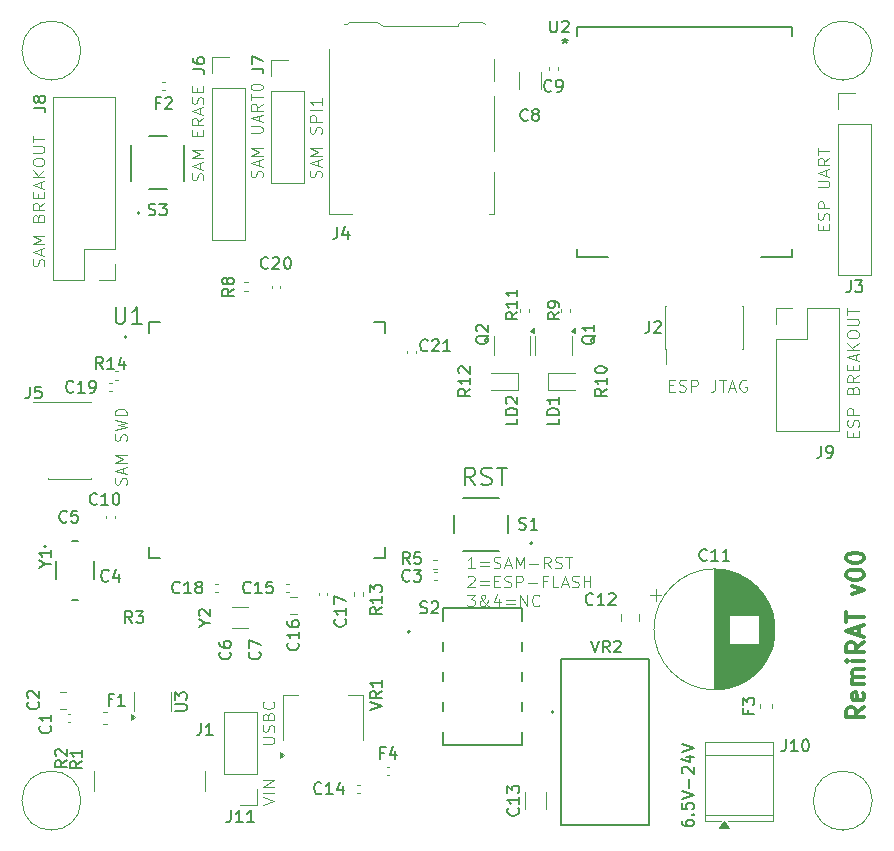
<source format=gbr>
%TF.GenerationSoftware,KiCad,Pcbnew,9.0.3*%
%TF.CreationDate,2025-07-12T21:01:37+12:00*%
%TF.ProjectId,RemiRAT,52656d69-5241-4542-9e6b-696361645f70,rev?*%
%TF.SameCoordinates,Original*%
%TF.FileFunction,Legend,Top*%
%TF.FilePolarity,Positive*%
%FSLAX46Y46*%
G04 Gerber Fmt 4.6, Leading zero omitted, Abs format (unit mm)*
G04 Created by KiCad (PCBNEW 9.0.3) date 2025-07-12 21:01:37*
%MOMM*%
%LPD*%
G01*
G04 APERTURE LIST*
%ADD10C,0.100000*%
%ADD11C,0.187500*%
%ADD12C,0.200000*%
%ADD13C,0.300000*%
%ADD14C,0.150000*%
%ADD15C,0.120000*%
%ADD16C,0.127000*%
%ADD17C,0.152400*%
G04 APERTURE END LIST*
D10*
X189500000Y-54500000D02*
G75*
G02*
X184500000Y-54500000I-2500000J0D01*
G01*
X184500000Y-54500000D02*
G75*
G02*
X189500000Y-54500000I2500000J0D01*
G01*
X122500000Y-118000000D02*
G75*
G02*
X117500000Y-118000000I-2500000J0D01*
G01*
X117500000Y-118000000D02*
G75*
G02*
X122500000Y-118000000I2500000J0D01*
G01*
X189500000Y-118000000D02*
G75*
G02*
X184500000Y-118000000I-2500000J0D01*
G01*
X184500000Y-118000000D02*
G75*
G02*
X189500000Y-118000000I2500000J0D01*
G01*
X122500000Y-54500000D02*
G75*
G02*
X117500000Y-54500000I-2500000J0D01*
G01*
X117500000Y-54500000D02*
G75*
G02*
X122500000Y-54500000I2500000J0D01*
G01*
X172303884Y-82848609D02*
X172637217Y-82848609D01*
X172780074Y-83372419D02*
X172303884Y-83372419D01*
X172303884Y-83372419D02*
X172303884Y-82372419D01*
X172303884Y-82372419D02*
X172780074Y-82372419D01*
X173161027Y-83324800D02*
X173303884Y-83372419D01*
X173303884Y-83372419D02*
X173541979Y-83372419D01*
X173541979Y-83372419D02*
X173637217Y-83324800D01*
X173637217Y-83324800D02*
X173684836Y-83277180D01*
X173684836Y-83277180D02*
X173732455Y-83181942D01*
X173732455Y-83181942D02*
X173732455Y-83086704D01*
X173732455Y-83086704D02*
X173684836Y-82991466D01*
X173684836Y-82991466D02*
X173637217Y-82943847D01*
X173637217Y-82943847D02*
X173541979Y-82896228D01*
X173541979Y-82896228D02*
X173351503Y-82848609D01*
X173351503Y-82848609D02*
X173256265Y-82800990D01*
X173256265Y-82800990D02*
X173208646Y-82753371D01*
X173208646Y-82753371D02*
X173161027Y-82658133D01*
X173161027Y-82658133D02*
X173161027Y-82562895D01*
X173161027Y-82562895D02*
X173208646Y-82467657D01*
X173208646Y-82467657D02*
X173256265Y-82420038D01*
X173256265Y-82420038D02*
X173351503Y-82372419D01*
X173351503Y-82372419D02*
X173589598Y-82372419D01*
X173589598Y-82372419D02*
X173732455Y-82420038D01*
X174161027Y-83372419D02*
X174161027Y-82372419D01*
X174161027Y-82372419D02*
X174541979Y-82372419D01*
X174541979Y-82372419D02*
X174637217Y-82420038D01*
X174637217Y-82420038D02*
X174684836Y-82467657D01*
X174684836Y-82467657D02*
X174732455Y-82562895D01*
X174732455Y-82562895D02*
X174732455Y-82705752D01*
X174732455Y-82705752D02*
X174684836Y-82800990D01*
X174684836Y-82800990D02*
X174637217Y-82848609D01*
X174637217Y-82848609D02*
X174541979Y-82896228D01*
X174541979Y-82896228D02*
X174161027Y-82896228D01*
X176208646Y-82372419D02*
X176208646Y-83086704D01*
X176208646Y-83086704D02*
X176161027Y-83229561D01*
X176161027Y-83229561D02*
X176065789Y-83324800D01*
X176065789Y-83324800D02*
X175922932Y-83372419D01*
X175922932Y-83372419D02*
X175827694Y-83372419D01*
X176541980Y-82372419D02*
X177113408Y-82372419D01*
X176827694Y-83372419D02*
X176827694Y-82372419D01*
X177399123Y-83086704D02*
X177875313Y-83086704D01*
X177303885Y-83372419D02*
X177637218Y-82372419D01*
X177637218Y-82372419D02*
X177970551Y-83372419D01*
X178827694Y-82420038D02*
X178732456Y-82372419D01*
X178732456Y-82372419D02*
X178589599Y-82372419D01*
X178589599Y-82372419D02*
X178446742Y-82420038D01*
X178446742Y-82420038D02*
X178351504Y-82515276D01*
X178351504Y-82515276D02*
X178303885Y-82610514D01*
X178303885Y-82610514D02*
X178256266Y-82800990D01*
X178256266Y-82800990D02*
X178256266Y-82943847D01*
X178256266Y-82943847D02*
X178303885Y-83134323D01*
X178303885Y-83134323D02*
X178351504Y-83229561D01*
X178351504Y-83229561D02*
X178446742Y-83324800D01*
X178446742Y-83324800D02*
X178589599Y-83372419D01*
X178589599Y-83372419D02*
X178684837Y-83372419D01*
X178684837Y-83372419D02*
X178827694Y-83324800D01*
X178827694Y-83324800D02*
X178875313Y-83277180D01*
X178875313Y-83277180D02*
X178875313Y-82943847D01*
X178875313Y-82943847D02*
X178684837Y-82943847D01*
X137872419Y-113196115D02*
X138681942Y-113196115D01*
X138681942Y-113196115D02*
X138777180Y-113148496D01*
X138777180Y-113148496D02*
X138824800Y-113100877D01*
X138824800Y-113100877D02*
X138872419Y-113005639D01*
X138872419Y-113005639D02*
X138872419Y-112815163D01*
X138872419Y-112815163D02*
X138824800Y-112719925D01*
X138824800Y-112719925D02*
X138777180Y-112672306D01*
X138777180Y-112672306D02*
X138681942Y-112624687D01*
X138681942Y-112624687D02*
X137872419Y-112624687D01*
X138824800Y-112196115D02*
X138872419Y-112053258D01*
X138872419Y-112053258D02*
X138872419Y-111815163D01*
X138872419Y-111815163D02*
X138824800Y-111719925D01*
X138824800Y-111719925D02*
X138777180Y-111672306D01*
X138777180Y-111672306D02*
X138681942Y-111624687D01*
X138681942Y-111624687D02*
X138586704Y-111624687D01*
X138586704Y-111624687D02*
X138491466Y-111672306D01*
X138491466Y-111672306D02*
X138443847Y-111719925D01*
X138443847Y-111719925D02*
X138396228Y-111815163D01*
X138396228Y-111815163D02*
X138348609Y-112005639D01*
X138348609Y-112005639D02*
X138300990Y-112100877D01*
X138300990Y-112100877D02*
X138253371Y-112148496D01*
X138253371Y-112148496D02*
X138158133Y-112196115D01*
X138158133Y-112196115D02*
X138062895Y-112196115D01*
X138062895Y-112196115D02*
X137967657Y-112148496D01*
X137967657Y-112148496D02*
X137920038Y-112100877D01*
X137920038Y-112100877D02*
X137872419Y-112005639D01*
X137872419Y-112005639D02*
X137872419Y-111767544D01*
X137872419Y-111767544D02*
X137920038Y-111624687D01*
X138348609Y-110862782D02*
X138396228Y-110719925D01*
X138396228Y-110719925D02*
X138443847Y-110672306D01*
X138443847Y-110672306D02*
X138539085Y-110624687D01*
X138539085Y-110624687D02*
X138681942Y-110624687D01*
X138681942Y-110624687D02*
X138777180Y-110672306D01*
X138777180Y-110672306D02*
X138824800Y-110719925D01*
X138824800Y-110719925D02*
X138872419Y-110815163D01*
X138872419Y-110815163D02*
X138872419Y-111196115D01*
X138872419Y-111196115D02*
X137872419Y-111196115D01*
X137872419Y-111196115D02*
X137872419Y-110862782D01*
X137872419Y-110862782D02*
X137920038Y-110767544D01*
X137920038Y-110767544D02*
X137967657Y-110719925D01*
X137967657Y-110719925D02*
X138062895Y-110672306D01*
X138062895Y-110672306D02*
X138158133Y-110672306D01*
X138158133Y-110672306D02*
X138253371Y-110719925D01*
X138253371Y-110719925D02*
X138300990Y-110767544D01*
X138300990Y-110767544D02*
X138348609Y-110862782D01*
X138348609Y-110862782D02*
X138348609Y-111196115D01*
X138777180Y-109624687D02*
X138824800Y-109672306D01*
X138824800Y-109672306D02*
X138872419Y-109815163D01*
X138872419Y-109815163D02*
X138872419Y-109910401D01*
X138872419Y-109910401D02*
X138824800Y-110053258D01*
X138824800Y-110053258D02*
X138729561Y-110148496D01*
X138729561Y-110148496D02*
X138634323Y-110196115D01*
X138634323Y-110196115D02*
X138443847Y-110243734D01*
X138443847Y-110243734D02*
X138300990Y-110243734D01*
X138300990Y-110243734D02*
X138110514Y-110196115D01*
X138110514Y-110196115D02*
X138015276Y-110148496D01*
X138015276Y-110148496D02*
X137920038Y-110053258D01*
X137920038Y-110053258D02*
X137872419Y-109910401D01*
X137872419Y-109910401D02*
X137872419Y-109815163D01*
X137872419Y-109815163D02*
X137920038Y-109672306D01*
X137920038Y-109672306D02*
X137967657Y-109624687D01*
X132824800Y-65476190D02*
X132872419Y-65333333D01*
X132872419Y-65333333D02*
X132872419Y-65095238D01*
X132872419Y-65095238D02*
X132824800Y-65000000D01*
X132824800Y-65000000D02*
X132777180Y-64952381D01*
X132777180Y-64952381D02*
X132681942Y-64904762D01*
X132681942Y-64904762D02*
X132586704Y-64904762D01*
X132586704Y-64904762D02*
X132491466Y-64952381D01*
X132491466Y-64952381D02*
X132443847Y-65000000D01*
X132443847Y-65000000D02*
X132396228Y-65095238D01*
X132396228Y-65095238D02*
X132348609Y-65285714D01*
X132348609Y-65285714D02*
X132300990Y-65380952D01*
X132300990Y-65380952D02*
X132253371Y-65428571D01*
X132253371Y-65428571D02*
X132158133Y-65476190D01*
X132158133Y-65476190D02*
X132062895Y-65476190D01*
X132062895Y-65476190D02*
X131967657Y-65428571D01*
X131967657Y-65428571D02*
X131920038Y-65380952D01*
X131920038Y-65380952D02*
X131872419Y-65285714D01*
X131872419Y-65285714D02*
X131872419Y-65047619D01*
X131872419Y-65047619D02*
X131920038Y-64904762D01*
X132586704Y-64523809D02*
X132586704Y-64047619D01*
X132872419Y-64619047D02*
X131872419Y-64285714D01*
X131872419Y-64285714D02*
X132872419Y-63952381D01*
X132872419Y-63619047D02*
X131872419Y-63619047D01*
X131872419Y-63619047D02*
X132586704Y-63285714D01*
X132586704Y-63285714D02*
X131872419Y-62952381D01*
X131872419Y-62952381D02*
X132872419Y-62952381D01*
X132348609Y-61714285D02*
X132348609Y-61380952D01*
X132872419Y-61238095D02*
X132872419Y-61714285D01*
X132872419Y-61714285D02*
X131872419Y-61714285D01*
X131872419Y-61714285D02*
X131872419Y-61238095D01*
X132872419Y-60238095D02*
X132396228Y-60571428D01*
X132872419Y-60809523D02*
X131872419Y-60809523D01*
X131872419Y-60809523D02*
X131872419Y-60428571D01*
X131872419Y-60428571D02*
X131920038Y-60333333D01*
X131920038Y-60333333D02*
X131967657Y-60285714D01*
X131967657Y-60285714D02*
X132062895Y-60238095D01*
X132062895Y-60238095D02*
X132205752Y-60238095D01*
X132205752Y-60238095D02*
X132300990Y-60285714D01*
X132300990Y-60285714D02*
X132348609Y-60333333D01*
X132348609Y-60333333D02*
X132396228Y-60428571D01*
X132396228Y-60428571D02*
X132396228Y-60809523D01*
X132586704Y-59857142D02*
X132586704Y-59380952D01*
X132872419Y-59952380D02*
X131872419Y-59619047D01*
X131872419Y-59619047D02*
X132872419Y-59285714D01*
X132824800Y-58999999D02*
X132872419Y-58857142D01*
X132872419Y-58857142D02*
X132872419Y-58619047D01*
X132872419Y-58619047D02*
X132824800Y-58523809D01*
X132824800Y-58523809D02*
X132777180Y-58476190D01*
X132777180Y-58476190D02*
X132681942Y-58428571D01*
X132681942Y-58428571D02*
X132586704Y-58428571D01*
X132586704Y-58428571D02*
X132491466Y-58476190D01*
X132491466Y-58476190D02*
X132443847Y-58523809D01*
X132443847Y-58523809D02*
X132396228Y-58619047D01*
X132396228Y-58619047D02*
X132348609Y-58809523D01*
X132348609Y-58809523D02*
X132300990Y-58904761D01*
X132300990Y-58904761D02*
X132253371Y-58952380D01*
X132253371Y-58952380D02*
X132158133Y-58999999D01*
X132158133Y-58999999D02*
X132062895Y-58999999D01*
X132062895Y-58999999D02*
X131967657Y-58952380D01*
X131967657Y-58952380D02*
X131920038Y-58904761D01*
X131920038Y-58904761D02*
X131872419Y-58809523D01*
X131872419Y-58809523D02*
X131872419Y-58571428D01*
X131872419Y-58571428D02*
X131920038Y-58428571D01*
X132348609Y-57999999D02*
X132348609Y-57666666D01*
X132872419Y-57523809D02*
X132872419Y-57999999D01*
X132872419Y-57999999D02*
X131872419Y-57999999D01*
X131872419Y-57999999D02*
X131872419Y-57523809D01*
X187848609Y-87196115D02*
X187848609Y-86862782D01*
X188372419Y-86719925D02*
X188372419Y-87196115D01*
X188372419Y-87196115D02*
X187372419Y-87196115D01*
X187372419Y-87196115D02*
X187372419Y-86719925D01*
X188324800Y-86338972D02*
X188372419Y-86196115D01*
X188372419Y-86196115D02*
X188372419Y-85958020D01*
X188372419Y-85958020D02*
X188324800Y-85862782D01*
X188324800Y-85862782D02*
X188277180Y-85815163D01*
X188277180Y-85815163D02*
X188181942Y-85767544D01*
X188181942Y-85767544D02*
X188086704Y-85767544D01*
X188086704Y-85767544D02*
X187991466Y-85815163D01*
X187991466Y-85815163D02*
X187943847Y-85862782D01*
X187943847Y-85862782D02*
X187896228Y-85958020D01*
X187896228Y-85958020D02*
X187848609Y-86148496D01*
X187848609Y-86148496D02*
X187800990Y-86243734D01*
X187800990Y-86243734D02*
X187753371Y-86291353D01*
X187753371Y-86291353D02*
X187658133Y-86338972D01*
X187658133Y-86338972D02*
X187562895Y-86338972D01*
X187562895Y-86338972D02*
X187467657Y-86291353D01*
X187467657Y-86291353D02*
X187420038Y-86243734D01*
X187420038Y-86243734D02*
X187372419Y-86148496D01*
X187372419Y-86148496D02*
X187372419Y-85910401D01*
X187372419Y-85910401D02*
X187420038Y-85767544D01*
X188372419Y-85338972D02*
X187372419Y-85338972D01*
X187372419Y-85338972D02*
X187372419Y-84958020D01*
X187372419Y-84958020D02*
X187420038Y-84862782D01*
X187420038Y-84862782D02*
X187467657Y-84815163D01*
X187467657Y-84815163D02*
X187562895Y-84767544D01*
X187562895Y-84767544D02*
X187705752Y-84767544D01*
X187705752Y-84767544D02*
X187800990Y-84815163D01*
X187800990Y-84815163D02*
X187848609Y-84862782D01*
X187848609Y-84862782D02*
X187896228Y-84958020D01*
X187896228Y-84958020D02*
X187896228Y-85338972D01*
X187848609Y-83243734D02*
X187896228Y-83100877D01*
X187896228Y-83100877D02*
X187943847Y-83053258D01*
X187943847Y-83053258D02*
X188039085Y-83005639D01*
X188039085Y-83005639D02*
X188181942Y-83005639D01*
X188181942Y-83005639D02*
X188277180Y-83053258D01*
X188277180Y-83053258D02*
X188324800Y-83100877D01*
X188324800Y-83100877D02*
X188372419Y-83196115D01*
X188372419Y-83196115D02*
X188372419Y-83577067D01*
X188372419Y-83577067D02*
X187372419Y-83577067D01*
X187372419Y-83577067D02*
X187372419Y-83243734D01*
X187372419Y-83243734D02*
X187420038Y-83148496D01*
X187420038Y-83148496D02*
X187467657Y-83100877D01*
X187467657Y-83100877D02*
X187562895Y-83053258D01*
X187562895Y-83053258D02*
X187658133Y-83053258D01*
X187658133Y-83053258D02*
X187753371Y-83100877D01*
X187753371Y-83100877D02*
X187800990Y-83148496D01*
X187800990Y-83148496D02*
X187848609Y-83243734D01*
X187848609Y-83243734D02*
X187848609Y-83577067D01*
X188372419Y-82005639D02*
X187896228Y-82338972D01*
X188372419Y-82577067D02*
X187372419Y-82577067D01*
X187372419Y-82577067D02*
X187372419Y-82196115D01*
X187372419Y-82196115D02*
X187420038Y-82100877D01*
X187420038Y-82100877D02*
X187467657Y-82053258D01*
X187467657Y-82053258D02*
X187562895Y-82005639D01*
X187562895Y-82005639D02*
X187705752Y-82005639D01*
X187705752Y-82005639D02*
X187800990Y-82053258D01*
X187800990Y-82053258D02*
X187848609Y-82100877D01*
X187848609Y-82100877D02*
X187896228Y-82196115D01*
X187896228Y-82196115D02*
X187896228Y-82577067D01*
X187848609Y-81577067D02*
X187848609Y-81243734D01*
X188372419Y-81100877D02*
X188372419Y-81577067D01*
X188372419Y-81577067D02*
X187372419Y-81577067D01*
X187372419Y-81577067D02*
X187372419Y-81100877D01*
X188086704Y-80719924D02*
X188086704Y-80243734D01*
X188372419Y-80815162D02*
X187372419Y-80481829D01*
X187372419Y-80481829D02*
X188372419Y-80148496D01*
X188372419Y-79815162D02*
X187372419Y-79815162D01*
X188372419Y-79243734D02*
X187800990Y-79672305D01*
X187372419Y-79243734D02*
X187943847Y-79815162D01*
X187372419Y-78624686D02*
X187372419Y-78434210D01*
X187372419Y-78434210D02*
X187420038Y-78338972D01*
X187420038Y-78338972D02*
X187515276Y-78243734D01*
X187515276Y-78243734D02*
X187705752Y-78196115D01*
X187705752Y-78196115D02*
X188039085Y-78196115D01*
X188039085Y-78196115D02*
X188229561Y-78243734D01*
X188229561Y-78243734D02*
X188324800Y-78338972D01*
X188324800Y-78338972D02*
X188372419Y-78434210D01*
X188372419Y-78434210D02*
X188372419Y-78624686D01*
X188372419Y-78624686D02*
X188324800Y-78719924D01*
X188324800Y-78719924D02*
X188229561Y-78815162D01*
X188229561Y-78815162D02*
X188039085Y-78862781D01*
X188039085Y-78862781D02*
X187705752Y-78862781D01*
X187705752Y-78862781D02*
X187515276Y-78815162D01*
X187515276Y-78815162D02*
X187420038Y-78719924D01*
X187420038Y-78719924D02*
X187372419Y-78624686D01*
X187372419Y-77767543D02*
X188181942Y-77767543D01*
X188181942Y-77767543D02*
X188277180Y-77719924D01*
X188277180Y-77719924D02*
X188324800Y-77672305D01*
X188324800Y-77672305D02*
X188372419Y-77577067D01*
X188372419Y-77577067D02*
X188372419Y-77386591D01*
X188372419Y-77386591D02*
X188324800Y-77291353D01*
X188324800Y-77291353D02*
X188277180Y-77243734D01*
X188277180Y-77243734D02*
X188181942Y-77196115D01*
X188181942Y-77196115D02*
X187372419Y-77196115D01*
X187372419Y-76862781D02*
X187372419Y-76291353D01*
X188372419Y-76577067D02*
X187372419Y-76577067D01*
D11*
X155837640Y-91306678D02*
X155337640Y-90592392D01*
X154980497Y-91306678D02*
X154980497Y-89806678D01*
X154980497Y-89806678D02*
X155551926Y-89806678D01*
X155551926Y-89806678D02*
X155694783Y-89878107D01*
X155694783Y-89878107D02*
X155766212Y-89949535D01*
X155766212Y-89949535D02*
X155837640Y-90092392D01*
X155837640Y-90092392D02*
X155837640Y-90306678D01*
X155837640Y-90306678D02*
X155766212Y-90449535D01*
X155766212Y-90449535D02*
X155694783Y-90520964D01*
X155694783Y-90520964D02*
X155551926Y-90592392D01*
X155551926Y-90592392D02*
X154980497Y-90592392D01*
X156409069Y-91235250D02*
X156623355Y-91306678D01*
X156623355Y-91306678D02*
X156980497Y-91306678D01*
X156980497Y-91306678D02*
X157123355Y-91235250D01*
X157123355Y-91235250D02*
X157194783Y-91163821D01*
X157194783Y-91163821D02*
X157266212Y-91020964D01*
X157266212Y-91020964D02*
X157266212Y-90878107D01*
X157266212Y-90878107D02*
X157194783Y-90735250D01*
X157194783Y-90735250D02*
X157123355Y-90663821D01*
X157123355Y-90663821D02*
X156980497Y-90592392D01*
X156980497Y-90592392D02*
X156694783Y-90520964D01*
X156694783Y-90520964D02*
X156551926Y-90449535D01*
X156551926Y-90449535D02*
X156480497Y-90378107D01*
X156480497Y-90378107D02*
X156409069Y-90235250D01*
X156409069Y-90235250D02*
X156409069Y-90092392D01*
X156409069Y-90092392D02*
X156480497Y-89949535D01*
X156480497Y-89949535D02*
X156551926Y-89878107D01*
X156551926Y-89878107D02*
X156694783Y-89806678D01*
X156694783Y-89806678D02*
X157051926Y-89806678D01*
X157051926Y-89806678D02*
X157266212Y-89878107D01*
X157694783Y-89806678D02*
X158551926Y-89806678D01*
X158123354Y-91306678D02*
X158123354Y-89806678D01*
D10*
X155827693Y-98337531D02*
X155256265Y-98337531D01*
X155541979Y-98337531D02*
X155541979Y-97337531D01*
X155541979Y-97337531D02*
X155446741Y-97480388D01*
X155446741Y-97480388D02*
X155351503Y-97575626D01*
X155351503Y-97575626D02*
X155256265Y-97623245D01*
X156256265Y-97813721D02*
X157018170Y-97813721D01*
X157018170Y-98099435D02*
X156256265Y-98099435D01*
X157446741Y-98289912D02*
X157589598Y-98337531D01*
X157589598Y-98337531D02*
X157827693Y-98337531D01*
X157827693Y-98337531D02*
X157922931Y-98289912D01*
X157922931Y-98289912D02*
X157970550Y-98242292D01*
X157970550Y-98242292D02*
X158018169Y-98147054D01*
X158018169Y-98147054D02*
X158018169Y-98051816D01*
X158018169Y-98051816D02*
X157970550Y-97956578D01*
X157970550Y-97956578D02*
X157922931Y-97908959D01*
X157922931Y-97908959D02*
X157827693Y-97861340D01*
X157827693Y-97861340D02*
X157637217Y-97813721D01*
X157637217Y-97813721D02*
X157541979Y-97766102D01*
X157541979Y-97766102D02*
X157494360Y-97718483D01*
X157494360Y-97718483D02*
X157446741Y-97623245D01*
X157446741Y-97623245D02*
X157446741Y-97528007D01*
X157446741Y-97528007D02*
X157494360Y-97432769D01*
X157494360Y-97432769D02*
X157541979Y-97385150D01*
X157541979Y-97385150D02*
X157637217Y-97337531D01*
X157637217Y-97337531D02*
X157875312Y-97337531D01*
X157875312Y-97337531D02*
X158018169Y-97385150D01*
X158399122Y-98051816D02*
X158875312Y-98051816D01*
X158303884Y-98337531D02*
X158637217Y-97337531D01*
X158637217Y-97337531D02*
X158970550Y-98337531D01*
X159303884Y-98337531D02*
X159303884Y-97337531D01*
X159303884Y-97337531D02*
X159637217Y-98051816D01*
X159637217Y-98051816D02*
X159970550Y-97337531D01*
X159970550Y-97337531D02*
X159970550Y-98337531D01*
X160446741Y-97956578D02*
X161208646Y-97956578D01*
X162256264Y-98337531D02*
X161922931Y-97861340D01*
X161684836Y-98337531D02*
X161684836Y-97337531D01*
X161684836Y-97337531D02*
X162065788Y-97337531D01*
X162065788Y-97337531D02*
X162161026Y-97385150D01*
X162161026Y-97385150D02*
X162208645Y-97432769D01*
X162208645Y-97432769D02*
X162256264Y-97528007D01*
X162256264Y-97528007D02*
X162256264Y-97670864D01*
X162256264Y-97670864D02*
X162208645Y-97766102D01*
X162208645Y-97766102D02*
X162161026Y-97813721D01*
X162161026Y-97813721D02*
X162065788Y-97861340D01*
X162065788Y-97861340D02*
X161684836Y-97861340D01*
X162637217Y-98289912D02*
X162780074Y-98337531D01*
X162780074Y-98337531D02*
X163018169Y-98337531D01*
X163018169Y-98337531D02*
X163113407Y-98289912D01*
X163113407Y-98289912D02*
X163161026Y-98242292D01*
X163161026Y-98242292D02*
X163208645Y-98147054D01*
X163208645Y-98147054D02*
X163208645Y-98051816D01*
X163208645Y-98051816D02*
X163161026Y-97956578D01*
X163161026Y-97956578D02*
X163113407Y-97908959D01*
X163113407Y-97908959D02*
X163018169Y-97861340D01*
X163018169Y-97861340D02*
X162827693Y-97813721D01*
X162827693Y-97813721D02*
X162732455Y-97766102D01*
X162732455Y-97766102D02*
X162684836Y-97718483D01*
X162684836Y-97718483D02*
X162637217Y-97623245D01*
X162637217Y-97623245D02*
X162637217Y-97528007D01*
X162637217Y-97528007D02*
X162684836Y-97432769D01*
X162684836Y-97432769D02*
X162732455Y-97385150D01*
X162732455Y-97385150D02*
X162827693Y-97337531D01*
X162827693Y-97337531D02*
X163065788Y-97337531D01*
X163065788Y-97337531D02*
X163208645Y-97385150D01*
X163494360Y-97337531D02*
X164065788Y-97337531D01*
X163780074Y-98337531D02*
X163780074Y-97337531D01*
X155256265Y-99042713D02*
X155303884Y-98995094D01*
X155303884Y-98995094D02*
X155399122Y-98947475D01*
X155399122Y-98947475D02*
X155637217Y-98947475D01*
X155637217Y-98947475D02*
X155732455Y-98995094D01*
X155732455Y-98995094D02*
X155780074Y-99042713D01*
X155780074Y-99042713D02*
X155827693Y-99137951D01*
X155827693Y-99137951D02*
X155827693Y-99233189D01*
X155827693Y-99233189D02*
X155780074Y-99376046D01*
X155780074Y-99376046D02*
X155208646Y-99947475D01*
X155208646Y-99947475D02*
X155827693Y-99947475D01*
X156256265Y-99423665D02*
X157018170Y-99423665D01*
X157018170Y-99709379D02*
X156256265Y-99709379D01*
X157494360Y-99423665D02*
X157827693Y-99423665D01*
X157970550Y-99947475D02*
X157494360Y-99947475D01*
X157494360Y-99947475D02*
X157494360Y-98947475D01*
X157494360Y-98947475D02*
X157970550Y-98947475D01*
X158351503Y-99899856D02*
X158494360Y-99947475D01*
X158494360Y-99947475D02*
X158732455Y-99947475D01*
X158732455Y-99947475D02*
X158827693Y-99899856D01*
X158827693Y-99899856D02*
X158875312Y-99852236D01*
X158875312Y-99852236D02*
X158922931Y-99756998D01*
X158922931Y-99756998D02*
X158922931Y-99661760D01*
X158922931Y-99661760D02*
X158875312Y-99566522D01*
X158875312Y-99566522D02*
X158827693Y-99518903D01*
X158827693Y-99518903D02*
X158732455Y-99471284D01*
X158732455Y-99471284D02*
X158541979Y-99423665D01*
X158541979Y-99423665D02*
X158446741Y-99376046D01*
X158446741Y-99376046D02*
X158399122Y-99328427D01*
X158399122Y-99328427D02*
X158351503Y-99233189D01*
X158351503Y-99233189D02*
X158351503Y-99137951D01*
X158351503Y-99137951D02*
X158399122Y-99042713D01*
X158399122Y-99042713D02*
X158446741Y-98995094D01*
X158446741Y-98995094D02*
X158541979Y-98947475D01*
X158541979Y-98947475D02*
X158780074Y-98947475D01*
X158780074Y-98947475D02*
X158922931Y-98995094D01*
X159351503Y-99947475D02*
X159351503Y-98947475D01*
X159351503Y-98947475D02*
X159732455Y-98947475D01*
X159732455Y-98947475D02*
X159827693Y-98995094D01*
X159827693Y-98995094D02*
X159875312Y-99042713D01*
X159875312Y-99042713D02*
X159922931Y-99137951D01*
X159922931Y-99137951D02*
X159922931Y-99280808D01*
X159922931Y-99280808D02*
X159875312Y-99376046D01*
X159875312Y-99376046D02*
X159827693Y-99423665D01*
X159827693Y-99423665D02*
X159732455Y-99471284D01*
X159732455Y-99471284D02*
X159351503Y-99471284D01*
X160351503Y-99566522D02*
X161113408Y-99566522D01*
X161922931Y-99423665D02*
X161589598Y-99423665D01*
X161589598Y-99947475D02*
X161589598Y-98947475D01*
X161589598Y-98947475D02*
X162065788Y-98947475D01*
X162922931Y-99947475D02*
X162446741Y-99947475D01*
X162446741Y-99947475D02*
X162446741Y-98947475D01*
X163208646Y-99661760D02*
X163684836Y-99661760D01*
X163113408Y-99947475D02*
X163446741Y-98947475D01*
X163446741Y-98947475D02*
X163780074Y-99947475D01*
X164065789Y-99899856D02*
X164208646Y-99947475D01*
X164208646Y-99947475D02*
X164446741Y-99947475D01*
X164446741Y-99947475D02*
X164541979Y-99899856D01*
X164541979Y-99899856D02*
X164589598Y-99852236D01*
X164589598Y-99852236D02*
X164637217Y-99756998D01*
X164637217Y-99756998D02*
X164637217Y-99661760D01*
X164637217Y-99661760D02*
X164589598Y-99566522D01*
X164589598Y-99566522D02*
X164541979Y-99518903D01*
X164541979Y-99518903D02*
X164446741Y-99471284D01*
X164446741Y-99471284D02*
X164256265Y-99423665D01*
X164256265Y-99423665D02*
X164161027Y-99376046D01*
X164161027Y-99376046D02*
X164113408Y-99328427D01*
X164113408Y-99328427D02*
X164065789Y-99233189D01*
X164065789Y-99233189D02*
X164065789Y-99137951D01*
X164065789Y-99137951D02*
X164113408Y-99042713D01*
X164113408Y-99042713D02*
X164161027Y-98995094D01*
X164161027Y-98995094D02*
X164256265Y-98947475D01*
X164256265Y-98947475D02*
X164494360Y-98947475D01*
X164494360Y-98947475D02*
X164637217Y-98995094D01*
X165065789Y-99947475D02*
X165065789Y-98947475D01*
X165065789Y-99423665D02*
X165637217Y-99423665D01*
X165637217Y-99947475D02*
X165637217Y-98947475D01*
X155208646Y-100557419D02*
X155827693Y-100557419D01*
X155827693Y-100557419D02*
X155494360Y-100938371D01*
X155494360Y-100938371D02*
X155637217Y-100938371D01*
X155637217Y-100938371D02*
X155732455Y-100985990D01*
X155732455Y-100985990D02*
X155780074Y-101033609D01*
X155780074Y-101033609D02*
X155827693Y-101128847D01*
X155827693Y-101128847D02*
X155827693Y-101366942D01*
X155827693Y-101366942D02*
X155780074Y-101462180D01*
X155780074Y-101462180D02*
X155732455Y-101509800D01*
X155732455Y-101509800D02*
X155637217Y-101557419D01*
X155637217Y-101557419D02*
X155351503Y-101557419D01*
X155351503Y-101557419D02*
X155256265Y-101509800D01*
X155256265Y-101509800D02*
X155208646Y-101462180D01*
X157065789Y-101557419D02*
X157018170Y-101557419D01*
X157018170Y-101557419D02*
X156922931Y-101509800D01*
X156922931Y-101509800D02*
X156780074Y-101366942D01*
X156780074Y-101366942D02*
X156541979Y-101081228D01*
X156541979Y-101081228D02*
X156446741Y-100938371D01*
X156446741Y-100938371D02*
X156399122Y-100795514D01*
X156399122Y-100795514D02*
X156399122Y-100700276D01*
X156399122Y-100700276D02*
X156446741Y-100605038D01*
X156446741Y-100605038D02*
X156541979Y-100557419D01*
X156541979Y-100557419D02*
X156589598Y-100557419D01*
X156589598Y-100557419D02*
X156684836Y-100605038D01*
X156684836Y-100605038D02*
X156732455Y-100700276D01*
X156732455Y-100700276D02*
X156732455Y-100747895D01*
X156732455Y-100747895D02*
X156684836Y-100843133D01*
X156684836Y-100843133D02*
X156637217Y-100890752D01*
X156637217Y-100890752D02*
X156351503Y-101081228D01*
X156351503Y-101081228D02*
X156303884Y-101128847D01*
X156303884Y-101128847D02*
X156256265Y-101224085D01*
X156256265Y-101224085D02*
X156256265Y-101366942D01*
X156256265Y-101366942D02*
X156303884Y-101462180D01*
X156303884Y-101462180D02*
X156351503Y-101509800D01*
X156351503Y-101509800D02*
X156446741Y-101557419D01*
X156446741Y-101557419D02*
X156589598Y-101557419D01*
X156589598Y-101557419D02*
X156684836Y-101509800D01*
X156684836Y-101509800D02*
X156732455Y-101462180D01*
X156732455Y-101462180D02*
X156875312Y-101271704D01*
X156875312Y-101271704D02*
X156922931Y-101128847D01*
X156922931Y-101128847D02*
X156922931Y-101033609D01*
X157922931Y-100890752D02*
X157922931Y-101557419D01*
X157684836Y-100509800D02*
X157446741Y-101224085D01*
X157446741Y-101224085D02*
X158065788Y-101224085D01*
X158446741Y-101033609D02*
X159208646Y-101033609D01*
X159208646Y-101319323D02*
X158446741Y-101319323D01*
X159684836Y-101557419D02*
X159684836Y-100557419D01*
X159684836Y-100557419D02*
X160256264Y-101557419D01*
X160256264Y-101557419D02*
X160256264Y-100557419D01*
X161303883Y-101462180D02*
X161256264Y-101509800D01*
X161256264Y-101509800D02*
X161113407Y-101557419D01*
X161113407Y-101557419D02*
X161018169Y-101557419D01*
X161018169Y-101557419D02*
X160875312Y-101509800D01*
X160875312Y-101509800D02*
X160780074Y-101414561D01*
X160780074Y-101414561D02*
X160732455Y-101319323D01*
X160732455Y-101319323D02*
X160684836Y-101128847D01*
X160684836Y-101128847D02*
X160684836Y-100985990D01*
X160684836Y-100985990D02*
X160732455Y-100795514D01*
X160732455Y-100795514D02*
X160780074Y-100700276D01*
X160780074Y-100700276D02*
X160875312Y-100605038D01*
X160875312Y-100605038D02*
X161018169Y-100557419D01*
X161018169Y-100557419D02*
X161113407Y-100557419D01*
X161113407Y-100557419D02*
X161256264Y-100605038D01*
X161256264Y-100605038D02*
X161303883Y-100652657D01*
D12*
X173367219Y-119701755D02*
X173367219Y-119892231D01*
X173367219Y-119892231D02*
X173414838Y-119987469D01*
X173414838Y-119987469D02*
X173462457Y-120035088D01*
X173462457Y-120035088D02*
X173605314Y-120130326D01*
X173605314Y-120130326D02*
X173795790Y-120177945D01*
X173795790Y-120177945D02*
X174176742Y-120177945D01*
X174176742Y-120177945D02*
X174271980Y-120130326D01*
X174271980Y-120130326D02*
X174319600Y-120082707D01*
X174319600Y-120082707D02*
X174367219Y-119987469D01*
X174367219Y-119987469D02*
X174367219Y-119796993D01*
X174367219Y-119796993D02*
X174319600Y-119701755D01*
X174319600Y-119701755D02*
X174271980Y-119654136D01*
X174271980Y-119654136D02*
X174176742Y-119606517D01*
X174176742Y-119606517D02*
X173938647Y-119606517D01*
X173938647Y-119606517D02*
X173843409Y-119654136D01*
X173843409Y-119654136D02*
X173795790Y-119701755D01*
X173795790Y-119701755D02*
X173748171Y-119796993D01*
X173748171Y-119796993D02*
X173748171Y-119987469D01*
X173748171Y-119987469D02*
X173795790Y-120082707D01*
X173795790Y-120082707D02*
X173843409Y-120130326D01*
X173843409Y-120130326D02*
X173938647Y-120177945D01*
X174271980Y-119177945D02*
X174319600Y-119130326D01*
X174319600Y-119130326D02*
X174367219Y-119177945D01*
X174367219Y-119177945D02*
X174319600Y-119225564D01*
X174319600Y-119225564D02*
X174271980Y-119177945D01*
X174271980Y-119177945D02*
X174367219Y-119177945D01*
X173367219Y-118225565D02*
X173367219Y-118701755D01*
X173367219Y-118701755D02*
X173843409Y-118749374D01*
X173843409Y-118749374D02*
X173795790Y-118701755D01*
X173795790Y-118701755D02*
X173748171Y-118606517D01*
X173748171Y-118606517D02*
X173748171Y-118368422D01*
X173748171Y-118368422D02*
X173795790Y-118273184D01*
X173795790Y-118273184D02*
X173843409Y-118225565D01*
X173843409Y-118225565D02*
X173938647Y-118177946D01*
X173938647Y-118177946D02*
X174176742Y-118177946D01*
X174176742Y-118177946D02*
X174271980Y-118225565D01*
X174271980Y-118225565D02*
X174319600Y-118273184D01*
X174319600Y-118273184D02*
X174367219Y-118368422D01*
X174367219Y-118368422D02*
X174367219Y-118606517D01*
X174367219Y-118606517D02*
X174319600Y-118701755D01*
X174319600Y-118701755D02*
X174271980Y-118749374D01*
X173367219Y-117892231D02*
X174367219Y-117558898D01*
X174367219Y-117558898D02*
X173367219Y-117225565D01*
X173986266Y-116892231D02*
X173986266Y-116130327D01*
X173462457Y-115701755D02*
X173414838Y-115654136D01*
X173414838Y-115654136D02*
X173367219Y-115558898D01*
X173367219Y-115558898D02*
X173367219Y-115320803D01*
X173367219Y-115320803D02*
X173414838Y-115225565D01*
X173414838Y-115225565D02*
X173462457Y-115177946D01*
X173462457Y-115177946D02*
X173557695Y-115130327D01*
X173557695Y-115130327D02*
X173652933Y-115130327D01*
X173652933Y-115130327D02*
X173795790Y-115177946D01*
X173795790Y-115177946D02*
X174367219Y-115749374D01*
X174367219Y-115749374D02*
X174367219Y-115130327D01*
X173700552Y-114273184D02*
X174367219Y-114273184D01*
X173319600Y-114511279D02*
X174033885Y-114749374D01*
X174033885Y-114749374D02*
X174033885Y-114130327D01*
X173367219Y-113892231D02*
X174367219Y-113558898D01*
X174367219Y-113558898D02*
X173367219Y-113225565D01*
D10*
X137824800Y-65243734D02*
X137872419Y-65100877D01*
X137872419Y-65100877D02*
X137872419Y-64862782D01*
X137872419Y-64862782D02*
X137824800Y-64767544D01*
X137824800Y-64767544D02*
X137777180Y-64719925D01*
X137777180Y-64719925D02*
X137681942Y-64672306D01*
X137681942Y-64672306D02*
X137586704Y-64672306D01*
X137586704Y-64672306D02*
X137491466Y-64719925D01*
X137491466Y-64719925D02*
X137443847Y-64767544D01*
X137443847Y-64767544D02*
X137396228Y-64862782D01*
X137396228Y-64862782D02*
X137348609Y-65053258D01*
X137348609Y-65053258D02*
X137300990Y-65148496D01*
X137300990Y-65148496D02*
X137253371Y-65196115D01*
X137253371Y-65196115D02*
X137158133Y-65243734D01*
X137158133Y-65243734D02*
X137062895Y-65243734D01*
X137062895Y-65243734D02*
X136967657Y-65196115D01*
X136967657Y-65196115D02*
X136920038Y-65148496D01*
X136920038Y-65148496D02*
X136872419Y-65053258D01*
X136872419Y-65053258D02*
X136872419Y-64815163D01*
X136872419Y-64815163D02*
X136920038Y-64672306D01*
X137586704Y-64291353D02*
X137586704Y-63815163D01*
X137872419Y-64386591D02*
X136872419Y-64053258D01*
X136872419Y-64053258D02*
X137872419Y-63719925D01*
X137872419Y-63386591D02*
X136872419Y-63386591D01*
X136872419Y-63386591D02*
X137586704Y-63053258D01*
X137586704Y-63053258D02*
X136872419Y-62719925D01*
X136872419Y-62719925D02*
X137872419Y-62719925D01*
X136872419Y-61481829D02*
X137681942Y-61481829D01*
X137681942Y-61481829D02*
X137777180Y-61434210D01*
X137777180Y-61434210D02*
X137824800Y-61386591D01*
X137824800Y-61386591D02*
X137872419Y-61291353D01*
X137872419Y-61291353D02*
X137872419Y-61100877D01*
X137872419Y-61100877D02*
X137824800Y-61005639D01*
X137824800Y-61005639D02*
X137777180Y-60958020D01*
X137777180Y-60958020D02*
X137681942Y-60910401D01*
X137681942Y-60910401D02*
X136872419Y-60910401D01*
X137586704Y-60481829D02*
X137586704Y-60005639D01*
X137872419Y-60577067D02*
X136872419Y-60243734D01*
X136872419Y-60243734D02*
X137872419Y-59910401D01*
X137872419Y-59005639D02*
X137396228Y-59338972D01*
X137872419Y-59577067D02*
X136872419Y-59577067D01*
X136872419Y-59577067D02*
X136872419Y-59196115D01*
X136872419Y-59196115D02*
X136920038Y-59100877D01*
X136920038Y-59100877D02*
X136967657Y-59053258D01*
X136967657Y-59053258D02*
X137062895Y-59005639D01*
X137062895Y-59005639D02*
X137205752Y-59005639D01*
X137205752Y-59005639D02*
X137300990Y-59053258D01*
X137300990Y-59053258D02*
X137348609Y-59100877D01*
X137348609Y-59100877D02*
X137396228Y-59196115D01*
X137396228Y-59196115D02*
X137396228Y-59577067D01*
X136872419Y-58719924D02*
X136872419Y-58148496D01*
X137872419Y-58434210D02*
X136872419Y-58434210D01*
X136872419Y-57624686D02*
X136872419Y-57529448D01*
X136872419Y-57529448D02*
X136920038Y-57434210D01*
X136920038Y-57434210D02*
X136967657Y-57386591D01*
X136967657Y-57386591D02*
X137062895Y-57338972D01*
X137062895Y-57338972D02*
X137253371Y-57291353D01*
X137253371Y-57291353D02*
X137491466Y-57291353D01*
X137491466Y-57291353D02*
X137681942Y-57338972D01*
X137681942Y-57338972D02*
X137777180Y-57386591D01*
X137777180Y-57386591D02*
X137824800Y-57434210D01*
X137824800Y-57434210D02*
X137872419Y-57529448D01*
X137872419Y-57529448D02*
X137872419Y-57624686D01*
X137872419Y-57624686D02*
X137824800Y-57719924D01*
X137824800Y-57719924D02*
X137777180Y-57767543D01*
X137777180Y-57767543D02*
X137681942Y-57815162D01*
X137681942Y-57815162D02*
X137491466Y-57862781D01*
X137491466Y-57862781D02*
X137253371Y-57862781D01*
X137253371Y-57862781D02*
X137062895Y-57815162D01*
X137062895Y-57815162D02*
X136967657Y-57767543D01*
X136967657Y-57767543D02*
X136920038Y-57719924D01*
X136920038Y-57719924D02*
X136872419Y-57624686D01*
X126324800Y-91243734D02*
X126372419Y-91100877D01*
X126372419Y-91100877D02*
X126372419Y-90862782D01*
X126372419Y-90862782D02*
X126324800Y-90767544D01*
X126324800Y-90767544D02*
X126277180Y-90719925D01*
X126277180Y-90719925D02*
X126181942Y-90672306D01*
X126181942Y-90672306D02*
X126086704Y-90672306D01*
X126086704Y-90672306D02*
X125991466Y-90719925D01*
X125991466Y-90719925D02*
X125943847Y-90767544D01*
X125943847Y-90767544D02*
X125896228Y-90862782D01*
X125896228Y-90862782D02*
X125848609Y-91053258D01*
X125848609Y-91053258D02*
X125800990Y-91148496D01*
X125800990Y-91148496D02*
X125753371Y-91196115D01*
X125753371Y-91196115D02*
X125658133Y-91243734D01*
X125658133Y-91243734D02*
X125562895Y-91243734D01*
X125562895Y-91243734D02*
X125467657Y-91196115D01*
X125467657Y-91196115D02*
X125420038Y-91148496D01*
X125420038Y-91148496D02*
X125372419Y-91053258D01*
X125372419Y-91053258D02*
X125372419Y-90815163D01*
X125372419Y-90815163D02*
X125420038Y-90672306D01*
X126086704Y-90291353D02*
X126086704Y-89815163D01*
X126372419Y-90386591D02*
X125372419Y-90053258D01*
X125372419Y-90053258D02*
X126372419Y-89719925D01*
X126372419Y-89386591D02*
X125372419Y-89386591D01*
X125372419Y-89386591D02*
X126086704Y-89053258D01*
X126086704Y-89053258D02*
X125372419Y-88719925D01*
X125372419Y-88719925D02*
X126372419Y-88719925D01*
X126324800Y-87529448D02*
X126372419Y-87386591D01*
X126372419Y-87386591D02*
X126372419Y-87148496D01*
X126372419Y-87148496D02*
X126324800Y-87053258D01*
X126324800Y-87053258D02*
X126277180Y-87005639D01*
X126277180Y-87005639D02*
X126181942Y-86958020D01*
X126181942Y-86958020D02*
X126086704Y-86958020D01*
X126086704Y-86958020D02*
X125991466Y-87005639D01*
X125991466Y-87005639D02*
X125943847Y-87053258D01*
X125943847Y-87053258D02*
X125896228Y-87148496D01*
X125896228Y-87148496D02*
X125848609Y-87338972D01*
X125848609Y-87338972D02*
X125800990Y-87434210D01*
X125800990Y-87434210D02*
X125753371Y-87481829D01*
X125753371Y-87481829D02*
X125658133Y-87529448D01*
X125658133Y-87529448D02*
X125562895Y-87529448D01*
X125562895Y-87529448D02*
X125467657Y-87481829D01*
X125467657Y-87481829D02*
X125420038Y-87434210D01*
X125420038Y-87434210D02*
X125372419Y-87338972D01*
X125372419Y-87338972D02*
X125372419Y-87100877D01*
X125372419Y-87100877D02*
X125420038Y-86958020D01*
X125372419Y-86624686D02*
X126372419Y-86386591D01*
X126372419Y-86386591D02*
X125658133Y-86196115D01*
X125658133Y-86196115D02*
X126372419Y-86005639D01*
X126372419Y-86005639D02*
X125372419Y-85767544D01*
X126372419Y-85386591D02*
X125372419Y-85386591D01*
X125372419Y-85386591D02*
X125372419Y-85148496D01*
X125372419Y-85148496D02*
X125420038Y-85005639D01*
X125420038Y-85005639D02*
X125515276Y-84910401D01*
X125515276Y-84910401D02*
X125610514Y-84862782D01*
X125610514Y-84862782D02*
X125800990Y-84815163D01*
X125800990Y-84815163D02*
X125943847Y-84815163D01*
X125943847Y-84815163D02*
X126134323Y-84862782D01*
X126134323Y-84862782D02*
X126229561Y-84910401D01*
X126229561Y-84910401D02*
X126324800Y-85005639D01*
X126324800Y-85005639D02*
X126372419Y-85148496D01*
X126372419Y-85148496D02*
X126372419Y-85386591D01*
X119364800Y-72743734D02*
X119412419Y-72600877D01*
X119412419Y-72600877D02*
X119412419Y-72362782D01*
X119412419Y-72362782D02*
X119364800Y-72267544D01*
X119364800Y-72267544D02*
X119317180Y-72219925D01*
X119317180Y-72219925D02*
X119221942Y-72172306D01*
X119221942Y-72172306D02*
X119126704Y-72172306D01*
X119126704Y-72172306D02*
X119031466Y-72219925D01*
X119031466Y-72219925D02*
X118983847Y-72267544D01*
X118983847Y-72267544D02*
X118936228Y-72362782D01*
X118936228Y-72362782D02*
X118888609Y-72553258D01*
X118888609Y-72553258D02*
X118840990Y-72648496D01*
X118840990Y-72648496D02*
X118793371Y-72696115D01*
X118793371Y-72696115D02*
X118698133Y-72743734D01*
X118698133Y-72743734D02*
X118602895Y-72743734D01*
X118602895Y-72743734D02*
X118507657Y-72696115D01*
X118507657Y-72696115D02*
X118460038Y-72648496D01*
X118460038Y-72648496D02*
X118412419Y-72553258D01*
X118412419Y-72553258D02*
X118412419Y-72315163D01*
X118412419Y-72315163D02*
X118460038Y-72172306D01*
X119126704Y-71791353D02*
X119126704Y-71315163D01*
X119412419Y-71886591D02*
X118412419Y-71553258D01*
X118412419Y-71553258D02*
X119412419Y-71219925D01*
X119412419Y-70886591D02*
X118412419Y-70886591D01*
X118412419Y-70886591D02*
X119126704Y-70553258D01*
X119126704Y-70553258D02*
X118412419Y-70219925D01*
X118412419Y-70219925D02*
X119412419Y-70219925D01*
X118888609Y-68648496D02*
X118936228Y-68505639D01*
X118936228Y-68505639D02*
X118983847Y-68458020D01*
X118983847Y-68458020D02*
X119079085Y-68410401D01*
X119079085Y-68410401D02*
X119221942Y-68410401D01*
X119221942Y-68410401D02*
X119317180Y-68458020D01*
X119317180Y-68458020D02*
X119364800Y-68505639D01*
X119364800Y-68505639D02*
X119412419Y-68600877D01*
X119412419Y-68600877D02*
X119412419Y-68981829D01*
X119412419Y-68981829D02*
X118412419Y-68981829D01*
X118412419Y-68981829D02*
X118412419Y-68648496D01*
X118412419Y-68648496D02*
X118460038Y-68553258D01*
X118460038Y-68553258D02*
X118507657Y-68505639D01*
X118507657Y-68505639D02*
X118602895Y-68458020D01*
X118602895Y-68458020D02*
X118698133Y-68458020D01*
X118698133Y-68458020D02*
X118793371Y-68505639D01*
X118793371Y-68505639D02*
X118840990Y-68553258D01*
X118840990Y-68553258D02*
X118888609Y-68648496D01*
X118888609Y-68648496D02*
X118888609Y-68981829D01*
X119412419Y-67410401D02*
X118936228Y-67743734D01*
X119412419Y-67981829D02*
X118412419Y-67981829D01*
X118412419Y-67981829D02*
X118412419Y-67600877D01*
X118412419Y-67600877D02*
X118460038Y-67505639D01*
X118460038Y-67505639D02*
X118507657Y-67458020D01*
X118507657Y-67458020D02*
X118602895Y-67410401D01*
X118602895Y-67410401D02*
X118745752Y-67410401D01*
X118745752Y-67410401D02*
X118840990Y-67458020D01*
X118840990Y-67458020D02*
X118888609Y-67505639D01*
X118888609Y-67505639D02*
X118936228Y-67600877D01*
X118936228Y-67600877D02*
X118936228Y-67981829D01*
X118888609Y-66981829D02*
X118888609Y-66648496D01*
X119412419Y-66505639D02*
X119412419Y-66981829D01*
X119412419Y-66981829D02*
X118412419Y-66981829D01*
X118412419Y-66981829D02*
X118412419Y-66505639D01*
X119126704Y-66124686D02*
X119126704Y-65648496D01*
X119412419Y-66219924D02*
X118412419Y-65886591D01*
X118412419Y-65886591D02*
X119412419Y-65553258D01*
X119412419Y-65219924D02*
X118412419Y-65219924D01*
X119412419Y-64648496D02*
X118840990Y-65077067D01*
X118412419Y-64648496D02*
X118983847Y-65219924D01*
X118412419Y-64029448D02*
X118412419Y-63838972D01*
X118412419Y-63838972D02*
X118460038Y-63743734D01*
X118460038Y-63743734D02*
X118555276Y-63648496D01*
X118555276Y-63648496D02*
X118745752Y-63600877D01*
X118745752Y-63600877D02*
X119079085Y-63600877D01*
X119079085Y-63600877D02*
X119269561Y-63648496D01*
X119269561Y-63648496D02*
X119364800Y-63743734D01*
X119364800Y-63743734D02*
X119412419Y-63838972D01*
X119412419Y-63838972D02*
X119412419Y-64029448D01*
X119412419Y-64029448D02*
X119364800Y-64124686D01*
X119364800Y-64124686D02*
X119269561Y-64219924D01*
X119269561Y-64219924D02*
X119079085Y-64267543D01*
X119079085Y-64267543D02*
X118745752Y-64267543D01*
X118745752Y-64267543D02*
X118555276Y-64219924D01*
X118555276Y-64219924D02*
X118460038Y-64124686D01*
X118460038Y-64124686D02*
X118412419Y-64029448D01*
X118412419Y-63172305D02*
X119221942Y-63172305D01*
X119221942Y-63172305D02*
X119317180Y-63124686D01*
X119317180Y-63124686D02*
X119364800Y-63077067D01*
X119364800Y-63077067D02*
X119412419Y-62981829D01*
X119412419Y-62981829D02*
X119412419Y-62791353D01*
X119412419Y-62791353D02*
X119364800Y-62696115D01*
X119364800Y-62696115D02*
X119317180Y-62648496D01*
X119317180Y-62648496D02*
X119221942Y-62600877D01*
X119221942Y-62600877D02*
X118412419Y-62600877D01*
X118412419Y-62267543D02*
X118412419Y-61696115D01*
X119412419Y-61981829D02*
X118412419Y-61981829D01*
X185348609Y-69696115D02*
X185348609Y-69362782D01*
X185872419Y-69219925D02*
X185872419Y-69696115D01*
X185872419Y-69696115D02*
X184872419Y-69696115D01*
X184872419Y-69696115D02*
X184872419Y-69219925D01*
X185824800Y-68838972D02*
X185872419Y-68696115D01*
X185872419Y-68696115D02*
X185872419Y-68458020D01*
X185872419Y-68458020D02*
X185824800Y-68362782D01*
X185824800Y-68362782D02*
X185777180Y-68315163D01*
X185777180Y-68315163D02*
X185681942Y-68267544D01*
X185681942Y-68267544D02*
X185586704Y-68267544D01*
X185586704Y-68267544D02*
X185491466Y-68315163D01*
X185491466Y-68315163D02*
X185443847Y-68362782D01*
X185443847Y-68362782D02*
X185396228Y-68458020D01*
X185396228Y-68458020D02*
X185348609Y-68648496D01*
X185348609Y-68648496D02*
X185300990Y-68743734D01*
X185300990Y-68743734D02*
X185253371Y-68791353D01*
X185253371Y-68791353D02*
X185158133Y-68838972D01*
X185158133Y-68838972D02*
X185062895Y-68838972D01*
X185062895Y-68838972D02*
X184967657Y-68791353D01*
X184967657Y-68791353D02*
X184920038Y-68743734D01*
X184920038Y-68743734D02*
X184872419Y-68648496D01*
X184872419Y-68648496D02*
X184872419Y-68410401D01*
X184872419Y-68410401D02*
X184920038Y-68267544D01*
X185872419Y-67838972D02*
X184872419Y-67838972D01*
X184872419Y-67838972D02*
X184872419Y-67458020D01*
X184872419Y-67458020D02*
X184920038Y-67362782D01*
X184920038Y-67362782D02*
X184967657Y-67315163D01*
X184967657Y-67315163D02*
X185062895Y-67267544D01*
X185062895Y-67267544D02*
X185205752Y-67267544D01*
X185205752Y-67267544D02*
X185300990Y-67315163D01*
X185300990Y-67315163D02*
X185348609Y-67362782D01*
X185348609Y-67362782D02*
X185396228Y-67458020D01*
X185396228Y-67458020D02*
X185396228Y-67838972D01*
X184872419Y-66077067D02*
X185681942Y-66077067D01*
X185681942Y-66077067D02*
X185777180Y-66029448D01*
X185777180Y-66029448D02*
X185824800Y-65981829D01*
X185824800Y-65981829D02*
X185872419Y-65886591D01*
X185872419Y-65886591D02*
X185872419Y-65696115D01*
X185872419Y-65696115D02*
X185824800Y-65600877D01*
X185824800Y-65600877D02*
X185777180Y-65553258D01*
X185777180Y-65553258D02*
X185681942Y-65505639D01*
X185681942Y-65505639D02*
X184872419Y-65505639D01*
X185586704Y-65077067D02*
X185586704Y-64600877D01*
X185872419Y-65172305D02*
X184872419Y-64838972D01*
X184872419Y-64838972D02*
X185872419Y-64505639D01*
X185872419Y-63600877D02*
X185396228Y-63934210D01*
X185872419Y-64172305D02*
X184872419Y-64172305D01*
X184872419Y-64172305D02*
X184872419Y-63791353D01*
X184872419Y-63791353D02*
X184920038Y-63696115D01*
X184920038Y-63696115D02*
X184967657Y-63648496D01*
X184967657Y-63648496D02*
X185062895Y-63600877D01*
X185062895Y-63600877D02*
X185205752Y-63600877D01*
X185205752Y-63600877D02*
X185300990Y-63648496D01*
X185300990Y-63648496D02*
X185348609Y-63696115D01*
X185348609Y-63696115D02*
X185396228Y-63791353D01*
X185396228Y-63791353D02*
X185396228Y-64172305D01*
X184872419Y-63315162D02*
X184872419Y-62743734D01*
X185872419Y-63029448D02*
X184872419Y-63029448D01*
D13*
X188800828Y-110088346D02*
X188086542Y-110588346D01*
X188800828Y-110945489D02*
X187300828Y-110945489D01*
X187300828Y-110945489D02*
X187300828Y-110374060D01*
X187300828Y-110374060D02*
X187372257Y-110231203D01*
X187372257Y-110231203D02*
X187443685Y-110159774D01*
X187443685Y-110159774D02*
X187586542Y-110088346D01*
X187586542Y-110088346D02*
X187800828Y-110088346D01*
X187800828Y-110088346D02*
X187943685Y-110159774D01*
X187943685Y-110159774D02*
X188015114Y-110231203D01*
X188015114Y-110231203D02*
X188086542Y-110374060D01*
X188086542Y-110374060D02*
X188086542Y-110945489D01*
X188729400Y-108874060D02*
X188800828Y-109016917D01*
X188800828Y-109016917D02*
X188800828Y-109302632D01*
X188800828Y-109302632D02*
X188729400Y-109445489D01*
X188729400Y-109445489D02*
X188586542Y-109516917D01*
X188586542Y-109516917D02*
X188015114Y-109516917D01*
X188015114Y-109516917D02*
X187872257Y-109445489D01*
X187872257Y-109445489D02*
X187800828Y-109302632D01*
X187800828Y-109302632D02*
X187800828Y-109016917D01*
X187800828Y-109016917D02*
X187872257Y-108874060D01*
X187872257Y-108874060D02*
X188015114Y-108802632D01*
X188015114Y-108802632D02*
X188157971Y-108802632D01*
X188157971Y-108802632D02*
X188300828Y-109516917D01*
X188800828Y-108159775D02*
X187800828Y-108159775D01*
X187943685Y-108159775D02*
X187872257Y-108088346D01*
X187872257Y-108088346D02*
X187800828Y-107945489D01*
X187800828Y-107945489D02*
X187800828Y-107731203D01*
X187800828Y-107731203D02*
X187872257Y-107588346D01*
X187872257Y-107588346D02*
X188015114Y-107516918D01*
X188015114Y-107516918D02*
X188800828Y-107516918D01*
X188015114Y-107516918D02*
X187872257Y-107445489D01*
X187872257Y-107445489D02*
X187800828Y-107302632D01*
X187800828Y-107302632D02*
X187800828Y-107088346D01*
X187800828Y-107088346D02*
X187872257Y-106945489D01*
X187872257Y-106945489D02*
X188015114Y-106874060D01*
X188015114Y-106874060D02*
X188800828Y-106874060D01*
X188800828Y-106159775D02*
X187800828Y-106159775D01*
X187300828Y-106159775D02*
X187372257Y-106231203D01*
X187372257Y-106231203D02*
X187443685Y-106159775D01*
X187443685Y-106159775D02*
X187372257Y-106088346D01*
X187372257Y-106088346D02*
X187300828Y-106159775D01*
X187300828Y-106159775D02*
X187443685Y-106159775D01*
X188800828Y-104588346D02*
X188086542Y-105088346D01*
X188800828Y-105445489D02*
X187300828Y-105445489D01*
X187300828Y-105445489D02*
X187300828Y-104874060D01*
X187300828Y-104874060D02*
X187372257Y-104731203D01*
X187372257Y-104731203D02*
X187443685Y-104659774D01*
X187443685Y-104659774D02*
X187586542Y-104588346D01*
X187586542Y-104588346D02*
X187800828Y-104588346D01*
X187800828Y-104588346D02*
X187943685Y-104659774D01*
X187943685Y-104659774D02*
X188015114Y-104731203D01*
X188015114Y-104731203D02*
X188086542Y-104874060D01*
X188086542Y-104874060D02*
X188086542Y-105445489D01*
X188372257Y-104016917D02*
X188372257Y-103302632D01*
X188800828Y-104159774D02*
X187300828Y-103659774D01*
X187300828Y-103659774D02*
X188800828Y-103159774D01*
X187300828Y-102874060D02*
X187300828Y-102016918D01*
X188800828Y-102445489D02*
X187300828Y-102445489D01*
X187800828Y-100516918D02*
X188800828Y-100159775D01*
X188800828Y-100159775D02*
X187800828Y-99802632D01*
X187300828Y-98945489D02*
X187300828Y-98802632D01*
X187300828Y-98802632D02*
X187372257Y-98659775D01*
X187372257Y-98659775D02*
X187443685Y-98588347D01*
X187443685Y-98588347D02*
X187586542Y-98516918D01*
X187586542Y-98516918D02*
X187872257Y-98445489D01*
X187872257Y-98445489D02*
X188229400Y-98445489D01*
X188229400Y-98445489D02*
X188515114Y-98516918D01*
X188515114Y-98516918D02*
X188657971Y-98588347D01*
X188657971Y-98588347D02*
X188729400Y-98659775D01*
X188729400Y-98659775D02*
X188800828Y-98802632D01*
X188800828Y-98802632D02*
X188800828Y-98945489D01*
X188800828Y-98945489D02*
X188729400Y-99088347D01*
X188729400Y-99088347D02*
X188657971Y-99159775D01*
X188657971Y-99159775D02*
X188515114Y-99231204D01*
X188515114Y-99231204D02*
X188229400Y-99302632D01*
X188229400Y-99302632D02*
X187872257Y-99302632D01*
X187872257Y-99302632D02*
X187586542Y-99231204D01*
X187586542Y-99231204D02*
X187443685Y-99159775D01*
X187443685Y-99159775D02*
X187372257Y-99088347D01*
X187372257Y-99088347D02*
X187300828Y-98945489D01*
X187300828Y-97516918D02*
X187300828Y-97374061D01*
X187300828Y-97374061D02*
X187372257Y-97231204D01*
X187372257Y-97231204D02*
X187443685Y-97159776D01*
X187443685Y-97159776D02*
X187586542Y-97088347D01*
X187586542Y-97088347D02*
X187872257Y-97016918D01*
X187872257Y-97016918D02*
X188229400Y-97016918D01*
X188229400Y-97016918D02*
X188515114Y-97088347D01*
X188515114Y-97088347D02*
X188657971Y-97159776D01*
X188657971Y-97159776D02*
X188729400Y-97231204D01*
X188729400Y-97231204D02*
X188800828Y-97374061D01*
X188800828Y-97374061D02*
X188800828Y-97516918D01*
X188800828Y-97516918D02*
X188729400Y-97659776D01*
X188729400Y-97659776D02*
X188657971Y-97731204D01*
X188657971Y-97731204D02*
X188515114Y-97802633D01*
X188515114Y-97802633D02*
X188229400Y-97874061D01*
X188229400Y-97874061D02*
X187872257Y-97874061D01*
X187872257Y-97874061D02*
X187586542Y-97802633D01*
X187586542Y-97802633D02*
X187443685Y-97731204D01*
X187443685Y-97731204D02*
X187372257Y-97659776D01*
X187372257Y-97659776D02*
X187300828Y-97516918D01*
D10*
X142824800Y-65243734D02*
X142872419Y-65100877D01*
X142872419Y-65100877D02*
X142872419Y-64862782D01*
X142872419Y-64862782D02*
X142824800Y-64767544D01*
X142824800Y-64767544D02*
X142777180Y-64719925D01*
X142777180Y-64719925D02*
X142681942Y-64672306D01*
X142681942Y-64672306D02*
X142586704Y-64672306D01*
X142586704Y-64672306D02*
X142491466Y-64719925D01*
X142491466Y-64719925D02*
X142443847Y-64767544D01*
X142443847Y-64767544D02*
X142396228Y-64862782D01*
X142396228Y-64862782D02*
X142348609Y-65053258D01*
X142348609Y-65053258D02*
X142300990Y-65148496D01*
X142300990Y-65148496D02*
X142253371Y-65196115D01*
X142253371Y-65196115D02*
X142158133Y-65243734D01*
X142158133Y-65243734D02*
X142062895Y-65243734D01*
X142062895Y-65243734D02*
X141967657Y-65196115D01*
X141967657Y-65196115D02*
X141920038Y-65148496D01*
X141920038Y-65148496D02*
X141872419Y-65053258D01*
X141872419Y-65053258D02*
X141872419Y-64815163D01*
X141872419Y-64815163D02*
X141920038Y-64672306D01*
X142586704Y-64291353D02*
X142586704Y-63815163D01*
X142872419Y-64386591D02*
X141872419Y-64053258D01*
X141872419Y-64053258D02*
X142872419Y-63719925D01*
X142872419Y-63386591D02*
X141872419Y-63386591D01*
X141872419Y-63386591D02*
X142586704Y-63053258D01*
X142586704Y-63053258D02*
X141872419Y-62719925D01*
X141872419Y-62719925D02*
X142872419Y-62719925D01*
X142824800Y-61529448D02*
X142872419Y-61386591D01*
X142872419Y-61386591D02*
X142872419Y-61148496D01*
X142872419Y-61148496D02*
X142824800Y-61053258D01*
X142824800Y-61053258D02*
X142777180Y-61005639D01*
X142777180Y-61005639D02*
X142681942Y-60958020D01*
X142681942Y-60958020D02*
X142586704Y-60958020D01*
X142586704Y-60958020D02*
X142491466Y-61005639D01*
X142491466Y-61005639D02*
X142443847Y-61053258D01*
X142443847Y-61053258D02*
X142396228Y-61148496D01*
X142396228Y-61148496D02*
X142348609Y-61338972D01*
X142348609Y-61338972D02*
X142300990Y-61434210D01*
X142300990Y-61434210D02*
X142253371Y-61481829D01*
X142253371Y-61481829D02*
X142158133Y-61529448D01*
X142158133Y-61529448D02*
X142062895Y-61529448D01*
X142062895Y-61529448D02*
X141967657Y-61481829D01*
X141967657Y-61481829D02*
X141920038Y-61434210D01*
X141920038Y-61434210D02*
X141872419Y-61338972D01*
X141872419Y-61338972D02*
X141872419Y-61100877D01*
X141872419Y-61100877D02*
X141920038Y-60958020D01*
X142872419Y-60529448D02*
X141872419Y-60529448D01*
X141872419Y-60529448D02*
X141872419Y-60148496D01*
X141872419Y-60148496D02*
X141920038Y-60053258D01*
X141920038Y-60053258D02*
X141967657Y-60005639D01*
X141967657Y-60005639D02*
X142062895Y-59958020D01*
X142062895Y-59958020D02*
X142205752Y-59958020D01*
X142205752Y-59958020D02*
X142300990Y-60005639D01*
X142300990Y-60005639D02*
X142348609Y-60053258D01*
X142348609Y-60053258D02*
X142396228Y-60148496D01*
X142396228Y-60148496D02*
X142396228Y-60529448D01*
X142872419Y-59529448D02*
X141872419Y-59529448D01*
X142872419Y-58529449D02*
X142872419Y-59100877D01*
X142872419Y-58815163D02*
X141872419Y-58815163D01*
X141872419Y-58815163D02*
X142015276Y-58910401D01*
X142015276Y-58910401D02*
X142110514Y-59005639D01*
X142110514Y-59005639D02*
X142158133Y-59100877D01*
X137872419Y-118338972D02*
X138872419Y-118005639D01*
X138872419Y-118005639D02*
X137872419Y-117672306D01*
X138872419Y-117338972D02*
X137872419Y-117338972D01*
X138872419Y-116862782D02*
X137872419Y-116862782D01*
X137872419Y-116862782D02*
X138872419Y-116291354D01*
X138872419Y-116291354D02*
X137872419Y-116291354D01*
D14*
X125166666Y-109431009D02*
X124833333Y-109431009D01*
X124833333Y-109954819D02*
X124833333Y-108954819D01*
X124833333Y-108954819D02*
X125309523Y-108954819D01*
X126214285Y-109954819D02*
X125642857Y-109954819D01*
X125928571Y-109954819D02*
X125928571Y-108954819D01*
X125928571Y-108954819D02*
X125833333Y-109097676D01*
X125833333Y-109097676D02*
X125738095Y-109192914D01*
X125738095Y-109192914D02*
X125642857Y-109240533D01*
X159454819Y-76642857D02*
X158978628Y-76976190D01*
X159454819Y-77214285D02*
X158454819Y-77214285D01*
X158454819Y-77214285D02*
X158454819Y-76833333D01*
X158454819Y-76833333D02*
X158502438Y-76738095D01*
X158502438Y-76738095D02*
X158550057Y-76690476D01*
X158550057Y-76690476D02*
X158645295Y-76642857D01*
X158645295Y-76642857D02*
X158788152Y-76642857D01*
X158788152Y-76642857D02*
X158883390Y-76690476D01*
X158883390Y-76690476D02*
X158931009Y-76738095D01*
X158931009Y-76738095D02*
X158978628Y-76833333D01*
X158978628Y-76833333D02*
X158978628Y-77214285D01*
X159454819Y-75690476D02*
X159454819Y-76261904D01*
X159454819Y-75976190D02*
X158454819Y-75976190D01*
X158454819Y-75976190D02*
X158597676Y-76071428D01*
X158597676Y-76071428D02*
X158692914Y-76166666D01*
X158692914Y-76166666D02*
X158740533Y-76261904D01*
X159454819Y-74738095D02*
X159454819Y-75309523D01*
X159454819Y-75023809D02*
X158454819Y-75023809D01*
X158454819Y-75023809D02*
X158597676Y-75119047D01*
X158597676Y-75119047D02*
X158692914Y-75214285D01*
X158692914Y-75214285D02*
X158740533Y-75309523D01*
X137609580Y-105429166D02*
X137657200Y-105476785D01*
X137657200Y-105476785D02*
X137704819Y-105619642D01*
X137704819Y-105619642D02*
X137704819Y-105714880D01*
X137704819Y-105714880D02*
X137657200Y-105857737D01*
X137657200Y-105857737D02*
X137561961Y-105952975D01*
X137561961Y-105952975D02*
X137466723Y-106000594D01*
X137466723Y-106000594D02*
X137276247Y-106048213D01*
X137276247Y-106048213D02*
X137133390Y-106048213D01*
X137133390Y-106048213D02*
X136942914Y-106000594D01*
X136942914Y-106000594D02*
X136847676Y-105952975D01*
X136847676Y-105952975D02*
X136752438Y-105857737D01*
X136752438Y-105857737D02*
X136704819Y-105714880D01*
X136704819Y-105714880D02*
X136704819Y-105619642D01*
X136704819Y-105619642D02*
X136752438Y-105476785D01*
X136752438Y-105476785D02*
X136800057Y-105429166D01*
X136704819Y-105095832D02*
X136704819Y-104429166D01*
X136704819Y-104429166D02*
X137704819Y-104857737D01*
X128238095Y-68407200D02*
X128380952Y-68454819D01*
X128380952Y-68454819D02*
X128619047Y-68454819D01*
X128619047Y-68454819D02*
X128714285Y-68407200D01*
X128714285Y-68407200D02*
X128761904Y-68359580D01*
X128761904Y-68359580D02*
X128809523Y-68264342D01*
X128809523Y-68264342D02*
X128809523Y-68169104D01*
X128809523Y-68169104D02*
X128761904Y-68073866D01*
X128761904Y-68073866D02*
X128714285Y-68026247D01*
X128714285Y-68026247D02*
X128619047Y-67978628D01*
X128619047Y-67978628D02*
X128428571Y-67931009D01*
X128428571Y-67931009D02*
X128333333Y-67883390D01*
X128333333Y-67883390D02*
X128285714Y-67835771D01*
X128285714Y-67835771D02*
X128238095Y-67740533D01*
X128238095Y-67740533D02*
X128238095Y-67645295D01*
X128238095Y-67645295D02*
X128285714Y-67550057D01*
X128285714Y-67550057D02*
X128333333Y-67502438D01*
X128333333Y-67502438D02*
X128428571Y-67454819D01*
X128428571Y-67454819D02*
X128666666Y-67454819D01*
X128666666Y-67454819D02*
X128809523Y-67502438D01*
X129142857Y-67454819D02*
X129761904Y-67454819D01*
X129761904Y-67454819D02*
X129428571Y-67835771D01*
X129428571Y-67835771D02*
X129571428Y-67835771D01*
X129571428Y-67835771D02*
X129666666Y-67883390D01*
X129666666Y-67883390D02*
X129714285Y-67931009D01*
X129714285Y-67931009D02*
X129761904Y-68026247D01*
X129761904Y-68026247D02*
X129761904Y-68264342D01*
X129761904Y-68264342D02*
X129714285Y-68359580D01*
X129714285Y-68359580D02*
X129666666Y-68407200D01*
X129666666Y-68407200D02*
X129571428Y-68454819D01*
X129571428Y-68454819D02*
X129285714Y-68454819D01*
X129285714Y-68454819D02*
X129190476Y-68407200D01*
X129190476Y-68407200D02*
X129142857Y-68359580D01*
X157050057Y-78595238D02*
X157002438Y-78690476D01*
X157002438Y-78690476D02*
X156907200Y-78785714D01*
X156907200Y-78785714D02*
X156764342Y-78928571D01*
X156764342Y-78928571D02*
X156716723Y-79023809D01*
X156716723Y-79023809D02*
X156716723Y-79119047D01*
X156954819Y-79071428D02*
X156907200Y-79166666D01*
X156907200Y-79166666D02*
X156811961Y-79261904D01*
X156811961Y-79261904D02*
X156621485Y-79309523D01*
X156621485Y-79309523D02*
X156288152Y-79309523D01*
X156288152Y-79309523D02*
X156097676Y-79261904D01*
X156097676Y-79261904D02*
X156002438Y-79166666D01*
X156002438Y-79166666D02*
X155954819Y-79071428D01*
X155954819Y-79071428D02*
X155954819Y-78880952D01*
X155954819Y-78880952D02*
X156002438Y-78785714D01*
X156002438Y-78785714D02*
X156097676Y-78690476D01*
X156097676Y-78690476D02*
X156288152Y-78642857D01*
X156288152Y-78642857D02*
X156621485Y-78642857D01*
X156621485Y-78642857D02*
X156811961Y-78690476D01*
X156811961Y-78690476D02*
X156907200Y-78785714D01*
X156907200Y-78785714D02*
X156954819Y-78880952D01*
X156954819Y-78880952D02*
X156954819Y-79071428D01*
X156050057Y-78261904D02*
X156002438Y-78214285D01*
X156002438Y-78214285D02*
X155954819Y-78119047D01*
X155954819Y-78119047D02*
X155954819Y-77880952D01*
X155954819Y-77880952D02*
X156002438Y-77785714D01*
X156002438Y-77785714D02*
X156050057Y-77738095D01*
X156050057Y-77738095D02*
X156145295Y-77690476D01*
X156145295Y-77690476D02*
X156240533Y-77690476D01*
X156240533Y-77690476D02*
X156383390Y-77738095D01*
X156383390Y-77738095D02*
X156954819Y-78309523D01*
X156954819Y-78309523D02*
X156954819Y-77690476D01*
X150333333Y-97954819D02*
X150000000Y-97478628D01*
X149761905Y-97954819D02*
X149761905Y-96954819D01*
X149761905Y-96954819D02*
X150142857Y-96954819D01*
X150142857Y-96954819D02*
X150238095Y-97002438D01*
X150238095Y-97002438D02*
X150285714Y-97050057D01*
X150285714Y-97050057D02*
X150333333Y-97145295D01*
X150333333Y-97145295D02*
X150333333Y-97288152D01*
X150333333Y-97288152D02*
X150285714Y-97383390D01*
X150285714Y-97383390D02*
X150238095Y-97431009D01*
X150238095Y-97431009D02*
X150142857Y-97478628D01*
X150142857Y-97478628D02*
X149761905Y-97478628D01*
X151238095Y-96954819D02*
X150761905Y-96954819D01*
X150761905Y-96954819D02*
X150714286Y-97431009D01*
X150714286Y-97431009D02*
X150761905Y-97383390D01*
X150761905Y-97383390D02*
X150857143Y-97335771D01*
X150857143Y-97335771D02*
X151095238Y-97335771D01*
X151095238Y-97335771D02*
X151190476Y-97383390D01*
X151190476Y-97383390D02*
X151238095Y-97431009D01*
X151238095Y-97431009D02*
X151285714Y-97526247D01*
X151285714Y-97526247D02*
X151285714Y-97764342D01*
X151285714Y-97764342D02*
X151238095Y-97859580D01*
X151238095Y-97859580D02*
X151190476Y-97907200D01*
X151190476Y-97907200D02*
X151095238Y-97954819D01*
X151095238Y-97954819D02*
X150857143Y-97954819D01*
X150857143Y-97954819D02*
X150761905Y-97907200D01*
X150761905Y-97907200D02*
X150714286Y-97859580D01*
X151857142Y-79859580D02*
X151809523Y-79907200D01*
X151809523Y-79907200D02*
X151666666Y-79954819D01*
X151666666Y-79954819D02*
X151571428Y-79954819D01*
X151571428Y-79954819D02*
X151428571Y-79907200D01*
X151428571Y-79907200D02*
X151333333Y-79811961D01*
X151333333Y-79811961D02*
X151285714Y-79716723D01*
X151285714Y-79716723D02*
X151238095Y-79526247D01*
X151238095Y-79526247D02*
X151238095Y-79383390D01*
X151238095Y-79383390D02*
X151285714Y-79192914D01*
X151285714Y-79192914D02*
X151333333Y-79097676D01*
X151333333Y-79097676D02*
X151428571Y-79002438D01*
X151428571Y-79002438D02*
X151571428Y-78954819D01*
X151571428Y-78954819D02*
X151666666Y-78954819D01*
X151666666Y-78954819D02*
X151809523Y-79002438D01*
X151809523Y-79002438D02*
X151857142Y-79050057D01*
X152238095Y-79050057D02*
X152285714Y-79002438D01*
X152285714Y-79002438D02*
X152380952Y-78954819D01*
X152380952Y-78954819D02*
X152619047Y-78954819D01*
X152619047Y-78954819D02*
X152714285Y-79002438D01*
X152714285Y-79002438D02*
X152761904Y-79050057D01*
X152761904Y-79050057D02*
X152809523Y-79145295D01*
X152809523Y-79145295D02*
X152809523Y-79240533D01*
X152809523Y-79240533D02*
X152761904Y-79383390D01*
X152761904Y-79383390D02*
X152190476Y-79954819D01*
X152190476Y-79954819D02*
X152809523Y-79954819D01*
X153761904Y-79954819D02*
X153190476Y-79954819D01*
X153476190Y-79954819D02*
X153476190Y-78954819D01*
X153476190Y-78954819D02*
X153380952Y-79097676D01*
X153380952Y-79097676D02*
X153285714Y-79192914D01*
X153285714Y-79192914D02*
X153190476Y-79240533D01*
X160333333Y-60359580D02*
X160285714Y-60407200D01*
X160285714Y-60407200D02*
X160142857Y-60454819D01*
X160142857Y-60454819D02*
X160047619Y-60454819D01*
X160047619Y-60454819D02*
X159904762Y-60407200D01*
X159904762Y-60407200D02*
X159809524Y-60311961D01*
X159809524Y-60311961D02*
X159761905Y-60216723D01*
X159761905Y-60216723D02*
X159714286Y-60026247D01*
X159714286Y-60026247D02*
X159714286Y-59883390D01*
X159714286Y-59883390D02*
X159761905Y-59692914D01*
X159761905Y-59692914D02*
X159809524Y-59597676D01*
X159809524Y-59597676D02*
X159904762Y-59502438D01*
X159904762Y-59502438D02*
X160047619Y-59454819D01*
X160047619Y-59454819D02*
X160142857Y-59454819D01*
X160142857Y-59454819D02*
X160285714Y-59502438D01*
X160285714Y-59502438D02*
X160333333Y-59550057D01*
X160904762Y-59883390D02*
X160809524Y-59835771D01*
X160809524Y-59835771D02*
X160761905Y-59788152D01*
X160761905Y-59788152D02*
X160714286Y-59692914D01*
X160714286Y-59692914D02*
X160714286Y-59645295D01*
X160714286Y-59645295D02*
X160761905Y-59550057D01*
X160761905Y-59550057D02*
X160809524Y-59502438D01*
X160809524Y-59502438D02*
X160904762Y-59454819D01*
X160904762Y-59454819D02*
X161095238Y-59454819D01*
X161095238Y-59454819D02*
X161190476Y-59502438D01*
X161190476Y-59502438D02*
X161238095Y-59550057D01*
X161238095Y-59550057D02*
X161285714Y-59645295D01*
X161285714Y-59645295D02*
X161285714Y-59692914D01*
X161285714Y-59692914D02*
X161238095Y-59788152D01*
X161238095Y-59788152D02*
X161190476Y-59835771D01*
X161190476Y-59835771D02*
X161095238Y-59883390D01*
X161095238Y-59883390D02*
X160904762Y-59883390D01*
X160904762Y-59883390D02*
X160809524Y-59931009D01*
X160809524Y-59931009D02*
X160761905Y-59978628D01*
X160761905Y-59978628D02*
X160714286Y-60073866D01*
X160714286Y-60073866D02*
X160714286Y-60264342D01*
X160714286Y-60264342D02*
X160761905Y-60359580D01*
X160761905Y-60359580D02*
X160809524Y-60407200D01*
X160809524Y-60407200D02*
X160904762Y-60454819D01*
X160904762Y-60454819D02*
X161095238Y-60454819D01*
X161095238Y-60454819D02*
X161190476Y-60407200D01*
X161190476Y-60407200D02*
X161238095Y-60359580D01*
X161238095Y-60359580D02*
X161285714Y-60264342D01*
X161285714Y-60264342D02*
X161285714Y-60073866D01*
X161285714Y-60073866D02*
X161238095Y-59978628D01*
X161238095Y-59978628D02*
X161190476Y-59931009D01*
X161190476Y-59931009D02*
X161095238Y-59883390D01*
X125432187Y-76239059D02*
X125432187Y-77373610D01*
X125432187Y-77373610D02*
X125498925Y-77507086D01*
X125498925Y-77507086D02*
X125565664Y-77573825D01*
X125565664Y-77573825D02*
X125699140Y-77640563D01*
X125699140Y-77640563D02*
X125966093Y-77640563D01*
X125966093Y-77640563D02*
X126099570Y-77573825D01*
X126099570Y-77573825D02*
X126166308Y-77507086D01*
X126166308Y-77507086D02*
X126233046Y-77373610D01*
X126233046Y-77373610D02*
X126233046Y-76239059D01*
X127634550Y-77640563D02*
X126833691Y-77640563D01*
X127234120Y-77640563D02*
X127234120Y-76239059D01*
X127234120Y-76239059D02*
X127100644Y-76439274D01*
X127100644Y-76439274D02*
X126967167Y-76572750D01*
X126967167Y-76572750D02*
X126833691Y-76639489D01*
X175489465Y-97609580D02*
X175441846Y-97657200D01*
X175441846Y-97657200D02*
X175298989Y-97704819D01*
X175298989Y-97704819D02*
X175203751Y-97704819D01*
X175203751Y-97704819D02*
X175060894Y-97657200D01*
X175060894Y-97657200D02*
X174965656Y-97561961D01*
X174965656Y-97561961D02*
X174918037Y-97466723D01*
X174918037Y-97466723D02*
X174870418Y-97276247D01*
X174870418Y-97276247D02*
X174870418Y-97133390D01*
X174870418Y-97133390D02*
X174918037Y-96942914D01*
X174918037Y-96942914D02*
X174965656Y-96847676D01*
X174965656Y-96847676D02*
X175060894Y-96752438D01*
X175060894Y-96752438D02*
X175203751Y-96704819D01*
X175203751Y-96704819D02*
X175298989Y-96704819D01*
X175298989Y-96704819D02*
X175441846Y-96752438D01*
X175441846Y-96752438D02*
X175489465Y-96800057D01*
X176441846Y-97704819D02*
X175870418Y-97704819D01*
X176156132Y-97704819D02*
X176156132Y-96704819D01*
X176156132Y-96704819D02*
X176060894Y-96847676D01*
X176060894Y-96847676D02*
X175965656Y-96942914D01*
X175965656Y-96942914D02*
X175870418Y-96990533D01*
X177394227Y-97704819D02*
X176822799Y-97704819D01*
X177108513Y-97704819D02*
X177108513Y-96704819D01*
X177108513Y-96704819D02*
X177013275Y-96847676D01*
X177013275Y-96847676D02*
X176918037Y-96942914D01*
X176918037Y-96942914D02*
X176822799Y-96990533D01*
X121303333Y-94359580D02*
X121255714Y-94407200D01*
X121255714Y-94407200D02*
X121112857Y-94454819D01*
X121112857Y-94454819D02*
X121017619Y-94454819D01*
X121017619Y-94454819D02*
X120874762Y-94407200D01*
X120874762Y-94407200D02*
X120779524Y-94311961D01*
X120779524Y-94311961D02*
X120731905Y-94216723D01*
X120731905Y-94216723D02*
X120684286Y-94026247D01*
X120684286Y-94026247D02*
X120684286Y-93883390D01*
X120684286Y-93883390D02*
X120731905Y-93692914D01*
X120731905Y-93692914D02*
X120779524Y-93597676D01*
X120779524Y-93597676D02*
X120874762Y-93502438D01*
X120874762Y-93502438D02*
X121017619Y-93454819D01*
X121017619Y-93454819D02*
X121112857Y-93454819D01*
X121112857Y-93454819D02*
X121255714Y-93502438D01*
X121255714Y-93502438D02*
X121303333Y-93550057D01*
X122208095Y-93454819D02*
X121731905Y-93454819D01*
X121731905Y-93454819D02*
X121684286Y-93931009D01*
X121684286Y-93931009D02*
X121731905Y-93883390D01*
X121731905Y-93883390D02*
X121827143Y-93835771D01*
X121827143Y-93835771D02*
X122065238Y-93835771D01*
X122065238Y-93835771D02*
X122160476Y-93883390D01*
X122160476Y-93883390D02*
X122208095Y-93931009D01*
X122208095Y-93931009D02*
X122255714Y-94026247D01*
X122255714Y-94026247D02*
X122255714Y-94264342D01*
X122255714Y-94264342D02*
X122208095Y-94359580D01*
X122208095Y-94359580D02*
X122160476Y-94407200D01*
X122160476Y-94407200D02*
X122065238Y-94454819D01*
X122065238Y-94454819D02*
X121827143Y-94454819D01*
X121827143Y-94454819D02*
X121731905Y-94407200D01*
X121731905Y-94407200D02*
X121684286Y-94359580D01*
X162954819Y-85666666D02*
X162954819Y-86142856D01*
X162954819Y-86142856D02*
X161954819Y-86142856D01*
X162954819Y-85333332D02*
X161954819Y-85333332D01*
X161954819Y-85333332D02*
X161954819Y-85095237D01*
X161954819Y-85095237D02*
X162002438Y-84952380D01*
X162002438Y-84952380D02*
X162097676Y-84857142D01*
X162097676Y-84857142D02*
X162192914Y-84809523D01*
X162192914Y-84809523D02*
X162383390Y-84761904D01*
X162383390Y-84761904D02*
X162526247Y-84761904D01*
X162526247Y-84761904D02*
X162716723Y-84809523D01*
X162716723Y-84809523D02*
X162811961Y-84857142D01*
X162811961Y-84857142D02*
X162907200Y-84952380D01*
X162907200Y-84952380D02*
X162954819Y-85095237D01*
X162954819Y-85095237D02*
X162954819Y-85333332D01*
X162954819Y-83809523D02*
X162954819Y-84380951D01*
X162954819Y-84095237D02*
X161954819Y-84095237D01*
X161954819Y-84095237D02*
X162097676Y-84190475D01*
X162097676Y-84190475D02*
X162192914Y-84285713D01*
X162192914Y-84285713D02*
X162240533Y-84380951D01*
X144196666Y-69419819D02*
X144196666Y-70134104D01*
X144196666Y-70134104D02*
X144149047Y-70276961D01*
X144149047Y-70276961D02*
X144053809Y-70372200D01*
X144053809Y-70372200D02*
X143910952Y-70419819D01*
X143910952Y-70419819D02*
X143815714Y-70419819D01*
X145101428Y-69753152D02*
X145101428Y-70419819D01*
X144863333Y-69372200D02*
X144625238Y-70086485D01*
X144625238Y-70086485D02*
X145244285Y-70086485D01*
X146954819Y-110309523D02*
X147954819Y-109976190D01*
X147954819Y-109976190D02*
X146954819Y-109642857D01*
X147954819Y-108738095D02*
X147478628Y-109071428D01*
X147954819Y-109309523D02*
X146954819Y-109309523D01*
X146954819Y-109309523D02*
X146954819Y-108928571D01*
X146954819Y-108928571D02*
X147002438Y-108833333D01*
X147002438Y-108833333D02*
X147050057Y-108785714D01*
X147050057Y-108785714D02*
X147145295Y-108738095D01*
X147145295Y-108738095D02*
X147288152Y-108738095D01*
X147288152Y-108738095D02*
X147383390Y-108785714D01*
X147383390Y-108785714D02*
X147431009Y-108833333D01*
X147431009Y-108833333D02*
X147478628Y-108928571D01*
X147478628Y-108928571D02*
X147478628Y-109309523D01*
X147954819Y-107785714D02*
X147954819Y-108357142D01*
X147954819Y-108071428D02*
X146954819Y-108071428D01*
X146954819Y-108071428D02*
X147097676Y-108166666D01*
X147097676Y-108166666D02*
X147192914Y-108261904D01*
X147192914Y-108261904D02*
X147240533Y-108357142D01*
X123857142Y-92859580D02*
X123809523Y-92907200D01*
X123809523Y-92907200D02*
X123666666Y-92954819D01*
X123666666Y-92954819D02*
X123571428Y-92954819D01*
X123571428Y-92954819D02*
X123428571Y-92907200D01*
X123428571Y-92907200D02*
X123333333Y-92811961D01*
X123333333Y-92811961D02*
X123285714Y-92716723D01*
X123285714Y-92716723D02*
X123238095Y-92526247D01*
X123238095Y-92526247D02*
X123238095Y-92383390D01*
X123238095Y-92383390D02*
X123285714Y-92192914D01*
X123285714Y-92192914D02*
X123333333Y-92097676D01*
X123333333Y-92097676D02*
X123428571Y-92002438D01*
X123428571Y-92002438D02*
X123571428Y-91954819D01*
X123571428Y-91954819D02*
X123666666Y-91954819D01*
X123666666Y-91954819D02*
X123809523Y-92002438D01*
X123809523Y-92002438D02*
X123857142Y-92050057D01*
X124809523Y-92954819D02*
X124238095Y-92954819D01*
X124523809Y-92954819D02*
X124523809Y-91954819D01*
X124523809Y-91954819D02*
X124428571Y-92097676D01*
X124428571Y-92097676D02*
X124333333Y-92192914D01*
X124333333Y-92192914D02*
X124238095Y-92240533D01*
X125428571Y-91954819D02*
X125523809Y-91954819D01*
X125523809Y-91954819D02*
X125619047Y-92002438D01*
X125619047Y-92002438D02*
X125666666Y-92050057D01*
X125666666Y-92050057D02*
X125714285Y-92145295D01*
X125714285Y-92145295D02*
X125761904Y-92335771D01*
X125761904Y-92335771D02*
X125761904Y-92573866D01*
X125761904Y-92573866D02*
X125714285Y-92764342D01*
X125714285Y-92764342D02*
X125666666Y-92859580D01*
X125666666Y-92859580D02*
X125619047Y-92907200D01*
X125619047Y-92907200D02*
X125523809Y-92954819D01*
X125523809Y-92954819D02*
X125428571Y-92954819D01*
X125428571Y-92954819D02*
X125333333Y-92907200D01*
X125333333Y-92907200D02*
X125285714Y-92859580D01*
X125285714Y-92859580D02*
X125238095Y-92764342D01*
X125238095Y-92764342D02*
X125190476Y-92573866D01*
X125190476Y-92573866D02*
X125190476Y-92335771D01*
X125190476Y-92335771D02*
X125238095Y-92145295D01*
X125238095Y-92145295D02*
X125285714Y-92050057D01*
X125285714Y-92050057D02*
X125333333Y-92002438D01*
X125333333Y-92002438D02*
X125428571Y-91954819D01*
X179001009Y-110333333D02*
X179001009Y-110666666D01*
X179524819Y-110666666D02*
X178524819Y-110666666D01*
X178524819Y-110666666D02*
X178524819Y-110190476D01*
X178524819Y-109904761D02*
X178524819Y-109285714D01*
X178524819Y-109285714D02*
X178905771Y-109619047D01*
X178905771Y-109619047D02*
X178905771Y-109476190D01*
X178905771Y-109476190D02*
X178953390Y-109380952D01*
X178953390Y-109380952D02*
X179001009Y-109333333D01*
X179001009Y-109333333D02*
X179096247Y-109285714D01*
X179096247Y-109285714D02*
X179334342Y-109285714D01*
X179334342Y-109285714D02*
X179429580Y-109333333D01*
X179429580Y-109333333D02*
X179477200Y-109380952D01*
X179477200Y-109380952D02*
X179524819Y-109476190D01*
X179524819Y-109476190D02*
X179524819Y-109761904D01*
X179524819Y-109761904D02*
X179477200Y-109857142D01*
X179477200Y-109857142D02*
X179429580Y-109904761D01*
X150333333Y-99359580D02*
X150285714Y-99407200D01*
X150285714Y-99407200D02*
X150142857Y-99454819D01*
X150142857Y-99454819D02*
X150047619Y-99454819D01*
X150047619Y-99454819D02*
X149904762Y-99407200D01*
X149904762Y-99407200D02*
X149809524Y-99311961D01*
X149809524Y-99311961D02*
X149761905Y-99216723D01*
X149761905Y-99216723D02*
X149714286Y-99026247D01*
X149714286Y-99026247D02*
X149714286Y-98883390D01*
X149714286Y-98883390D02*
X149761905Y-98692914D01*
X149761905Y-98692914D02*
X149809524Y-98597676D01*
X149809524Y-98597676D02*
X149904762Y-98502438D01*
X149904762Y-98502438D02*
X150047619Y-98454819D01*
X150047619Y-98454819D02*
X150142857Y-98454819D01*
X150142857Y-98454819D02*
X150285714Y-98502438D01*
X150285714Y-98502438D02*
X150333333Y-98550057D01*
X150666667Y-98454819D02*
X151285714Y-98454819D01*
X151285714Y-98454819D02*
X150952381Y-98835771D01*
X150952381Y-98835771D02*
X151095238Y-98835771D01*
X151095238Y-98835771D02*
X151190476Y-98883390D01*
X151190476Y-98883390D02*
X151238095Y-98931009D01*
X151238095Y-98931009D02*
X151285714Y-99026247D01*
X151285714Y-99026247D02*
X151285714Y-99264342D01*
X151285714Y-99264342D02*
X151238095Y-99359580D01*
X151238095Y-99359580D02*
X151190476Y-99407200D01*
X151190476Y-99407200D02*
X151095238Y-99454819D01*
X151095238Y-99454819D02*
X150809524Y-99454819D01*
X150809524Y-99454819D02*
X150714286Y-99407200D01*
X150714286Y-99407200D02*
X150666667Y-99359580D01*
X159509580Y-118642857D02*
X159557200Y-118690476D01*
X159557200Y-118690476D02*
X159604819Y-118833333D01*
X159604819Y-118833333D02*
X159604819Y-118928571D01*
X159604819Y-118928571D02*
X159557200Y-119071428D01*
X159557200Y-119071428D02*
X159461961Y-119166666D01*
X159461961Y-119166666D02*
X159366723Y-119214285D01*
X159366723Y-119214285D02*
X159176247Y-119261904D01*
X159176247Y-119261904D02*
X159033390Y-119261904D01*
X159033390Y-119261904D02*
X158842914Y-119214285D01*
X158842914Y-119214285D02*
X158747676Y-119166666D01*
X158747676Y-119166666D02*
X158652438Y-119071428D01*
X158652438Y-119071428D02*
X158604819Y-118928571D01*
X158604819Y-118928571D02*
X158604819Y-118833333D01*
X158604819Y-118833333D02*
X158652438Y-118690476D01*
X158652438Y-118690476D02*
X158700057Y-118642857D01*
X159604819Y-117690476D02*
X159604819Y-118261904D01*
X159604819Y-117976190D02*
X158604819Y-117976190D01*
X158604819Y-117976190D02*
X158747676Y-118071428D01*
X158747676Y-118071428D02*
X158842914Y-118166666D01*
X158842914Y-118166666D02*
X158890533Y-118261904D01*
X158604819Y-117357142D02*
X158604819Y-116738095D01*
X158604819Y-116738095D02*
X158985771Y-117071428D01*
X158985771Y-117071428D02*
X158985771Y-116928571D01*
X158985771Y-116928571D02*
X159033390Y-116833333D01*
X159033390Y-116833333D02*
X159081009Y-116785714D01*
X159081009Y-116785714D02*
X159176247Y-116738095D01*
X159176247Y-116738095D02*
X159414342Y-116738095D01*
X159414342Y-116738095D02*
X159509580Y-116785714D01*
X159509580Y-116785714D02*
X159557200Y-116833333D01*
X159557200Y-116833333D02*
X159604819Y-116928571D01*
X159604819Y-116928571D02*
X159604819Y-117214285D01*
X159604819Y-117214285D02*
X159557200Y-117309523D01*
X159557200Y-117309523D02*
X159509580Y-117357142D01*
X159454819Y-85666666D02*
X159454819Y-86142856D01*
X159454819Y-86142856D02*
X158454819Y-86142856D01*
X159454819Y-85333332D02*
X158454819Y-85333332D01*
X158454819Y-85333332D02*
X158454819Y-85095237D01*
X158454819Y-85095237D02*
X158502438Y-84952380D01*
X158502438Y-84952380D02*
X158597676Y-84857142D01*
X158597676Y-84857142D02*
X158692914Y-84809523D01*
X158692914Y-84809523D02*
X158883390Y-84761904D01*
X158883390Y-84761904D02*
X159026247Y-84761904D01*
X159026247Y-84761904D02*
X159216723Y-84809523D01*
X159216723Y-84809523D02*
X159311961Y-84857142D01*
X159311961Y-84857142D02*
X159407200Y-84952380D01*
X159407200Y-84952380D02*
X159454819Y-85095237D01*
X159454819Y-85095237D02*
X159454819Y-85333332D01*
X158550057Y-84380951D02*
X158502438Y-84333332D01*
X158502438Y-84333332D02*
X158454819Y-84238094D01*
X158454819Y-84238094D02*
X158454819Y-83999999D01*
X158454819Y-83999999D02*
X158502438Y-83904761D01*
X158502438Y-83904761D02*
X158550057Y-83857142D01*
X158550057Y-83857142D02*
X158645295Y-83809523D01*
X158645295Y-83809523D02*
X158740533Y-83809523D01*
X158740533Y-83809523D02*
X158883390Y-83857142D01*
X158883390Y-83857142D02*
X159454819Y-84428570D01*
X159454819Y-84428570D02*
X159454819Y-83809523D01*
X135190476Y-118834819D02*
X135190476Y-119549104D01*
X135190476Y-119549104D02*
X135142857Y-119691961D01*
X135142857Y-119691961D02*
X135047619Y-119787200D01*
X135047619Y-119787200D02*
X134904762Y-119834819D01*
X134904762Y-119834819D02*
X134809524Y-119834819D01*
X136190476Y-119834819D02*
X135619048Y-119834819D01*
X135904762Y-119834819D02*
X135904762Y-118834819D01*
X135904762Y-118834819D02*
X135809524Y-118977676D01*
X135809524Y-118977676D02*
X135714286Y-119072914D01*
X135714286Y-119072914D02*
X135619048Y-119120533D01*
X137142857Y-119834819D02*
X136571429Y-119834819D01*
X136857143Y-119834819D02*
X136857143Y-118834819D01*
X136857143Y-118834819D02*
X136761905Y-118977676D01*
X136761905Y-118977676D02*
X136666667Y-119072914D01*
X136666667Y-119072914D02*
X136571429Y-119120533D01*
X124357142Y-81454819D02*
X124023809Y-80978628D01*
X123785714Y-81454819D02*
X123785714Y-80454819D01*
X123785714Y-80454819D02*
X124166666Y-80454819D01*
X124166666Y-80454819D02*
X124261904Y-80502438D01*
X124261904Y-80502438D02*
X124309523Y-80550057D01*
X124309523Y-80550057D02*
X124357142Y-80645295D01*
X124357142Y-80645295D02*
X124357142Y-80788152D01*
X124357142Y-80788152D02*
X124309523Y-80883390D01*
X124309523Y-80883390D02*
X124261904Y-80931009D01*
X124261904Y-80931009D02*
X124166666Y-80978628D01*
X124166666Y-80978628D02*
X123785714Y-80978628D01*
X125309523Y-81454819D02*
X124738095Y-81454819D01*
X125023809Y-81454819D02*
X125023809Y-80454819D01*
X125023809Y-80454819D02*
X124928571Y-80597676D01*
X124928571Y-80597676D02*
X124833333Y-80692914D01*
X124833333Y-80692914D02*
X124738095Y-80740533D01*
X126166666Y-80788152D02*
X126166666Y-81454819D01*
X125928571Y-80407200D02*
X125690476Y-81121485D01*
X125690476Y-81121485D02*
X126309523Y-81121485D01*
X119478628Y-97976190D02*
X119954819Y-97976190D01*
X118954819Y-98309523D02*
X119478628Y-97976190D01*
X119478628Y-97976190D02*
X118954819Y-97642857D01*
X119954819Y-96785714D02*
X119954819Y-97357142D01*
X119954819Y-97071428D02*
X118954819Y-97071428D01*
X118954819Y-97071428D02*
X119097676Y-97166666D01*
X119097676Y-97166666D02*
X119192914Y-97261904D01*
X119192914Y-97261904D02*
X119240533Y-97357142D01*
X187666666Y-73954819D02*
X187666666Y-74669104D01*
X187666666Y-74669104D02*
X187619047Y-74811961D01*
X187619047Y-74811961D02*
X187523809Y-74907200D01*
X187523809Y-74907200D02*
X187380952Y-74954819D01*
X187380952Y-74954819D02*
X187285714Y-74954819D01*
X188047619Y-73954819D02*
X188666666Y-73954819D01*
X188666666Y-73954819D02*
X188333333Y-74335771D01*
X188333333Y-74335771D02*
X188476190Y-74335771D01*
X188476190Y-74335771D02*
X188571428Y-74383390D01*
X188571428Y-74383390D02*
X188619047Y-74431009D01*
X188619047Y-74431009D02*
X188666666Y-74526247D01*
X188666666Y-74526247D02*
X188666666Y-74764342D01*
X188666666Y-74764342D02*
X188619047Y-74859580D01*
X188619047Y-74859580D02*
X188571428Y-74907200D01*
X188571428Y-74907200D02*
X188476190Y-74954819D01*
X188476190Y-74954819D02*
X188190476Y-74954819D01*
X188190476Y-74954819D02*
X188095238Y-74907200D01*
X188095238Y-74907200D02*
X188047619Y-74859580D01*
X185166666Y-87954819D02*
X185166666Y-88669104D01*
X185166666Y-88669104D02*
X185119047Y-88811961D01*
X185119047Y-88811961D02*
X185023809Y-88907200D01*
X185023809Y-88907200D02*
X184880952Y-88954819D01*
X184880952Y-88954819D02*
X184785714Y-88954819D01*
X185690476Y-88954819D02*
X185880952Y-88954819D01*
X185880952Y-88954819D02*
X185976190Y-88907200D01*
X185976190Y-88907200D02*
X186023809Y-88859580D01*
X186023809Y-88859580D02*
X186119047Y-88716723D01*
X186119047Y-88716723D02*
X186166666Y-88526247D01*
X186166666Y-88526247D02*
X186166666Y-88145295D01*
X186166666Y-88145295D02*
X186119047Y-88050057D01*
X186119047Y-88050057D02*
X186071428Y-88002438D01*
X186071428Y-88002438D02*
X185976190Y-87954819D01*
X185976190Y-87954819D02*
X185785714Y-87954819D01*
X185785714Y-87954819D02*
X185690476Y-88002438D01*
X185690476Y-88002438D02*
X185642857Y-88050057D01*
X185642857Y-88050057D02*
X185595238Y-88145295D01*
X185595238Y-88145295D02*
X185595238Y-88383390D01*
X185595238Y-88383390D02*
X185642857Y-88478628D01*
X185642857Y-88478628D02*
X185690476Y-88526247D01*
X185690476Y-88526247D02*
X185785714Y-88573866D01*
X185785714Y-88573866D02*
X185976190Y-88573866D01*
X185976190Y-88573866D02*
X186071428Y-88526247D01*
X186071428Y-88526247D02*
X186119047Y-88478628D01*
X186119047Y-88478628D02*
X186166666Y-88383390D01*
X182190476Y-112822319D02*
X182190476Y-113536604D01*
X182190476Y-113536604D02*
X182142857Y-113679461D01*
X182142857Y-113679461D02*
X182047619Y-113774700D01*
X182047619Y-113774700D02*
X181904762Y-113822319D01*
X181904762Y-113822319D02*
X181809524Y-113822319D01*
X183190476Y-113822319D02*
X182619048Y-113822319D01*
X182904762Y-113822319D02*
X182904762Y-112822319D01*
X182904762Y-112822319D02*
X182809524Y-112965176D01*
X182809524Y-112965176D02*
X182714286Y-113060414D01*
X182714286Y-113060414D02*
X182619048Y-113108033D01*
X183809524Y-112822319D02*
X183904762Y-112822319D01*
X183904762Y-112822319D02*
X184000000Y-112869938D01*
X184000000Y-112869938D02*
X184047619Y-112917557D01*
X184047619Y-112917557D02*
X184095238Y-113012795D01*
X184095238Y-113012795D02*
X184142857Y-113203271D01*
X184142857Y-113203271D02*
X184142857Y-113441366D01*
X184142857Y-113441366D02*
X184095238Y-113631842D01*
X184095238Y-113631842D02*
X184047619Y-113727080D01*
X184047619Y-113727080D02*
X184000000Y-113774700D01*
X184000000Y-113774700D02*
X183904762Y-113822319D01*
X183904762Y-113822319D02*
X183809524Y-113822319D01*
X183809524Y-113822319D02*
X183714286Y-113774700D01*
X183714286Y-113774700D02*
X183666667Y-113727080D01*
X183666667Y-113727080D02*
X183619048Y-113631842D01*
X183619048Y-113631842D02*
X183571429Y-113441366D01*
X183571429Y-113441366D02*
X183571429Y-113203271D01*
X183571429Y-113203271D02*
X183619048Y-113012795D01*
X183619048Y-113012795D02*
X183666667Y-112917557D01*
X183666667Y-112917557D02*
X183714286Y-112869938D01*
X183714286Y-112869938D02*
X183809524Y-112822319D01*
X122592319Y-114666666D02*
X122116128Y-114999999D01*
X122592319Y-115238094D02*
X121592319Y-115238094D01*
X121592319Y-115238094D02*
X121592319Y-114857142D01*
X121592319Y-114857142D02*
X121639938Y-114761904D01*
X121639938Y-114761904D02*
X121687557Y-114714285D01*
X121687557Y-114714285D02*
X121782795Y-114666666D01*
X121782795Y-114666666D02*
X121925652Y-114666666D01*
X121925652Y-114666666D02*
X122020890Y-114714285D01*
X122020890Y-114714285D02*
X122068509Y-114761904D01*
X122068509Y-114761904D02*
X122116128Y-114857142D01*
X122116128Y-114857142D02*
X122116128Y-115238094D01*
X122592319Y-113714285D02*
X122592319Y-114285713D01*
X122592319Y-113999999D02*
X121592319Y-113999999D01*
X121592319Y-113999999D02*
X121735176Y-114095237D01*
X121735176Y-114095237D02*
X121830414Y-114190475D01*
X121830414Y-114190475D02*
X121878033Y-114285713D01*
X136954819Y-56023333D02*
X137669104Y-56023333D01*
X137669104Y-56023333D02*
X137811961Y-56070952D01*
X137811961Y-56070952D02*
X137907200Y-56166190D01*
X137907200Y-56166190D02*
X137954819Y-56309047D01*
X137954819Y-56309047D02*
X137954819Y-56404285D01*
X136954819Y-55642380D02*
X136954819Y-54975714D01*
X136954819Y-54975714D02*
X137954819Y-55404285D01*
X121317319Y-114586666D02*
X120841128Y-114919999D01*
X121317319Y-115158094D02*
X120317319Y-115158094D01*
X120317319Y-115158094D02*
X120317319Y-114777142D01*
X120317319Y-114777142D02*
X120364938Y-114681904D01*
X120364938Y-114681904D02*
X120412557Y-114634285D01*
X120412557Y-114634285D02*
X120507795Y-114586666D01*
X120507795Y-114586666D02*
X120650652Y-114586666D01*
X120650652Y-114586666D02*
X120745890Y-114634285D01*
X120745890Y-114634285D02*
X120793509Y-114681904D01*
X120793509Y-114681904D02*
X120841128Y-114777142D01*
X120841128Y-114777142D02*
X120841128Y-115158094D01*
X120412557Y-114205713D02*
X120364938Y-114158094D01*
X120364938Y-114158094D02*
X120317319Y-114062856D01*
X120317319Y-114062856D02*
X120317319Y-113824761D01*
X120317319Y-113824761D02*
X120364938Y-113729523D01*
X120364938Y-113729523D02*
X120412557Y-113681904D01*
X120412557Y-113681904D02*
X120507795Y-113634285D01*
X120507795Y-113634285D02*
X120603033Y-113634285D01*
X120603033Y-113634285D02*
X120745890Y-113681904D01*
X120745890Y-113681904D02*
X121317319Y-114253332D01*
X121317319Y-114253332D02*
X121317319Y-113634285D01*
X130857142Y-100359580D02*
X130809523Y-100407200D01*
X130809523Y-100407200D02*
X130666666Y-100454819D01*
X130666666Y-100454819D02*
X130571428Y-100454819D01*
X130571428Y-100454819D02*
X130428571Y-100407200D01*
X130428571Y-100407200D02*
X130333333Y-100311961D01*
X130333333Y-100311961D02*
X130285714Y-100216723D01*
X130285714Y-100216723D02*
X130238095Y-100026247D01*
X130238095Y-100026247D02*
X130238095Y-99883390D01*
X130238095Y-99883390D02*
X130285714Y-99692914D01*
X130285714Y-99692914D02*
X130333333Y-99597676D01*
X130333333Y-99597676D02*
X130428571Y-99502438D01*
X130428571Y-99502438D02*
X130571428Y-99454819D01*
X130571428Y-99454819D02*
X130666666Y-99454819D01*
X130666666Y-99454819D02*
X130809523Y-99502438D01*
X130809523Y-99502438D02*
X130857142Y-99550057D01*
X131809523Y-100454819D02*
X131238095Y-100454819D01*
X131523809Y-100454819D02*
X131523809Y-99454819D01*
X131523809Y-99454819D02*
X131428571Y-99597676D01*
X131428571Y-99597676D02*
X131333333Y-99692914D01*
X131333333Y-99692914D02*
X131238095Y-99740533D01*
X132380952Y-99883390D02*
X132285714Y-99835771D01*
X132285714Y-99835771D02*
X132238095Y-99788152D01*
X132238095Y-99788152D02*
X132190476Y-99692914D01*
X132190476Y-99692914D02*
X132190476Y-99645295D01*
X132190476Y-99645295D02*
X132238095Y-99550057D01*
X132238095Y-99550057D02*
X132285714Y-99502438D01*
X132285714Y-99502438D02*
X132380952Y-99454819D01*
X132380952Y-99454819D02*
X132571428Y-99454819D01*
X132571428Y-99454819D02*
X132666666Y-99502438D01*
X132666666Y-99502438D02*
X132714285Y-99550057D01*
X132714285Y-99550057D02*
X132761904Y-99645295D01*
X132761904Y-99645295D02*
X132761904Y-99692914D01*
X132761904Y-99692914D02*
X132714285Y-99788152D01*
X132714285Y-99788152D02*
X132666666Y-99835771D01*
X132666666Y-99835771D02*
X132571428Y-99883390D01*
X132571428Y-99883390D02*
X132380952Y-99883390D01*
X132380952Y-99883390D02*
X132285714Y-99931009D01*
X132285714Y-99931009D02*
X132238095Y-99978628D01*
X132238095Y-99978628D02*
X132190476Y-100073866D01*
X132190476Y-100073866D02*
X132190476Y-100264342D01*
X132190476Y-100264342D02*
X132238095Y-100359580D01*
X132238095Y-100359580D02*
X132285714Y-100407200D01*
X132285714Y-100407200D02*
X132380952Y-100454819D01*
X132380952Y-100454819D02*
X132571428Y-100454819D01*
X132571428Y-100454819D02*
X132666666Y-100407200D01*
X132666666Y-100407200D02*
X132714285Y-100359580D01*
X132714285Y-100359580D02*
X132761904Y-100264342D01*
X132761904Y-100264342D02*
X132761904Y-100073866D01*
X132761904Y-100073866D02*
X132714285Y-99978628D01*
X132714285Y-99978628D02*
X132666666Y-99931009D01*
X132666666Y-99931009D02*
X132571428Y-99883390D01*
X167004819Y-83142857D02*
X166528628Y-83476190D01*
X167004819Y-83714285D02*
X166004819Y-83714285D01*
X166004819Y-83714285D02*
X166004819Y-83333333D01*
X166004819Y-83333333D02*
X166052438Y-83238095D01*
X166052438Y-83238095D02*
X166100057Y-83190476D01*
X166100057Y-83190476D02*
X166195295Y-83142857D01*
X166195295Y-83142857D02*
X166338152Y-83142857D01*
X166338152Y-83142857D02*
X166433390Y-83190476D01*
X166433390Y-83190476D02*
X166481009Y-83238095D01*
X166481009Y-83238095D02*
X166528628Y-83333333D01*
X166528628Y-83333333D02*
X166528628Y-83714285D01*
X167004819Y-82190476D02*
X167004819Y-82761904D01*
X167004819Y-82476190D02*
X166004819Y-82476190D01*
X166004819Y-82476190D02*
X166147676Y-82571428D01*
X166147676Y-82571428D02*
X166242914Y-82666666D01*
X166242914Y-82666666D02*
X166290533Y-82761904D01*
X166004819Y-81571428D02*
X166004819Y-81476190D01*
X166004819Y-81476190D02*
X166052438Y-81380952D01*
X166052438Y-81380952D02*
X166100057Y-81333333D01*
X166100057Y-81333333D02*
X166195295Y-81285714D01*
X166195295Y-81285714D02*
X166385771Y-81238095D01*
X166385771Y-81238095D02*
X166623866Y-81238095D01*
X166623866Y-81238095D02*
X166814342Y-81285714D01*
X166814342Y-81285714D02*
X166909580Y-81333333D01*
X166909580Y-81333333D02*
X166957200Y-81380952D01*
X166957200Y-81380952D02*
X167004819Y-81476190D01*
X167004819Y-81476190D02*
X167004819Y-81571428D01*
X167004819Y-81571428D02*
X166957200Y-81666666D01*
X166957200Y-81666666D02*
X166909580Y-81714285D01*
X166909580Y-81714285D02*
X166814342Y-81761904D01*
X166814342Y-81761904D02*
X166623866Y-81809523D01*
X166623866Y-81809523D02*
X166385771Y-81809523D01*
X166385771Y-81809523D02*
X166195295Y-81761904D01*
X166195295Y-81761904D02*
X166100057Y-81714285D01*
X166100057Y-81714285D02*
X166052438Y-81666666D01*
X166052438Y-81666666D02*
X166004819Y-81571428D01*
X121857142Y-83359580D02*
X121809523Y-83407200D01*
X121809523Y-83407200D02*
X121666666Y-83454819D01*
X121666666Y-83454819D02*
X121571428Y-83454819D01*
X121571428Y-83454819D02*
X121428571Y-83407200D01*
X121428571Y-83407200D02*
X121333333Y-83311961D01*
X121333333Y-83311961D02*
X121285714Y-83216723D01*
X121285714Y-83216723D02*
X121238095Y-83026247D01*
X121238095Y-83026247D02*
X121238095Y-82883390D01*
X121238095Y-82883390D02*
X121285714Y-82692914D01*
X121285714Y-82692914D02*
X121333333Y-82597676D01*
X121333333Y-82597676D02*
X121428571Y-82502438D01*
X121428571Y-82502438D02*
X121571428Y-82454819D01*
X121571428Y-82454819D02*
X121666666Y-82454819D01*
X121666666Y-82454819D02*
X121809523Y-82502438D01*
X121809523Y-82502438D02*
X121857142Y-82550057D01*
X122809523Y-83454819D02*
X122238095Y-83454819D01*
X122523809Y-83454819D02*
X122523809Y-82454819D01*
X122523809Y-82454819D02*
X122428571Y-82597676D01*
X122428571Y-82597676D02*
X122333333Y-82692914D01*
X122333333Y-82692914D02*
X122238095Y-82740533D01*
X123285714Y-83454819D02*
X123476190Y-83454819D01*
X123476190Y-83454819D02*
X123571428Y-83407200D01*
X123571428Y-83407200D02*
X123619047Y-83359580D01*
X123619047Y-83359580D02*
X123714285Y-83216723D01*
X123714285Y-83216723D02*
X123761904Y-83026247D01*
X123761904Y-83026247D02*
X123761904Y-82645295D01*
X123761904Y-82645295D02*
X123714285Y-82550057D01*
X123714285Y-82550057D02*
X123666666Y-82502438D01*
X123666666Y-82502438D02*
X123571428Y-82454819D01*
X123571428Y-82454819D02*
X123380952Y-82454819D01*
X123380952Y-82454819D02*
X123285714Y-82502438D01*
X123285714Y-82502438D02*
X123238095Y-82550057D01*
X123238095Y-82550057D02*
X123190476Y-82645295D01*
X123190476Y-82645295D02*
X123190476Y-82883390D01*
X123190476Y-82883390D02*
X123238095Y-82978628D01*
X123238095Y-82978628D02*
X123285714Y-83026247D01*
X123285714Y-83026247D02*
X123380952Y-83073866D01*
X123380952Y-83073866D02*
X123571428Y-83073866D01*
X123571428Y-83073866D02*
X123666666Y-83026247D01*
X123666666Y-83026247D02*
X123714285Y-82978628D01*
X123714285Y-82978628D02*
X123761904Y-82883390D01*
X126833333Y-102954819D02*
X126500000Y-102478628D01*
X126261905Y-102954819D02*
X126261905Y-101954819D01*
X126261905Y-101954819D02*
X126642857Y-101954819D01*
X126642857Y-101954819D02*
X126738095Y-102002438D01*
X126738095Y-102002438D02*
X126785714Y-102050057D01*
X126785714Y-102050057D02*
X126833333Y-102145295D01*
X126833333Y-102145295D02*
X126833333Y-102288152D01*
X126833333Y-102288152D02*
X126785714Y-102383390D01*
X126785714Y-102383390D02*
X126738095Y-102431009D01*
X126738095Y-102431009D02*
X126642857Y-102478628D01*
X126642857Y-102478628D02*
X126261905Y-102478628D01*
X127166667Y-101954819D02*
X127785714Y-101954819D01*
X127785714Y-101954819D02*
X127452381Y-102335771D01*
X127452381Y-102335771D02*
X127595238Y-102335771D01*
X127595238Y-102335771D02*
X127690476Y-102383390D01*
X127690476Y-102383390D02*
X127738095Y-102431009D01*
X127738095Y-102431009D02*
X127785714Y-102526247D01*
X127785714Y-102526247D02*
X127785714Y-102764342D01*
X127785714Y-102764342D02*
X127738095Y-102859580D01*
X127738095Y-102859580D02*
X127690476Y-102907200D01*
X127690476Y-102907200D02*
X127595238Y-102954819D01*
X127595238Y-102954819D02*
X127309524Y-102954819D01*
X127309524Y-102954819D02*
X127214286Y-102907200D01*
X127214286Y-102907200D02*
X127166667Y-102859580D01*
X142857142Y-117359580D02*
X142809523Y-117407200D01*
X142809523Y-117407200D02*
X142666666Y-117454819D01*
X142666666Y-117454819D02*
X142571428Y-117454819D01*
X142571428Y-117454819D02*
X142428571Y-117407200D01*
X142428571Y-117407200D02*
X142333333Y-117311961D01*
X142333333Y-117311961D02*
X142285714Y-117216723D01*
X142285714Y-117216723D02*
X142238095Y-117026247D01*
X142238095Y-117026247D02*
X142238095Y-116883390D01*
X142238095Y-116883390D02*
X142285714Y-116692914D01*
X142285714Y-116692914D02*
X142333333Y-116597676D01*
X142333333Y-116597676D02*
X142428571Y-116502438D01*
X142428571Y-116502438D02*
X142571428Y-116454819D01*
X142571428Y-116454819D02*
X142666666Y-116454819D01*
X142666666Y-116454819D02*
X142809523Y-116502438D01*
X142809523Y-116502438D02*
X142857142Y-116550057D01*
X143809523Y-117454819D02*
X143238095Y-117454819D01*
X143523809Y-117454819D02*
X143523809Y-116454819D01*
X143523809Y-116454819D02*
X143428571Y-116597676D01*
X143428571Y-116597676D02*
X143333333Y-116692914D01*
X143333333Y-116692914D02*
X143238095Y-116740533D01*
X144666666Y-116788152D02*
X144666666Y-117454819D01*
X144428571Y-116407200D02*
X144190476Y-117121485D01*
X144190476Y-117121485D02*
X144809523Y-117121485D01*
X136857142Y-100359580D02*
X136809523Y-100407200D01*
X136809523Y-100407200D02*
X136666666Y-100454819D01*
X136666666Y-100454819D02*
X136571428Y-100454819D01*
X136571428Y-100454819D02*
X136428571Y-100407200D01*
X136428571Y-100407200D02*
X136333333Y-100311961D01*
X136333333Y-100311961D02*
X136285714Y-100216723D01*
X136285714Y-100216723D02*
X136238095Y-100026247D01*
X136238095Y-100026247D02*
X136238095Y-99883390D01*
X136238095Y-99883390D02*
X136285714Y-99692914D01*
X136285714Y-99692914D02*
X136333333Y-99597676D01*
X136333333Y-99597676D02*
X136428571Y-99502438D01*
X136428571Y-99502438D02*
X136571428Y-99454819D01*
X136571428Y-99454819D02*
X136666666Y-99454819D01*
X136666666Y-99454819D02*
X136809523Y-99502438D01*
X136809523Y-99502438D02*
X136857142Y-99550057D01*
X137809523Y-100454819D02*
X137238095Y-100454819D01*
X137523809Y-100454819D02*
X137523809Y-99454819D01*
X137523809Y-99454819D02*
X137428571Y-99597676D01*
X137428571Y-99597676D02*
X137333333Y-99692914D01*
X137333333Y-99692914D02*
X137238095Y-99740533D01*
X138714285Y-99454819D02*
X138238095Y-99454819D01*
X138238095Y-99454819D02*
X138190476Y-99931009D01*
X138190476Y-99931009D02*
X138238095Y-99883390D01*
X138238095Y-99883390D02*
X138333333Y-99835771D01*
X138333333Y-99835771D02*
X138571428Y-99835771D01*
X138571428Y-99835771D02*
X138666666Y-99883390D01*
X138666666Y-99883390D02*
X138714285Y-99931009D01*
X138714285Y-99931009D02*
X138761904Y-100026247D01*
X138761904Y-100026247D02*
X138761904Y-100264342D01*
X138761904Y-100264342D02*
X138714285Y-100359580D01*
X138714285Y-100359580D02*
X138666666Y-100407200D01*
X138666666Y-100407200D02*
X138571428Y-100454819D01*
X138571428Y-100454819D02*
X138333333Y-100454819D01*
X138333333Y-100454819D02*
X138238095Y-100407200D01*
X138238095Y-100407200D02*
X138190476Y-100359580D01*
X163004819Y-76666666D02*
X162528628Y-76999999D01*
X163004819Y-77238094D02*
X162004819Y-77238094D01*
X162004819Y-77238094D02*
X162004819Y-76857142D01*
X162004819Y-76857142D02*
X162052438Y-76761904D01*
X162052438Y-76761904D02*
X162100057Y-76714285D01*
X162100057Y-76714285D02*
X162195295Y-76666666D01*
X162195295Y-76666666D02*
X162338152Y-76666666D01*
X162338152Y-76666666D02*
X162433390Y-76714285D01*
X162433390Y-76714285D02*
X162481009Y-76761904D01*
X162481009Y-76761904D02*
X162528628Y-76857142D01*
X162528628Y-76857142D02*
X162528628Y-77238094D01*
X163004819Y-76190475D02*
X163004819Y-75999999D01*
X163004819Y-75999999D02*
X162957200Y-75904761D01*
X162957200Y-75904761D02*
X162909580Y-75857142D01*
X162909580Y-75857142D02*
X162766723Y-75761904D01*
X162766723Y-75761904D02*
X162576247Y-75714285D01*
X162576247Y-75714285D02*
X162195295Y-75714285D01*
X162195295Y-75714285D02*
X162100057Y-75761904D01*
X162100057Y-75761904D02*
X162052438Y-75809523D01*
X162052438Y-75809523D02*
X162004819Y-75904761D01*
X162004819Y-75904761D02*
X162004819Y-76095237D01*
X162004819Y-76095237D02*
X162052438Y-76190475D01*
X162052438Y-76190475D02*
X162100057Y-76238094D01*
X162100057Y-76238094D02*
X162195295Y-76285713D01*
X162195295Y-76285713D02*
X162433390Y-76285713D01*
X162433390Y-76285713D02*
X162528628Y-76238094D01*
X162528628Y-76238094D02*
X162576247Y-76190475D01*
X162576247Y-76190475D02*
X162623866Y-76095237D01*
X162623866Y-76095237D02*
X162623866Y-75904761D01*
X162623866Y-75904761D02*
X162576247Y-75809523D01*
X162576247Y-75809523D02*
X162528628Y-75761904D01*
X162528628Y-75761904D02*
X162433390Y-75714285D01*
X118859580Y-109666666D02*
X118907200Y-109714285D01*
X118907200Y-109714285D02*
X118954819Y-109857142D01*
X118954819Y-109857142D02*
X118954819Y-109952380D01*
X118954819Y-109952380D02*
X118907200Y-110095237D01*
X118907200Y-110095237D02*
X118811961Y-110190475D01*
X118811961Y-110190475D02*
X118716723Y-110238094D01*
X118716723Y-110238094D02*
X118526247Y-110285713D01*
X118526247Y-110285713D02*
X118383390Y-110285713D01*
X118383390Y-110285713D02*
X118192914Y-110238094D01*
X118192914Y-110238094D02*
X118097676Y-110190475D01*
X118097676Y-110190475D02*
X118002438Y-110095237D01*
X118002438Y-110095237D02*
X117954819Y-109952380D01*
X117954819Y-109952380D02*
X117954819Y-109857142D01*
X117954819Y-109857142D02*
X118002438Y-109714285D01*
X118002438Y-109714285D02*
X118050057Y-109666666D01*
X118050057Y-109285713D02*
X118002438Y-109238094D01*
X118002438Y-109238094D02*
X117954819Y-109142856D01*
X117954819Y-109142856D02*
X117954819Y-108904761D01*
X117954819Y-108904761D02*
X118002438Y-108809523D01*
X118002438Y-108809523D02*
X118050057Y-108761904D01*
X118050057Y-108761904D02*
X118145295Y-108714285D01*
X118145295Y-108714285D02*
X118240533Y-108714285D01*
X118240533Y-108714285D02*
X118383390Y-108761904D01*
X118383390Y-108761904D02*
X118954819Y-109333332D01*
X118954819Y-109333332D02*
X118954819Y-108714285D01*
X132666666Y-111454819D02*
X132666666Y-112169104D01*
X132666666Y-112169104D02*
X132619047Y-112311961D01*
X132619047Y-112311961D02*
X132523809Y-112407200D01*
X132523809Y-112407200D02*
X132380952Y-112454819D01*
X132380952Y-112454819D02*
X132285714Y-112454819D01*
X133666666Y-112454819D02*
X133095238Y-112454819D01*
X133380952Y-112454819D02*
X133380952Y-111454819D01*
X133380952Y-111454819D02*
X133285714Y-111597676D01*
X133285714Y-111597676D02*
X133190476Y-111692914D01*
X133190476Y-111692914D02*
X133095238Y-111740533D01*
X170611666Y-77404819D02*
X170611666Y-78119104D01*
X170611666Y-78119104D02*
X170564047Y-78261961D01*
X170564047Y-78261961D02*
X170468809Y-78357200D01*
X170468809Y-78357200D02*
X170325952Y-78404819D01*
X170325952Y-78404819D02*
X170230714Y-78404819D01*
X171040238Y-77500057D02*
X171087857Y-77452438D01*
X171087857Y-77452438D02*
X171183095Y-77404819D01*
X171183095Y-77404819D02*
X171421190Y-77404819D01*
X171421190Y-77404819D02*
X171516428Y-77452438D01*
X171516428Y-77452438D02*
X171564047Y-77500057D01*
X171564047Y-77500057D02*
X171611666Y-77595295D01*
X171611666Y-77595295D02*
X171611666Y-77690533D01*
X171611666Y-77690533D02*
X171564047Y-77833390D01*
X171564047Y-77833390D02*
X170992619Y-78404819D01*
X170992619Y-78404819D02*
X171611666Y-78404819D01*
X140859580Y-104642857D02*
X140907200Y-104690476D01*
X140907200Y-104690476D02*
X140954819Y-104833333D01*
X140954819Y-104833333D02*
X140954819Y-104928571D01*
X140954819Y-104928571D02*
X140907200Y-105071428D01*
X140907200Y-105071428D02*
X140811961Y-105166666D01*
X140811961Y-105166666D02*
X140716723Y-105214285D01*
X140716723Y-105214285D02*
X140526247Y-105261904D01*
X140526247Y-105261904D02*
X140383390Y-105261904D01*
X140383390Y-105261904D02*
X140192914Y-105214285D01*
X140192914Y-105214285D02*
X140097676Y-105166666D01*
X140097676Y-105166666D02*
X140002438Y-105071428D01*
X140002438Y-105071428D02*
X139954819Y-104928571D01*
X139954819Y-104928571D02*
X139954819Y-104833333D01*
X139954819Y-104833333D02*
X140002438Y-104690476D01*
X140002438Y-104690476D02*
X140050057Y-104642857D01*
X140954819Y-103690476D02*
X140954819Y-104261904D01*
X140954819Y-103976190D02*
X139954819Y-103976190D01*
X139954819Y-103976190D02*
X140097676Y-104071428D01*
X140097676Y-104071428D02*
X140192914Y-104166666D01*
X140192914Y-104166666D02*
X140240533Y-104261904D01*
X139954819Y-102833333D02*
X139954819Y-103023809D01*
X139954819Y-103023809D02*
X140002438Y-103119047D01*
X140002438Y-103119047D02*
X140050057Y-103166666D01*
X140050057Y-103166666D02*
X140192914Y-103261904D01*
X140192914Y-103261904D02*
X140383390Y-103309523D01*
X140383390Y-103309523D02*
X140764342Y-103309523D01*
X140764342Y-103309523D02*
X140859580Y-103261904D01*
X140859580Y-103261904D02*
X140907200Y-103214285D01*
X140907200Y-103214285D02*
X140954819Y-103119047D01*
X140954819Y-103119047D02*
X140954819Y-102928571D01*
X140954819Y-102928571D02*
X140907200Y-102833333D01*
X140907200Y-102833333D02*
X140859580Y-102785714D01*
X140859580Y-102785714D02*
X140764342Y-102738095D01*
X140764342Y-102738095D02*
X140526247Y-102738095D01*
X140526247Y-102738095D02*
X140431009Y-102785714D01*
X140431009Y-102785714D02*
X140383390Y-102833333D01*
X140383390Y-102833333D02*
X140335771Y-102928571D01*
X140335771Y-102928571D02*
X140335771Y-103119047D01*
X140335771Y-103119047D02*
X140383390Y-103214285D01*
X140383390Y-103214285D02*
X140431009Y-103261904D01*
X140431009Y-103261904D02*
X140526247Y-103309523D01*
X151238095Y-102092200D02*
X151380952Y-102139819D01*
X151380952Y-102139819D02*
X151619047Y-102139819D01*
X151619047Y-102139819D02*
X151714285Y-102092200D01*
X151714285Y-102092200D02*
X151761904Y-102044580D01*
X151761904Y-102044580D02*
X151809523Y-101949342D01*
X151809523Y-101949342D02*
X151809523Y-101854104D01*
X151809523Y-101854104D02*
X151761904Y-101758866D01*
X151761904Y-101758866D02*
X151714285Y-101711247D01*
X151714285Y-101711247D02*
X151619047Y-101663628D01*
X151619047Y-101663628D02*
X151428571Y-101616009D01*
X151428571Y-101616009D02*
X151333333Y-101568390D01*
X151333333Y-101568390D02*
X151285714Y-101520771D01*
X151285714Y-101520771D02*
X151238095Y-101425533D01*
X151238095Y-101425533D02*
X151238095Y-101330295D01*
X151238095Y-101330295D02*
X151285714Y-101235057D01*
X151285714Y-101235057D02*
X151333333Y-101187438D01*
X151333333Y-101187438D02*
X151428571Y-101139819D01*
X151428571Y-101139819D02*
X151666666Y-101139819D01*
X151666666Y-101139819D02*
X151809523Y-101187438D01*
X152190476Y-101235057D02*
X152238095Y-101187438D01*
X152238095Y-101187438D02*
X152333333Y-101139819D01*
X152333333Y-101139819D02*
X152571428Y-101139819D01*
X152571428Y-101139819D02*
X152666666Y-101187438D01*
X152666666Y-101187438D02*
X152714285Y-101235057D01*
X152714285Y-101235057D02*
X152761904Y-101330295D01*
X152761904Y-101330295D02*
X152761904Y-101425533D01*
X152761904Y-101425533D02*
X152714285Y-101568390D01*
X152714285Y-101568390D02*
X152142857Y-102139819D01*
X152142857Y-102139819D02*
X152761904Y-102139819D01*
X162238095Y-51954819D02*
X162238095Y-52764342D01*
X162238095Y-52764342D02*
X162285714Y-52859580D01*
X162285714Y-52859580D02*
X162333333Y-52907200D01*
X162333333Y-52907200D02*
X162428571Y-52954819D01*
X162428571Y-52954819D02*
X162619047Y-52954819D01*
X162619047Y-52954819D02*
X162714285Y-52907200D01*
X162714285Y-52907200D02*
X162761904Y-52859580D01*
X162761904Y-52859580D02*
X162809523Y-52764342D01*
X162809523Y-52764342D02*
X162809523Y-51954819D01*
X163238095Y-52050057D02*
X163285714Y-52002438D01*
X163285714Y-52002438D02*
X163380952Y-51954819D01*
X163380952Y-51954819D02*
X163619047Y-51954819D01*
X163619047Y-51954819D02*
X163714285Y-52002438D01*
X163714285Y-52002438D02*
X163761904Y-52050057D01*
X163761904Y-52050057D02*
X163809523Y-52145295D01*
X163809523Y-52145295D02*
X163809523Y-52240533D01*
X163809523Y-52240533D02*
X163761904Y-52383390D01*
X163761904Y-52383390D02*
X163190476Y-52954819D01*
X163190476Y-52954819D02*
X163809523Y-52954819D01*
X163470000Y-53454819D02*
X163470000Y-53692914D01*
X163231905Y-53597676D02*
X163470000Y-53692914D01*
X163470000Y-53692914D02*
X163708095Y-53597676D01*
X163327143Y-53883390D02*
X163470000Y-53692914D01*
X163470000Y-53692914D02*
X163612857Y-53883390D01*
X165690476Y-104454819D02*
X166023809Y-105454819D01*
X166023809Y-105454819D02*
X166357142Y-104454819D01*
X167261904Y-105454819D02*
X166928571Y-104978628D01*
X166690476Y-105454819D02*
X166690476Y-104454819D01*
X166690476Y-104454819D02*
X167071428Y-104454819D01*
X167071428Y-104454819D02*
X167166666Y-104502438D01*
X167166666Y-104502438D02*
X167214285Y-104550057D01*
X167214285Y-104550057D02*
X167261904Y-104645295D01*
X167261904Y-104645295D02*
X167261904Y-104788152D01*
X167261904Y-104788152D02*
X167214285Y-104883390D01*
X167214285Y-104883390D02*
X167166666Y-104931009D01*
X167166666Y-104931009D02*
X167071428Y-104978628D01*
X167071428Y-104978628D02*
X166690476Y-104978628D01*
X167642857Y-104550057D02*
X167690476Y-104502438D01*
X167690476Y-104502438D02*
X167785714Y-104454819D01*
X167785714Y-104454819D02*
X168023809Y-104454819D01*
X168023809Y-104454819D02*
X168119047Y-104502438D01*
X168119047Y-104502438D02*
X168166666Y-104550057D01*
X168166666Y-104550057D02*
X168214285Y-104645295D01*
X168214285Y-104645295D02*
X168214285Y-104740533D01*
X168214285Y-104740533D02*
X168166666Y-104883390D01*
X168166666Y-104883390D02*
X167595238Y-105454819D01*
X167595238Y-105454819D02*
X168214285Y-105454819D01*
X124833333Y-99359580D02*
X124785714Y-99407200D01*
X124785714Y-99407200D02*
X124642857Y-99454819D01*
X124642857Y-99454819D02*
X124547619Y-99454819D01*
X124547619Y-99454819D02*
X124404762Y-99407200D01*
X124404762Y-99407200D02*
X124309524Y-99311961D01*
X124309524Y-99311961D02*
X124261905Y-99216723D01*
X124261905Y-99216723D02*
X124214286Y-99026247D01*
X124214286Y-99026247D02*
X124214286Y-98883390D01*
X124214286Y-98883390D02*
X124261905Y-98692914D01*
X124261905Y-98692914D02*
X124309524Y-98597676D01*
X124309524Y-98597676D02*
X124404762Y-98502438D01*
X124404762Y-98502438D02*
X124547619Y-98454819D01*
X124547619Y-98454819D02*
X124642857Y-98454819D01*
X124642857Y-98454819D02*
X124785714Y-98502438D01*
X124785714Y-98502438D02*
X124833333Y-98550057D01*
X125690476Y-98788152D02*
X125690476Y-99454819D01*
X125452381Y-98407200D02*
X125214286Y-99121485D01*
X125214286Y-99121485D02*
X125833333Y-99121485D01*
X135109580Y-105429166D02*
X135157200Y-105476785D01*
X135157200Y-105476785D02*
X135204819Y-105619642D01*
X135204819Y-105619642D02*
X135204819Y-105714880D01*
X135204819Y-105714880D02*
X135157200Y-105857737D01*
X135157200Y-105857737D02*
X135061961Y-105952975D01*
X135061961Y-105952975D02*
X134966723Y-106000594D01*
X134966723Y-106000594D02*
X134776247Y-106048213D01*
X134776247Y-106048213D02*
X134633390Y-106048213D01*
X134633390Y-106048213D02*
X134442914Y-106000594D01*
X134442914Y-106000594D02*
X134347676Y-105952975D01*
X134347676Y-105952975D02*
X134252438Y-105857737D01*
X134252438Y-105857737D02*
X134204819Y-105714880D01*
X134204819Y-105714880D02*
X134204819Y-105619642D01*
X134204819Y-105619642D02*
X134252438Y-105476785D01*
X134252438Y-105476785D02*
X134300057Y-105429166D01*
X134204819Y-104572023D02*
X134204819Y-104762499D01*
X134204819Y-104762499D02*
X134252438Y-104857737D01*
X134252438Y-104857737D02*
X134300057Y-104905356D01*
X134300057Y-104905356D02*
X134442914Y-105000594D01*
X134442914Y-105000594D02*
X134633390Y-105048213D01*
X134633390Y-105048213D02*
X135014342Y-105048213D01*
X135014342Y-105048213D02*
X135109580Y-105000594D01*
X135109580Y-105000594D02*
X135157200Y-104952975D01*
X135157200Y-104952975D02*
X135204819Y-104857737D01*
X135204819Y-104857737D02*
X135204819Y-104667261D01*
X135204819Y-104667261D02*
X135157200Y-104572023D01*
X135157200Y-104572023D02*
X135109580Y-104524404D01*
X135109580Y-104524404D02*
X135014342Y-104476785D01*
X135014342Y-104476785D02*
X134776247Y-104476785D01*
X134776247Y-104476785D02*
X134681009Y-104524404D01*
X134681009Y-104524404D02*
X134633390Y-104572023D01*
X134633390Y-104572023D02*
X134585771Y-104667261D01*
X134585771Y-104667261D02*
X134585771Y-104857737D01*
X134585771Y-104857737D02*
X134633390Y-104952975D01*
X134633390Y-104952975D02*
X134681009Y-105000594D01*
X134681009Y-105000594D02*
X134776247Y-105048213D01*
X118494819Y-59333333D02*
X119209104Y-59333333D01*
X119209104Y-59333333D02*
X119351961Y-59380952D01*
X119351961Y-59380952D02*
X119447200Y-59476190D01*
X119447200Y-59476190D02*
X119494819Y-59619047D01*
X119494819Y-59619047D02*
X119494819Y-59714285D01*
X118923390Y-58714285D02*
X118875771Y-58809523D01*
X118875771Y-58809523D02*
X118828152Y-58857142D01*
X118828152Y-58857142D02*
X118732914Y-58904761D01*
X118732914Y-58904761D02*
X118685295Y-58904761D01*
X118685295Y-58904761D02*
X118590057Y-58857142D01*
X118590057Y-58857142D02*
X118542438Y-58809523D01*
X118542438Y-58809523D02*
X118494819Y-58714285D01*
X118494819Y-58714285D02*
X118494819Y-58523809D01*
X118494819Y-58523809D02*
X118542438Y-58428571D01*
X118542438Y-58428571D02*
X118590057Y-58380952D01*
X118590057Y-58380952D02*
X118685295Y-58333333D01*
X118685295Y-58333333D02*
X118732914Y-58333333D01*
X118732914Y-58333333D02*
X118828152Y-58380952D01*
X118828152Y-58380952D02*
X118875771Y-58428571D01*
X118875771Y-58428571D02*
X118923390Y-58523809D01*
X118923390Y-58523809D02*
X118923390Y-58714285D01*
X118923390Y-58714285D02*
X118971009Y-58809523D01*
X118971009Y-58809523D02*
X119018628Y-58857142D01*
X119018628Y-58857142D02*
X119113866Y-58904761D01*
X119113866Y-58904761D02*
X119304342Y-58904761D01*
X119304342Y-58904761D02*
X119399580Y-58857142D01*
X119399580Y-58857142D02*
X119447200Y-58809523D01*
X119447200Y-58809523D02*
X119494819Y-58714285D01*
X119494819Y-58714285D02*
X119494819Y-58523809D01*
X119494819Y-58523809D02*
X119447200Y-58428571D01*
X119447200Y-58428571D02*
X119399580Y-58380952D01*
X119399580Y-58380952D02*
X119304342Y-58333333D01*
X119304342Y-58333333D02*
X119113866Y-58333333D01*
X119113866Y-58333333D02*
X119018628Y-58380952D01*
X119018628Y-58380952D02*
X118971009Y-58428571D01*
X118971009Y-58428571D02*
X118923390Y-58523809D01*
X119879580Y-111666666D02*
X119927200Y-111714285D01*
X119927200Y-111714285D02*
X119974819Y-111857142D01*
X119974819Y-111857142D02*
X119974819Y-111952380D01*
X119974819Y-111952380D02*
X119927200Y-112095237D01*
X119927200Y-112095237D02*
X119831961Y-112190475D01*
X119831961Y-112190475D02*
X119736723Y-112238094D01*
X119736723Y-112238094D02*
X119546247Y-112285713D01*
X119546247Y-112285713D02*
X119403390Y-112285713D01*
X119403390Y-112285713D02*
X119212914Y-112238094D01*
X119212914Y-112238094D02*
X119117676Y-112190475D01*
X119117676Y-112190475D02*
X119022438Y-112095237D01*
X119022438Y-112095237D02*
X118974819Y-111952380D01*
X118974819Y-111952380D02*
X118974819Y-111857142D01*
X118974819Y-111857142D02*
X119022438Y-111714285D01*
X119022438Y-111714285D02*
X119070057Y-111666666D01*
X119974819Y-110714285D02*
X119974819Y-111285713D01*
X119974819Y-110999999D02*
X118974819Y-110999999D01*
X118974819Y-110999999D02*
X119117676Y-111095237D01*
X119117676Y-111095237D02*
X119212914Y-111190475D01*
X119212914Y-111190475D02*
X119260533Y-111285713D01*
X138357142Y-72879580D02*
X138309523Y-72927200D01*
X138309523Y-72927200D02*
X138166666Y-72974819D01*
X138166666Y-72974819D02*
X138071428Y-72974819D01*
X138071428Y-72974819D02*
X137928571Y-72927200D01*
X137928571Y-72927200D02*
X137833333Y-72831961D01*
X137833333Y-72831961D02*
X137785714Y-72736723D01*
X137785714Y-72736723D02*
X137738095Y-72546247D01*
X137738095Y-72546247D02*
X137738095Y-72403390D01*
X137738095Y-72403390D02*
X137785714Y-72212914D01*
X137785714Y-72212914D02*
X137833333Y-72117676D01*
X137833333Y-72117676D02*
X137928571Y-72022438D01*
X137928571Y-72022438D02*
X138071428Y-71974819D01*
X138071428Y-71974819D02*
X138166666Y-71974819D01*
X138166666Y-71974819D02*
X138309523Y-72022438D01*
X138309523Y-72022438D02*
X138357142Y-72070057D01*
X138738095Y-72070057D02*
X138785714Y-72022438D01*
X138785714Y-72022438D02*
X138880952Y-71974819D01*
X138880952Y-71974819D02*
X139119047Y-71974819D01*
X139119047Y-71974819D02*
X139214285Y-72022438D01*
X139214285Y-72022438D02*
X139261904Y-72070057D01*
X139261904Y-72070057D02*
X139309523Y-72165295D01*
X139309523Y-72165295D02*
X139309523Y-72260533D01*
X139309523Y-72260533D02*
X139261904Y-72403390D01*
X139261904Y-72403390D02*
X138690476Y-72974819D01*
X138690476Y-72974819D02*
X139309523Y-72974819D01*
X139928571Y-71974819D02*
X140023809Y-71974819D01*
X140023809Y-71974819D02*
X140119047Y-72022438D01*
X140119047Y-72022438D02*
X140166666Y-72070057D01*
X140166666Y-72070057D02*
X140214285Y-72165295D01*
X140214285Y-72165295D02*
X140261904Y-72355771D01*
X140261904Y-72355771D02*
X140261904Y-72593866D01*
X140261904Y-72593866D02*
X140214285Y-72784342D01*
X140214285Y-72784342D02*
X140166666Y-72879580D01*
X140166666Y-72879580D02*
X140119047Y-72927200D01*
X140119047Y-72927200D02*
X140023809Y-72974819D01*
X140023809Y-72974819D02*
X139928571Y-72974819D01*
X139928571Y-72974819D02*
X139833333Y-72927200D01*
X139833333Y-72927200D02*
X139785714Y-72879580D01*
X139785714Y-72879580D02*
X139738095Y-72784342D01*
X139738095Y-72784342D02*
X139690476Y-72593866D01*
X139690476Y-72593866D02*
X139690476Y-72355771D01*
X139690476Y-72355771D02*
X139738095Y-72165295D01*
X139738095Y-72165295D02*
X139785714Y-72070057D01*
X139785714Y-72070057D02*
X139833333Y-72022438D01*
X139833333Y-72022438D02*
X139928571Y-71974819D01*
X165857142Y-101359580D02*
X165809523Y-101407200D01*
X165809523Y-101407200D02*
X165666666Y-101454819D01*
X165666666Y-101454819D02*
X165571428Y-101454819D01*
X165571428Y-101454819D02*
X165428571Y-101407200D01*
X165428571Y-101407200D02*
X165333333Y-101311961D01*
X165333333Y-101311961D02*
X165285714Y-101216723D01*
X165285714Y-101216723D02*
X165238095Y-101026247D01*
X165238095Y-101026247D02*
X165238095Y-100883390D01*
X165238095Y-100883390D02*
X165285714Y-100692914D01*
X165285714Y-100692914D02*
X165333333Y-100597676D01*
X165333333Y-100597676D02*
X165428571Y-100502438D01*
X165428571Y-100502438D02*
X165571428Y-100454819D01*
X165571428Y-100454819D02*
X165666666Y-100454819D01*
X165666666Y-100454819D02*
X165809523Y-100502438D01*
X165809523Y-100502438D02*
X165857142Y-100550057D01*
X166809523Y-101454819D02*
X166238095Y-101454819D01*
X166523809Y-101454819D02*
X166523809Y-100454819D01*
X166523809Y-100454819D02*
X166428571Y-100597676D01*
X166428571Y-100597676D02*
X166333333Y-100692914D01*
X166333333Y-100692914D02*
X166238095Y-100740533D01*
X167190476Y-100550057D02*
X167238095Y-100502438D01*
X167238095Y-100502438D02*
X167333333Y-100454819D01*
X167333333Y-100454819D02*
X167571428Y-100454819D01*
X167571428Y-100454819D02*
X167666666Y-100502438D01*
X167666666Y-100502438D02*
X167714285Y-100550057D01*
X167714285Y-100550057D02*
X167761904Y-100645295D01*
X167761904Y-100645295D02*
X167761904Y-100740533D01*
X167761904Y-100740533D02*
X167714285Y-100883390D01*
X167714285Y-100883390D02*
X167142857Y-101454819D01*
X167142857Y-101454819D02*
X167761904Y-101454819D01*
X148166666Y-113931009D02*
X147833333Y-113931009D01*
X147833333Y-114454819D02*
X147833333Y-113454819D01*
X147833333Y-113454819D02*
X148309523Y-113454819D01*
X149119047Y-113788152D02*
X149119047Y-114454819D01*
X148880952Y-113407200D02*
X148642857Y-114121485D01*
X148642857Y-114121485D02*
X149261904Y-114121485D01*
X118166666Y-82954819D02*
X118166666Y-83669104D01*
X118166666Y-83669104D02*
X118119047Y-83811961D01*
X118119047Y-83811961D02*
X118023809Y-83907200D01*
X118023809Y-83907200D02*
X117880952Y-83954819D01*
X117880952Y-83954819D02*
X117785714Y-83954819D01*
X119119047Y-82954819D02*
X118642857Y-82954819D01*
X118642857Y-82954819D02*
X118595238Y-83431009D01*
X118595238Y-83431009D02*
X118642857Y-83383390D01*
X118642857Y-83383390D02*
X118738095Y-83335771D01*
X118738095Y-83335771D02*
X118976190Y-83335771D01*
X118976190Y-83335771D02*
X119071428Y-83383390D01*
X119071428Y-83383390D02*
X119119047Y-83431009D01*
X119119047Y-83431009D02*
X119166666Y-83526247D01*
X119166666Y-83526247D02*
X119166666Y-83764342D01*
X119166666Y-83764342D02*
X119119047Y-83859580D01*
X119119047Y-83859580D02*
X119071428Y-83907200D01*
X119071428Y-83907200D02*
X118976190Y-83954819D01*
X118976190Y-83954819D02*
X118738095Y-83954819D01*
X118738095Y-83954819D02*
X118642857Y-83907200D01*
X118642857Y-83907200D02*
X118595238Y-83859580D01*
X144859580Y-102642857D02*
X144907200Y-102690476D01*
X144907200Y-102690476D02*
X144954819Y-102833333D01*
X144954819Y-102833333D02*
X144954819Y-102928571D01*
X144954819Y-102928571D02*
X144907200Y-103071428D01*
X144907200Y-103071428D02*
X144811961Y-103166666D01*
X144811961Y-103166666D02*
X144716723Y-103214285D01*
X144716723Y-103214285D02*
X144526247Y-103261904D01*
X144526247Y-103261904D02*
X144383390Y-103261904D01*
X144383390Y-103261904D02*
X144192914Y-103214285D01*
X144192914Y-103214285D02*
X144097676Y-103166666D01*
X144097676Y-103166666D02*
X144002438Y-103071428D01*
X144002438Y-103071428D02*
X143954819Y-102928571D01*
X143954819Y-102928571D02*
X143954819Y-102833333D01*
X143954819Y-102833333D02*
X144002438Y-102690476D01*
X144002438Y-102690476D02*
X144050057Y-102642857D01*
X144954819Y-101690476D02*
X144954819Y-102261904D01*
X144954819Y-101976190D02*
X143954819Y-101976190D01*
X143954819Y-101976190D02*
X144097676Y-102071428D01*
X144097676Y-102071428D02*
X144192914Y-102166666D01*
X144192914Y-102166666D02*
X144240533Y-102261904D01*
X143954819Y-101357142D02*
X143954819Y-100690476D01*
X143954819Y-100690476D02*
X144954819Y-101119047D01*
X147954819Y-101642857D02*
X147478628Y-101976190D01*
X147954819Y-102214285D02*
X146954819Y-102214285D01*
X146954819Y-102214285D02*
X146954819Y-101833333D01*
X146954819Y-101833333D02*
X147002438Y-101738095D01*
X147002438Y-101738095D02*
X147050057Y-101690476D01*
X147050057Y-101690476D02*
X147145295Y-101642857D01*
X147145295Y-101642857D02*
X147288152Y-101642857D01*
X147288152Y-101642857D02*
X147383390Y-101690476D01*
X147383390Y-101690476D02*
X147431009Y-101738095D01*
X147431009Y-101738095D02*
X147478628Y-101833333D01*
X147478628Y-101833333D02*
X147478628Y-102214285D01*
X147954819Y-100690476D02*
X147954819Y-101261904D01*
X147954819Y-100976190D02*
X146954819Y-100976190D01*
X146954819Y-100976190D02*
X147097676Y-101071428D01*
X147097676Y-101071428D02*
X147192914Y-101166666D01*
X147192914Y-101166666D02*
X147240533Y-101261904D01*
X146954819Y-100357142D02*
X146954819Y-99738095D01*
X146954819Y-99738095D02*
X147335771Y-100071428D01*
X147335771Y-100071428D02*
X147335771Y-99928571D01*
X147335771Y-99928571D02*
X147383390Y-99833333D01*
X147383390Y-99833333D02*
X147431009Y-99785714D01*
X147431009Y-99785714D02*
X147526247Y-99738095D01*
X147526247Y-99738095D02*
X147764342Y-99738095D01*
X147764342Y-99738095D02*
X147859580Y-99785714D01*
X147859580Y-99785714D02*
X147907200Y-99833333D01*
X147907200Y-99833333D02*
X147954819Y-99928571D01*
X147954819Y-99928571D02*
X147954819Y-100214285D01*
X147954819Y-100214285D02*
X147907200Y-100309523D01*
X147907200Y-100309523D02*
X147859580Y-100357142D01*
X159613095Y-95007200D02*
X159755952Y-95054819D01*
X159755952Y-95054819D02*
X159994047Y-95054819D01*
X159994047Y-95054819D02*
X160089285Y-95007200D01*
X160089285Y-95007200D02*
X160136904Y-94959580D01*
X160136904Y-94959580D02*
X160184523Y-94864342D01*
X160184523Y-94864342D02*
X160184523Y-94769104D01*
X160184523Y-94769104D02*
X160136904Y-94673866D01*
X160136904Y-94673866D02*
X160089285Y-94626247D01*
X160089285Y-94626247D02*
X159994047Y-94578628D01*
X159994047Y-94578628D02*
X159803571Y-94531009D01*
X159803571Y-94531009D02*
X159708333Y-94483390D01*
X159708333Y-94483390D02*
X159660714Y-94435771D01*
X159660714Y-94435771D02*
X159613095Y-94340533D01*
X159613095Y-94340533D02*
X159613095Y-94245295D01*
X159613095Y-94245295D02*
X159660714Y-94150057D01*
X159660714Y-94150057D02*
X159708333Y-94102438D01*
X159708333Y-94102438D02*
X159803571Y-94054819D01*
X159803571Y-94054819D02*
X160041666Y-94054819D01*
X160041666Y-94054819D02*
X160184523Y-94102438D01*
X161136904Y-95054819D02*
X160565476Y-95054819D01*
X160851190Y-95054819D02*
X160851190Y-94054819D01*
X160851190Y-94054819D02*
X160755952Y-94197676D01*
X160755952Y-94197676D02*
X160660714Y-94292914D01*
X160660714Y-94292914D02*
X160565476Y-94340533D01*
X129166666Y-58931009D02*
X128833333Y-58931009D01*
X128833333Y-59454819D02*
X128833333Y-58454819D01*
X128833333Y-58454819D02*
X129309523Y-58454819D01*
X129642857Y-58550057D02*
X129690476Y-58502438D01*
X129690476Y-58502438D02*
X129785714Y-58454819D01*
X129785714Y-58454819D02*
X130023809Y-58454819D01*
X130023809Y-58454819D02*
X130119047Y-58502438D01*
X130119047Y-58502438D02*
X130166666Y-58550057D01*
X130166666Y-58550057D02*
X130214285Y-58645295D01*
X130214285Y-58645295D02*
X130214285Y-58740533D01*
X130214285Y-58740533D02*
X130166666Y-58883390D01*
X130166666Y-58883390D02*
X129595238Y-59454819D01*
X129595238Y-59454819D02*
X130214285Y-59454819D01*
X162333333Y-57884580D02*
X162285714Y-57932200D01*
X162285714Y-57932200D02*
X162142857Y-57979819D01*
X162142857Y-57979819D02*
X162047619Y-57979819D01*
X162047619Y-57979819D02*
X161904762Y-57932200D01*
X161904762Y-57932200D02*
X161809524Y-57836961D01*
X161809524Y-57836961D02*
X161761905Y-57741723D01*
X161761905Y-57741723D02*
X161714286Y-57551247D01*
X161714286Y-57551247D02*
X161714286Y-57408390D01*
X161714286Y-57408390D02*
X161761905Y-57217914D01*
X161761905Y-57217914D02*
X161809524Y-57122676D01*
X161809524Y-57122676D02*
X161904762Y-57027438D01*
X161904762Y-57027438D02*
X162047619Y-56979819D01*
X162047619Y-56979819D02*
X162142857Y-56979819D01*
X162142857Y-56979819D02*
X162285714Y-57027438D01*
X162285714Y-57027438D02*
X162333333Y-57075057D01*
X162809524Y-57979819D02*
X163000000Y-57979819D01*
X163000000Y-57979819D02*
X163095238Y-57932200D01*
X163095238Y-57932200D02*
X163142857Y-57884580D01*
X163142857Y-57884580D02*
X163238095Y-57741723D01*
X163238095Y-57741723D02*
X163285714Y-57551247D01*
X163285714Y-57551247D02*
X163285714Y-57170295D01*
X163285714Y-57170295D02*
X163238095Y-57075057D01*
X163238095Y-57075057D02*
X163190476Y-57027438D01*
X163190476Y-57027438D02*
X163095238Y-56979819D01*
X163095238Y-56979819D02*
X162904762Y-56979819D01*
X162904762Y-56979819D02*
X162809524Y-57027438D01*
X162809524Y-57027438D02*
X162761905Y-57075057D01*
X162761905Y-57075057D02*
X162714286Y-57170295D01*
X162714286Y-57170295D02*
X162714286Y-57408390D01*
X162714286Y-57408390D02*
X162761905Y-57503628D01*
X162761905Y-57503628D02*
X162809524Y-57551247D01*
X162809524Y-57551247D02*
X162904762Y-57598866D01*
X162904762Y-57598866D02*
X163095238Y-57598866D01*
X163095238Y-57598866D02*
X163190476Y-57551247D01*
X163190476Y-57551247D02*
X163238095Y-57503628D01*
X163238095Y-57503628D02*
X163285714Y-57408390D01*
X135454819Y-74666666D02*
X134978628Y-74999999D01*
X135454819Y-75238094D02*
X134454819Y-75238094D01*
X134454819Y-75238094D02*
X134454819Y-74857142D01*
X134454819Y-74857142D02*
X134502438Y-74761904D01*
X134502438Y-74761904D02*
X134550057Y-74714285D01*
X134550057Y-74714285D02*
X134645295Y-74666666D01*
X134645295Y-74666666D02*
X134788152Y-74666666D01*
X134788152Y-74666666D02*
X134883390Y-74714285D01*
X134883390Y-74714285D02*
X134931009Y-74761904D01*
X134931009Y-74761904D02*
X134978628Y-74857142D01*
X134978628Y-74857142D02*
X134978628Y-75238094D01*
X134883390Y-74095237D02*
X134835771Y-74190475D01*
X134835771Y-74190475D02*
X134788152Y-74238094D01*
X134788152Y-74238094D02*
X134692914Y-74285713D01*
X134692914Y-74285713D02*
X134645295Y-74285713D01*
X134645295Y-74285713D02*
X134550057Y-74238094D01*
X134550057Y-74238094D02*
X134502438Y-74190475D01*
X134502438Y-74190475D02*
X134454819Y-74095237D01*
X134454819Y-74095237D02*
X134454819Y-73904761D01*
X134454819Y-73904761D02*
X134502438Y-73809523D01*
X134502438Y-73809523D02*
X134550057Y-73761904D01*
X134550057Y-73761904D02*
X134645295Y-73714285D01*
X134645295Y-73714285D02*
X134692914Y-73714285D01*
X134692914Y-73714285D02*
X134788152Y-73761904D01*
X134788152Y-73761904D02*
X134835771Y-73809523D01*
X134835771Y-73809523D02*
X134883390Y-73904761D01*
X134883390Y-73904761D02*
X134883390Y-74095237D01*
X134883390Y-74095237D02*
X134931009Y-74190475D01*
X134931009Y-74190475D02*
X134978628Y-74238094D01*
X134978628Y-74238094D02*
X135073866Y-74285713D01*
X135073866Y-74285713D02*
X135264342Y-74285713D01*
X135264342Y-74285713D02*
X135359580Y-74238094D01*
X135359580Y-74238094D02*
X135407200Y-74190475D01*
X135407200Y-74190475D02*
X135454819Y-74095237D01*
X135454819Y-74095237D02*
X135454819Y-73904761D01*
X135454819Y-73904761D02*
X135407200Y-73809523D01*
X135407200Y-73809523D02*
X135359580Y-73761904D01*
X135359580Y-73761904D02*
X135264342Y-73714285D01*
X135264342Y-73714285D02*
X135073866Y-73714285D01*
X135073866Y-73714285D02*
X134978628Y-73761904D01*
X134978628Y-73761904D02*
X134931009Y-73809523D01*
X134931009Y-73809523D02*
X134883390Y-73904761D01*
X131954819Y-56063333D02*
X132669104Y-56063333D01*
X132669104Y-56063333D02*
X132811961Y-56110952D01*
X132811961Y-56110952D02*
X132907200Y-56206190D01*
X132907200Y-56206190D02*
X132954819Y-56349047D01*
X132954819Y-56349047D02*
X132954819Y-56444285D01*
X131954819Y-55158571D02*
X131954819Y-55349047D01*
X131954819Y-55349047D02*
X132002438Y-55444285D01*
X132002438Y-55444285D02*
X132050057Y-55491904D01*
X132050057Y-55491904D02*
X132192914Y-55587142D01*
X132192914Y-55587142D02*
X132383390Y-55634761D01*
X132383390Y-55634761D02*
X132764342Y-55634761D01*
X132764342Y-55634761D02*
X132859580Y-55587142D01*
X132859580Y-55587142D02*
X132907200Y-55539523D01*
X132907200Y-55539523D02*
X132954819Y-55444285D01*
X132954819Y-55444285D02*
X132954819Y-55253809D01*
X132954819Y-55253809D02*
X132907200Y-55158571D01*
X132907200Y-55158571D02*
X132859580Y-55110952D01*
X132859580Y-55110952D02*
X132764342Y-55063333D01*
X132764342Y-55063333D02*
X132526247Y-55063333D01*
X132526247Y-55063333D02*
X132431009Y-55110952D01*
X132431009Y-55110952D02*
X132383390Y-55158571D01*
X132383390Y-55158571D02*
X132335771Y-55253809D01*
X132335771Y-55253809D02*
X132335771Y-55444285D01*
X132335771Y-55444285D02*
X132383390Y-55539523D01*
X132383390Y-55539523D02*
X132431009Y-55587142D01*
X132431009Y-55587142D02*
X132526247Y-55634761D01*
X155454819Y-83142857D02*
X154978628Y-83476190D01*
X155454819Y-83714285D02*
X154454819Y-83714285D01*
X154454819Y-83714285D02*
X154454819Y-83333333D01*
X154454819Y-83333333D02*
X154502438Y-83238095D01*
X154502438Y-83238095D02*
X154550057Y-83190476D01*
X154550057Y-83190476D02*
X154645295Y-83142857D01*
X154645295Y-83142857D02*
X154788152Y-83142857D01*
X154788152Y-83142857D02*
X154883390Y-83190476D01*
X154883390Y-83190476D02*
X154931009Y-83238095D01*
X154931009Y-83238095D02*
X154978628Y-83333333D01*
X154978628Y-83333333D02*
X154978628Y-83714285D01*
X155454819Y-82190476D02*
X155454819Y-82761904D01*
X155454819Y-82476190D02*
X154454819Y-82476190D01*
X154454819Y-82476190D02*
X154597676Y-82571428D01*
X154597676Y-82571428D02*
X154692914Y-82666666D01*
X154692914Y-82666666D02*
X154740533Y-82761904D01*
X154550057Y-81809523D02*
X154502438Y-81761904D01*
X154502438Y-81761904D02*
X154454819Y-81666666D01*
X154454819Y-81666666D02*
X154454819Y-81428571D01*
X154454819Y-81428571D02*
X154502438Y-81333333D01*
X154502438Y-81333333D02*
X154550057Y-81285714D01*
X154550057Y-81285714D02*
X154645295Y-81238095D01*
X154645295Y-81238095D02*
X154740533Y-81238095D01*
X154740533Y-81238095D02*
X154883390Y-81285714D01*
X154883390Y-81285714D02*
X155454819Y-81857142D01*
X155454819Y-81857142D02*
X155454819Y-81238095D01*
X132978628Y-102976190D02*
X133454819Y-102976190D01*
X132454819Y-103309523D02*
X132978628Y-102976190D01*
X132978628Y-102976190D02*
X132454819Y-102642857D01*
X132550057Y-102357142D02*
X132502438Y-102309523D01*
X132502438Y-102309523D02*
X132454819Y-102214285D01*
X132454819Y-102214285D02*
X132454819Y-101976190D01*
X132454819Y-101976190D02*
X132502438Y-101880952D01*
X132502438Y-101880952D02*
X132550057Y-101833333D01*
X132550057Y-101833333D02*
X132645295Y-101785714D01*
X132645295Y-101785714D02*
X132740533Y-101785714D01*
X132740533Y-101785714D02*
X132883390Y-101833333D01*
X132883390Y-101833333D02*
X133454819Y-102404761D01*
X133454819Y-102404761D02*
X133454819Y-101785714D01*
X166050057Y-78595238D02*
X166002438Y-78690476D01*
X166002438Y-78690476D02*
X165907200Y-78785714D01*
X165907200Y-78785714D02*
X165764342Y-78928571D01*
X165764342Y-78928571D02*
X165716723Y-79023809D01*
X165716723Y-79023809D02*
X165716723Y-79119047D01*
X165954819Y-79071428D02*
X165907200Y-79166666D01*
X165907200Y-79166666D02*
X165811961Y-79261904D01*
X165811961Y-79261904D02*
X165621485Y-79309523D01*
X165621485Y-79309523D02*
X165288152Y-79309523D01*
X165288152Y-79309523D02*
X165097676Y-79261904D01*
X165097676Y-79261904D02*
X165002438Y-79166666D01*
X165002438Y-79166666D02*
X164954819Y-79071428D01*
X164954819Y-79071428D02*
X164954819Y-78880952D01*
X164954819Y-78880952D02*
X165002438Y-78785714D01*
X165002438Y-78785714D02*
X165097676Y-78690476D01*
X165097676Y-78690476D02*
X165288152Y-78642857D01*
X165288152Y-78642857D02*
X165621485Y-78642857D01*
X165621485Y-78642857D02*
X165811961Y-78690476D01*
X165811961Y-78690476D02*
X165907200Y-78785714D01*
X165907200Y-78785714D02*
X165954819Y-78880952D01*
X165954819Y-78880952D02*
X165954819Y-79071428D01*
X165954819Y-77690476D02*
X165954819Y-78261904D01*
X165954819Y-77976190D02*
X164954819Y-77976190D01*
X164954819Y-77976190D02*
X165097676Y-78071428D01*
X165097676Y-78071428D02*
X165192914Y-78166666D01*
X165192914Y-78166666D02*
X165240533Y-78261904D01*
X130454819Y-110399404D02*
X131264342Y-110399404D01*
X131264342Y-110399404D02*
X131359580Y-110351785D01*
X131359580Y-110351785D02*
X131407200Y-110304166D01*
X131407200Y-110304166D02*
X131454819Y-110208928D01*
X131454819Y-110208928D02*
X131454819Y-110018452D01*
X131454819Y-110018452D02*
X131407200Y-109923214D01*
X131407200Y-109923214D02*
X131359580Y-109875595D01*
X131359580Y-109875595D02*
X131264342Y-109827976D01*
X131264342Y-109827976D02*
X130454819Y-109827976D01*
X130454819Y-109447023D02*
X130454819Y-108827976D01*
X130454819Y-108827976D02*
X130835771Y-109161309D01*
X130835771Y-109161309D02*
X130835771Y-109018452D01*
X130835771Y-109018452D02*
X130883390Y-108923214D01*
X130883390Y-108923214D02*
X130931009Y-108875595D01*
X130931009Y-108875595D02*
X131026247Y-108827976D01*
X131026247Y-108827976D02*
X131264342Y-108827976D01*
X131264342Y-108827976D02*
X131359580Y-108875595D01*
X131359580Y-108875595D02*
X131407200Y-108923214D01*
X131407200Y-108923214D02*
X131454819Y-109018452D01*
X131454819Y-109018452D02*
X131454819Y-109304166D01*
X131454819Y-109304166D02*
X131407200Y-109399404D01*
X131407200Y-109399404D02*
X131359580Y-109447023D01*
D15*
%TO.C,F1*%
X124328733Y-110490000D02*
X124671267Y-110490000D01*
X124328733Y-111510000D02*
X124671267Y-111510000D01*
%TO.C,R11*%
X159670000Y-76653641D02*
X159670000Y-76346359D01*
X160430000Y-76653641D02*
X160430000Y-76346359D01*
D16*
%TO.C,S3*%
X126750000Y-65530000D02*
X126750000Y-62470000D01*
X128220000Y-61750000D02*
X129780000Y-61750000D01*
X128220000Y-66250000D02*
X129780000Y-66250000D01*
X131250000Y-65530000D02*
X131250000Y-62470000D01*
D12*
X127500000Y-68250000D02*
G75*
G02*
X127300000Y-68250000I-100000J0D01*
G01*
X127300000Y-68250000D02*
G75*
G02*
X127500000Y-68250000I100000J0D01*
G01*
D15*
%TO.C,Q2*%
X157440000Y-79500000D02*
X157440000Y-78700000D01*
X157440000Y-79500000D02*
X157440000Y-80300000D01*
X160560000Y-79500000D02*
X160560000Y-78700000D01*
X160560000Y-79500000D02*
X160560000Y-80300000D01*
X160840000Y-78440000D02*
X160510000Y-78200000D01*
X160840000Y-77960000D01*
X160840000Y-78440000D01*
G36*
X160840000Y-78440000D02*
G01*
X160510000Y-78200000D01*
X160840000Y-77960000D01*
X160840000Y-78440000D01*
G37*
%TO.C,R5*%
X152653641Y-97620000D02*
X152346359Y-97620000D01*
X152653641Y-98380000D02*
X152346359Y-98380000D01*
%TO.C,C21*%
X150140000Y-80107836D02*
X150140000Y-79892164D01*
X150860000Y-80107836D02*
X150860000Y-79892164D01*
%TO.C,C8*%
X159590000Y-56288748D02*
X159590000Y-57711252D01*
X161410000Y-56288748D02*
X161410000Y-57711252D01*
D16*
%TO.C,U1*%
X128250000Y-77500000D02*
X129180000Y-77500000D01*
X128250000Y-78430000D02*
X128250000Y-77500000D01*
X128250000Y-96570000D02*
X128250000Y-97500000D01*
X128250000Y-97500000D02*
X129180000Y-97500000D01*
X147320000Y-77500000D02*
X148250000Y-77500000D01*
X147320000Y-97500000D02*
X148250000Y-97500000D01*
X148250000Y-77500000D02*
X148250000Y-78430000D01*
X148250000Y-97500000D02*
X148250000Y-96570000D01*
D12*
X126350000Y-78750000D02*
G75*
G02*
X126150000Y-78750000I-100000J0D01*
G01*
X126150000Y-78750000D02*
G75*
G02*
X126350000Y-78750000I100000J0D01*
G01*
D15*
%TO.C,C11*%
X170652677Y-100625000D02*
X171652677Y-100625000D01*
X171152677Y-100125000D02*
X171152677Y-101125000D01*
X176132323Y-98420000D02*
X176132323Y-108580000D01*
X176172323Y-98420000D02*
X176172323Y-108580000D01*
X176212323Y-98421000D02*
X176212323Y-108579000D01*
X176252323Y-98421000D02*
X176252323Y-108579000D01*
X176292323Y-98423000D02*
X176292323Y-108577000D01*
X176332323Y-98424000D02*
X176332323Y-108576000D01*
X176372323Y-98426000D02*
X176372323Y-108574000D01*
X176412323Y-98428000D02*
X176412323Y-108572000D01*
X176452323Y-98430000D02*
X176452323Y-108570000D01*
X176492323Y-98433000D02*
X176492323Y-108567000D01*
X176532323Y-98436000D02*
X176532323Y-108564000D01*
X176572323Y-98439000D02*
X176572323Y-108561000D01*
X176612323Y-98443000D02*
X176612323Y-108557000D01*
X176652323Y-98446000D02*
X176652323Y-108554000D01*
X176692323Y-98451000D02*
X176692323Y-108549000D01*
X176732323Y-98455000D02*
X176732323Y-108545000D01*
X176772323Y-98460000D02*
X176772323Y-108540000D01*
X176812323Y-98465000D02*
X176812323Y-108535000D01*
X176852323Y-98471000D02*
X176852323Y-108529000D01*
X176892323Y-98477000D02*
X176892323Y-108523000D01*
X176932323Y-98483000D02*
X176932323Y-108517000D01*
X176972323Y-98489000D02*
X176972323Y-108511000D01*
X177012323Y-98496000D02*
X177012323Y-108504000D01*
X177052323Y-98503000D02*
X177052323Y-108497000D01*
X177092323Y-98511000D02*
X177092323Y-108489000D01*
X177132323Y-98519000D02*
X177132323Y-108481000D01*
X177172323Y-98527000D02*
X177172323Y-108473000D01*
X177212323Y-98535000D02*
X177212323Y-108465000D01*
X177252323Y-98544000D02*
X177252323Y-108456000D01*
X177292323Y-98553000D02*
X177292323Y-108447000D01*
X177332323Y-98563000D02*
X177332323Y-108437000D01*
X177372323Y-98572000D02*
X177372323Y-108428000D01*
X177412323Y-98583000D02*
X177412323Y-102260000D01*
X177412323Y-104740000D02*
X177412323Y-108417000D01*
X177452323Y-98593000D02*
X177452323Y-102260000D01*
X177452323Y-104740000D02*
X177452323Y-108407000D01*
X177492323Y-98604000D02*
X177492323Y-102260000D01*
X177492323Y-104740000D02*
X177492323Y-108396000D01*
X177532323Y-98615000D02*
X177532323Y-102260000D01*
X177532323Y-104740000D02*
X177532323Y-108385000D01*
X177572323Y-98627000D02*
X177572323Y-102260000D01*
X177572323Y-104740000D02*
X177572323Y-108373000D01*
X177612323Y-98639000D02*
X177612323Y-102260000D01*
X177612323Y-104740000D02*
X177612323Y-108361000D01*
X177652323Y-98651000D02*
X177652323Y-102260000D01*
X177652323Y-104740000D02*
X177652323Y-108349000D01*
X177692323Y-98663000D02*
X177692323Y-102260000D01*
X177692323Y-104740000D02*
X177692323Y-108337000D01*
X177732323Y-98676000D02*
X177732323Y-102260000D01*
X177732323Y-104740000D02*
X177732323Y-108324000D01*
X177772323Y-98690000D02*
X177772323Y-102260000D01*
X177772323Y-104740000D02*
X177772323Y-108310000D01*
X177812323Y-98703000D02*
X177812323Y-102260000D01*
X177812323Y-104740000D02*
X177812323Y-108297000D01*
X177852323Y-98718000D02*
X177852323Y-102260000D01*
X177852323Y-104740000D02*
X177852323Y-108282000D01*
X177892323Y-98732000D02*
X177892323Y-102260000D01*
X177892323Y-104740000D02*
X177892323Y-108268000D01*
X177932323Y-98747000D02*
X177932323Y-102260000D01*
X177932323Y-104740000D02*
X177932323Y-108253000D01*
X177972323Y-98762000D02*
X177972323Y-102260000D01*
X177972323Y-104740000D02*
X177972323Y-108238000D01*
X178012323Y-98778000D02*
X178012323Y-102260000D01*
X178012323Y-104740000D02*
X178012323Y-108222000D01*
X178052323Y-98794000D02*
X178052323Y-102260000D01*
X178052323Y-104740000D02*
X178052323Y-108206000D01*
X178092323Y-98810000D02*
X178092323Y-102260000D01*
X178092323Y-104740000D02*
X178092323Y-108190000D01*
X178132323Y-98827000D02*
X178132323Y-102260000D01*
X178132323Y-104740000D02*
X178132323Y-108173000D01*
X178172323Y-98844000D02*
X178172323Y-102260000D01*
X178172323Y-104740000D02*
X178172323Y-108156000D01*
X178212323Y-98862000D02*
X178212323Y-102260000D01*
X178212323Y-104740000D02*
X178212323Y-108138000D01*
X178252323Y-98880000D02*
X178252323Y-102260000D01*
X178252323Y-104740000D02*
X178252323Y-108120000D01*
X178292323Y-98898000D02*
X178292323Y-102260000D01*
X178292323Y-104740000D02*
X178292323Y-108102000D01*
X178332323Y-98917000D02*
X178332323Y-102260000D01*
X178332323Y-104740000D02*
X178332323Y-108083000D01*
X178372323Y-98936000D02*
X178372323Y-102260000D01*
X178372323Y-104740000D02*
X178372323Y-108064000D01*
X178412323Y-98956000D02*
X178412323Y-102260000D01*
X178412323Y-104740000D02*
X178412323Y-108044000D01*
X178452323Y-98976000D02*
X178452323Y-102260000D01*
X178452323Y-104740000D02*
X178452323Y-108024000D01*
X178492323Y-98996000D02*
X178492323Y-102260000D01*
X178492323Y-104740000D02*
X178492323Y-108004000D01*
X178532323Y-99017000D02*
X178532323Y-102260000D01*
X178532323Y-104740000D02*
X178532323Y-107983000D01*
X178572323Y-99039000D02*
X178572323Y-102260000D01*
X178572323Y-104740000D02*
X178572323Y-107961000D01*
X178612323Y-99061000D02*
X178612323Y-102260000D01*
X178612323Y-104740000D02*
X178612323Y-107939000D01*
X178652323Y-99083000D02*
X178652323Y-102260000D01*
X178652323Y-104740000D02*
X178652323Y-107917000D01*
X178692323Y-99106000D02*
X178692323Y-102260000D01*
X178692323Y-104740000D02*
X178692323Y-107894000D01*
X178732323Y-99129000D02*
X178732323Y-102260000D01*
X178732323Y-104740000D02*
X178732323Y-107871000D01*
X178772323Y-99153000D02*
X178772323Y-102260000D01*
X178772323Y-104740000D02*
X178772323Y-107847000D01*
X178812323Y-99177000D02*
X178812323Y-102260000D01*
X178812323Y-104740000D02*
X178812323Y-107823000D01*
X178852323Y-99202000D02*
X178852323Y-102260000D01*
X178852323Y-104740000D02*
X178852323Y-107798000D01*
X178892323Y-99228000D02*
X178892323Y-102260000D01*
X178892323Y-104740000D02*
X178892323Y-107772000D01*
X178932323Y-99253000D02*
X178932323Y-102260000D01*
X178932323Y-104740000D02*
X178932323Y-107747000D01*
X178972323Y-99280000D02*
X178972323Y-102260000D01*
X178972323Y-104740000D02*
X178972323Y-107720000D01*
X179012323Y-99307000D02*
X179012323Y-102260000D01*
X179012323Y-104740000D02*
X179012323Y-107693000D01*
X179052323Y-99334000D02*
X179052323Y-102260000D01*
X179052323Y-104740000D02*
X179052323Y-107666000D01*
X179092323Y-99362000D02*
X179092323Y-102260000D01*
X179092323Y-104740000D02*
X179092323Y-107638000D01*
X179132323Y-99391000D02*
X179132323Y-102260000D01*
X179132323Y-104740000D02*
X179132323Y-107609000D01*
X179172323Y-99420000D02*
X179172323Y-102260000D01*
X179172323Y-104740000D02*
X179172323Y-107580000D01*
X179212323Y-99450000D02*
X179212323Y-102260000D01*
X179212323Y-104740000D02*
X179212323Y-107550000D01*
X179252323Y-99480000D02*
X179252323Y-102260000D01*
X179252323Y-104740000D02*
X179252323Y-107520000D01*
X179292323Y-99512000D02*
X179292323Y-102260000D01*
X179292323Y-104740000D02*
X179292323Y-107488000D01*
X179332323Y-99543000D02*
X179332323Y-102260000D01*
X179332323Y-104740000D02*
X179332323Y-107457000D01*
X179372323Y-99576000D02*
X179372323Y-102260000D01*
X179372323Y-104740000D02*
X179372323Y-107424000D01*
X179412323Y-99609000D02*
X179412323Y-102260000D01*
X179412323Y-104740000D02*
X179412323Y-107391000D01*
X179452323Y-99642000D02*
X179452323Y-102260000D01*
X179452323Y-104740000D02*
X179452323Y-107358000D01*
X179492323Y-99677000D02*
X179492323Y-102260000D01*
X179492323Y-104740000D02*
X179492323Y-107323000D01*
X179532323Y-99712000D02*
X179532323Y-102260000D01*
X179532323Y-104740000D02*
X179532323Y-107288000D01*
X179572323Y-99748000D02*
X179572323Y-102260000D01*
X179572323Y-104740000D02*
X179572323Y-107252000D01*
X179612323Y-99784000D02*
X179612323Y-102260000D01*
X179612323Y-104740000D02*
X179612323Y-107216000D01*
X179652323Y-99822000D02*
X179652323Y-102260000D01*
X179652323Y-104740000D02*
X179652323Y-107178000D01*
X179692323Y-99860000D02*
X179692323Y-102260000D01*
X179692323Y-104740000D02*
X179692323Y-107140000D01*
X179732323Y-99899000D02*
X179732323Y-102260000D01*
X179732323Y-104740000D02*
X179732323Y-107101000D01*
X179772323Y-99939000D02*
X179772323Y-102260000D01*
X179772323Y-104740000D02*
X179772323Y-107061000D01*
X179812323Y-99980000D02*
X179812323Y-102260000D01*
X179812323Y-104740000D02*
X179812323Y-107020000D01*
X179852323Y-100022000D02*
X179852323Y-102260000D01*
X179852323Y-104740000D02*
X179852323Y-106978000D01*
X179892323Y-100065000D02*
X179892323Y-106935000D01*
X179932323Y-100109000D02*
X179932323Y-106891000D01*
X179972323Y-100153000D02*
X179972323Y-106847000D01*
X180012323Y-100199000D02*
X180012323Y-106801000D01*
X180052323Y-100246000D02*
X180052323Y-106754000D01*
X180092323Y-100295000D02*
X180092323Y-106705000D01*
X180132323Y-100344000D02*
X180132323Y-106656000D01*
X180172323Y-100395000D02*
X180172323Y-106605000D01*
X180212323Y-100447000D02*
X180212323Y-106553000D01*
X180252323Y-100500000D02*
X180252323Y-106500000D01*
X180292323Y-100555000D02*
X180292323Y-106445000D01*
X180332323Y-100612000D02*
X180332323Y-106388000D01*
X180372323Y-100670000D02*
X180372323Y-106330000D01*
X180412323Y-100730000D02*
X180412323Y-106270000D01*
X180452323Y-100792000D02*
X180452323Y-106208000D01*
X180492323Y-100856000D02*
X180492323Y-106144000D01*
X180532323Y-100922000D02*
X180532323Y-106078000D01*
X180572323Y-100990000D02*
X180572323Y-106010000D01*
X180612323Y-101061000D02*
X180612323Y-105939000D01*
X180652323Y-101135000D02*
X180652323Y-105865000D01*
X180692323Y-101212000D02*
X180692323Y-105788000D01*
X180732323Y-101292000D02*
X180732323Y-105708000D01*
X180772323Y-101376000D02*
X180772323Y-105624000D01*
X180812323Y-101463000D02*
X180812323Y-105537000D01*
X180852323Y-101556000D02*
X180852323Y-105444000D01*
X180892323Y-101654000D02*
X180892323Y-105346000D01*
X180932323Y-101758000D02*
X180932323Y-105242000D01*
X180972323Y-101870000D02*
X180972323Y-105130000D01*
X181012323Y-101991000D02*
X181012323Y-105009000D01*
X181052323Y-102123000D02*
X181052323Y-104877000D01*
X181092323Y-102270000D02*
X181092323Y-104730000D01*
X181132323Y-102438000D02*
X181132323Y-104562000D01*
X181172323Y-102638000D02*
X181172323Y-104362000D01*
X181212323Y-102901000D02*
X181212323Y-104099000D01*
X181252323Y-103500000D02*
G75*
G02*
X171012323Y-103500000I-5120000J0D01*
G01*
X171012323Y-103500000D02*
G75*
G02*
X181252323Y-103500000I5120000J0D01*
G01*
%TO.C,LD1*%
X162065000Y-81765000D02*
X162065000Y-83235000D01*
X162065000Y-83235000D02*
X164350000Y-83235000D01*
X164350000Y-81765000D02*
X162065000Y-81765000D01*
%TO.C,J4*%
X143535000Y-68350000D02*
X143535000Y-54340000D01*
X145015000Y-52280000D02*
X144755000Y-52280000D01*
X145215000Y-52080000D02*
X145015000Y-52280000D01*
X145215000Y-52080000D02*
X147525000Y-52080000D01*
X145455000Y-68350000D02*
X143535000Y-68350000D01*
X147525000Y-52080000D02*
X148035000Y-52430000D01*
X154405000Y-52430000D02*
X148035000Y-52430000D01*
X154405000Y-52430000D02*
X154405000Y-52280000D01*
X154615000Y-52080000D02*
X154405000Y-52280000D01*
X156475000Y-52080000D02*
X154615000Y-52080000D01*
X156475000Y-52080000D02*
X156675000Y-52280000D01*
X157055000Y-68350000D02*
X157505000Y-68350000D01*
X157505000Y-57040000D02*
X157505000Y-55240000D01*
X157505000Y-63040000D02*
X157505000Y-58340000D01*
X157505000Y-68350000D02*
X157505000Y-64740000D01*
%TO.C,VR1*%
X139590000Y-109090000D02*
X140850000Y-109090000D01*
X139590000Y-112850000D02*
X139590000Y-109090000D01*
X146410000Y-109090000D02*
X145150000Y-109090000D01*
X146410000Y-112850000D02*
X146410000Y-109090000D01*
X139690000Y-114130000D02*
X139360000Y-114370000D01*
X139360000Y-113890000D01*
X139690000Y-114130000D01*
G36*
X139690000Y-114130000D02*
G01*
X139360000Y-114370000D01*
X139360000Y-113890000D01*
X139690000Y-114130000D01*
G37*
%TO.C,C10*%
X124640000Y-94107836D02*
X124640000Y-93892164D01*
X125360000Y-94107836D02*
X125360000Y-93892164D01*
%TO.C,F3*%
X179990000Y-110171267D02*
X179990000Y-109828733D01*
X181010000Y-110171267D02*
X181010000Y-109828733D01*
%TO.C,C3*%
X152607836Y-98640000D02*
X152392164Y-98640000D01*
X152607836Y-99360000D02*
X152392164Y-99360000D01*
%TO.C,C13*%
X160090000Y-118711252D02*
X160090000Y-117288748D01*
X161910000Y-118711252D02*
X161910000Y-117288748D01*
%TO.C,LD2*%
X157250000Y-83235000D02*
X159535000Y-83235000D01*
X159535000Y-81765000D02*
X157250000Y-81765000D01*
X159535000Y-83235000D02*
X159535000Y-81765000D01*
%TO.C,J11*%
X134620000Y-115730000D02*
X134620000Y-110540000D01*
X137380000Y-110540000D02*
X134620000Y-110540000D01*
X137380000Y-115730000D02*
X134620000Y-115730000D01*
X137380000Y-115730000D02*
X137380000Y-110540000D01*
X137380000Y-117000000D02*
X137380000Y-118380000D01*
X137380000Y-118380000D02*
X136000000Y-118380000D01*
%TO.C,R14*%
X125653641Y-81620000D02*
X125346359Y-81620000D01*
X125653641Y-82380000D02*
X125346359Y-82380000D01*
D16*
%TO.C,Y1*%
X120400000Y-97720000D02*
X120400000Y-99280000D01*
X121720000Y-96000000D02*
X122280000Y-96000000D01*
X121720000Y-101000000D02*
X122280000Y-101000000D01*
X123600000Y-97720000D02*
X123600000Y-99280000D01*
D12*
X119550000Y-96500000D02*
G75*
G02*
X119350000Y-96500000I-100000J0D01*
G01*
X119350000Y-96500000D02*
G75*
G02*
X119550000Y-96500000I100000J0D01*
G01*
D15*
%TO.C,J3*%
X186620000Y-58080000D02*
X188000000Y-58080000D01*
X186620000Y-59460000D02*
X186620000Y-58080000D01*
X186620000Y-60730000D02*
X186620000Y-73540000D01*
X186620000Y-60730000D02*
X189380000Y-60730000D01*
X186620000Y-73540000D02*
X189380000Y-73540000D01*
X189380000Y-60730000D02*
X189380000Y-73540000D01*
%TO.C,J9*%
X181345000Y-76310000D02*
X182725000Y-76310000D01*
X181345000Y-77690000D02*
X181345000Y-76310000D01*
X181345000Y-78960000D02*
X181345000Y-86690000D01*
X181345000Y-78960000D02*
X183995000Y-78960000D01*
X181345000Y-86690000D02*
X186645000Y-86690000D01*
X183995000Y-76310000D02*
X186645000Y-76310000D01*
X183995000Y-78960000D02*
X183995000Y-76310000D01*
X186645000Y-76310000D02*
X186645000Y-86690000D01*
%TO.C,J10*%
X175340000Y-112997500D02*
X181120000Y-112997500D01*
X175340000Y-114117500D02*
X181120000Y-114117500D01*
X175340000Y-119217500D02*
X181120000Y-119217500D01*
X175340000Y-119737500D02*
X175340000Y-112997500D01*
X176660000Y-119737500D02*
X175340000Y-119737500D01*
X181120000Y-112997500D02*
X181120000Y-119737500D01*
X181120000Y-119737500D02*
X177260000Y-119737500D01*
X177400000Y-120347500D02*
X176520000Y-120347500D01*
X176960000Y-119737500D01*
X177400000Y-120347500D01*
G36*
X177400000Y-120347500D02*
G01*
X176520000Y-120347500D01*
X176960000Y-119737500D01*
X177400000Y-120347500D01*
G37*
%TO.C,J7*%
X138620000Y-55310000D02*
X140000000Y-55310000D01*
X138620000Y-56690000D02*
X138620000Y-55310000D01*
X138620000Y-57960000D02*
X138620000Y-65690000D01*
X138620000Y-57960000D02*
X141380000Y-57960000D01*
X138620000Y-65690000D02*
X141380000Y-65690000D01*
X141380000Y-57960000D02*
X141380000Y-65690000D01*
%TO.C,C18*%
X133892164Y-99640000D02*
X134107836Y-99640000D01*
X133892164Y-100360000D02*
X134107836Y-100360000D01*
%TO.C,C19*%
X125087836Y-82640000D02*
X124872164Y-82640000D01*
X125087836Y-83360000D02*
X124872164Y-83360000D01*
%TO.C,C14*%
X145892164Y-116640000D02*
X146107836Y-116640000D01*
X145892164Y-117360000D02*
X146107836Y-117360000D01*
%TO.C,C15*%
X139892164Y-99640000D02*
X140107836Y-99640000D01*
X139892164Y-100360000D02*
X140107836Y-100360000D01*
%TO.C,R9*%
X163170000Y-76653641D02*
X163170000Y-76346359D01*
X163930000Y-76653641D02*
X163930000Y-76346359D01*
%TO.C,C2*%
X121261252Y-108765000D02*
X120738748Y-108765000D01*
X121261252Y-110235000D02*
X120738748Y-110235000D01*
%TO.C,J1*%
X123630000Y-117217500D02*
X123630000Y-115517500D01*
X132970000Y-117217500D02*
X132970000Y-115517500D01*
%TO.C,J2*%
X171945000Y-76135000D02*
X172010000Y-76135000D01*
X171945000Y-79765000D02*
X171945000Y-76135000D01*
X171945000Y-79765000D02*
X172010000Y-79765000D01*
X172010000Y-81040000D02*
X172010000Y-79765000D01*
X178450000Y-76135000D02*
X178515000Y-76135000D01*
X178450000Y-79765000D02*
X178515000Y-79765000D01*
X178515000Y-79765000D02*
X178515000Y-76135000D01*
%TO.C,C16*%
X140238748Y-100765000D02*
X140761252Y-100765000D01*
X140238748Y-102235000D02*
X140761252Y-102235000D01*
D16*
%TO.C,S2*%
X153150000Y-101685000D02*
X159850000Y-101685000D01*
X153150000Y-102810000D02*
X153150000Y-101685000D01*
X153150000Y-105350000D02*
X153150000Y-104570000D01*
X153150000Y-107890000D02*
X153150000Y-107110000D01*
X153150000Y-110430000D02*
X153150000Y-109650000D01*
X153150000Y-113315000D02*
X153150000Y-112190000D01*
X159850000Y-101685000D02*
X159850000Y-102810000D01*
X159850000Y-104570000D02*
X159850000Y-105350000D01*
X159850000Y-107110000D02*
X159850000Y-107890000D01*
X159850000Y-109650000D02*
X159850000Y-110430000D01*
X159850000Y-112190000D02*
X159850000Y-113315000D01*
X159850000Y-113315000D02*
X153150000Y-113315000D01*
D12*
X150350000Y-103690000D02*
G75*
G02*
X150150000Y-103690000I-100000J0D01*
G01*
X150150000Y-103690000D02*
G75*
G02*
X150350000Y-103690000I100000J0D01*
G01*
D17*
%TO.C,U2*%
X164473000Y-52526800D02*
X164473000Y-53222760D01*
X164473000Y-71287240D02*
X164473000Y-71983200D01*
X164473000Y-71983200D02*
X167112060Y-71983200D01*
X180096540Y-71983200D02*
X182735600Y-71983200D01*
X182735600Y-52526800D02*
X164473000Y-52526800D01*
X182735600Y-53222760D02*
X182735600Y-52526800D01*
X182735600Y-71983200D02*
X182735600Y-71287240D01*
D16*
%TO.C,VR2*%
X163110000Y-106040000D02*
X170610000Y-106040000D01*
X163110000Y-120040000D02*
X163110000Y-106040000D01*
X163110000Y-120040000D02*
X170610000Y-120040000D01*
X170610000Y-106040000D02*
X170610000Y-120040000D01*
D12*
X162510000Y-110500000D02*
G75*
G02*
X162310000Y-110500000I-100000J0D01*
G01*
X162310000Y-110500000D02*
G75*
G02*
X162510000Y-110500000I100000J0D01*
G01*
D15*
%TO.C,J8*%
X120120000Y-73920000D02*
X120120000Y-58460000D01*
X122770000Y-71270000D02*
X122770000Y-73920000D01*
X122770000Y-73920000D02*
X120120000Y-73920000D01*
X125420000Y-58460000D02*
X120120000Y-58460000D01*
X125420000Y-71270000D02*
X122770000Y-71270000D01*
X125420000Y-71270000D02*
X125420000Y-58460000D01*
X125420000Y-72540000D02*
X125420000Y-73920000D01*
X125420000Y-73920000D02*
X124040000Y-73920000D01*
%TO.C,C1*%
X121607836Y-110640000D02*
X121392164Y-110640000D01*
X121607836Y-111360000D02*
X121392164Y-111360000D01*
%TO.C,C20*%
X138640000Y-74607836D02*
X138640000Y-74392164D01*
X139360000Y-74607836D02*
X139360000Y-74392164D01*
%TO.C,C12*%
X168265000Y-102761252D02*
X168265000Y-102238748D01*
X169735000Y-102761252D02*
X169735000Y-102238748D01*
%TO.C,F4*%
X148399800Y-115140000D02*
X148600200Y-115140000D01*
X148399800Y-115860000D02*
X148600200Y-115860000D01*
%TO.C,J5*%
X118410000Y-84280000D02*
X119685000Y-84280000D01*
X119685000Y-84215000D02*
X119685000Y-84280000D01*
X119685000Y-84215000D02*
X123315000Y-84215000D01*
X119685000Y-90720000D02*
X119685000Y-90785000D01*
X119685000Y-90785000D02*
X123315000Y-90785000D01*
X123315000Y-84215000D02*
X123315000Y-84280000D01*
X123315000Y-90720000D02*
X123315000Y-90785000D01*
%TO.C,C17*%
X142640000Y-100392164D02*
X142640000Y-100607836D01*
X143360000Y-100392164D02*
X143360000Y-100607836D01*
%TO.C,R13*%
X145620000Y-100346359D02*
X145620000Y-100653641D01*
X146380000Y-100346359D02*
X146380000Y-100653641D01*
D16*
%TO.C,S1*%
X154125000Y-95380000D02*
X154125000Y-93820000D01*
X157905000Y-92350000D02*
X154845000Y-92350000D01*
X157905000Y-96850000D02*
X154845000Y-96850000D01*
X158625000Y-95380000D02*
X158625000Y-93820000D01*
D12*
X160725000Y-96200000D02*
G75*
G02*
X160525000Y-96200000I-100000J0D01*
G01*
X160525000Y-96200000D02*
G75*
G02*
X160725000Y-96200000I100000J0D01*
G01*
D15*
%TO.C,F2*%
X129399800Y-57140000D02*
X129600200Y-57140000D01*
X129399800Y-57860000D02*
X129600200Y-57860000D01*
%TO.C,C9*%
X162140000Y-55892164D02*
X162140000Y-56107836D01*
X162860000Y-55892164D02*
X162860000Y-56107836D01*
%TO.C,R8*%
X136346359Y-74120000D02*
X136653641Y-74120000D01*
X136346359Y-74880000D02*
X136653641Y-74880000D01*
%TO.C,J6*%
X133620000Y-55040000D02*
X135000000Y-55040000D01*
X133620000Y-56420000D02*
X133620000Y-55040000D01*
X133620000Y-57690000D02*
X133620000Y-70500000D01*
X133620000Y-57690000D02*
X136380000Y-57690000D01*
X133620000Y-70500000D02*
X136380000Y-70500000D01*
X136380000Y-57690000D02*
X136380000Y-70500000D01*
%TO.C,Y2*%
X135325000Y-101625000D02*
X136675000Y-101625000D01*
X135325000Y-103375000D02*
X136675000Y-103375000D01*
%TO.C,Q1*%
X160940000Y-79500000D02*
X160940000Y-78700000D01*
X160940000Y-79500000D02*
X160940000Y-80300000D01*
X164060000Y-79500000D02*
X164060000Y-78700000D01*
X164060000Y-79500000D02*
X164060000Y-80300000D01*
X164340000Y-78440000D02*
X164010000Y-78200000D01*
X164340000Y-77960000D01*
X164340000Y-78440000D01*
G36*
X164340000Y-78440000D02*
G01*
X164010000Y-78200000D01*
X164340000Y-77960000D01*
X164340000Y-78440000D01*
G37*
%TO.C,U3*%
X126990000Y-109637500D02*
X126990000Y-108837500D01*
X126990000Y-109637500D02*
X126990000Y-110437500D01*
X130110000Y-109637500D02*
X130110000Y-108837500D01*
X130110000Y-109637500D02*
X130110000Y-110437500D01*
X127040000Y-110937500D02*
X126710000Y-111177500D01*
X126710000Y-110697500D01*
X127040000Y-110937500D01*
G36*
X127040000Y-110937500D02*
G01*
X126710000Y-111177500D01*
X126710000Y-110697500D01*
X127040000Y-110937500D01*
G37*
%TD*%
M02*

</source>
